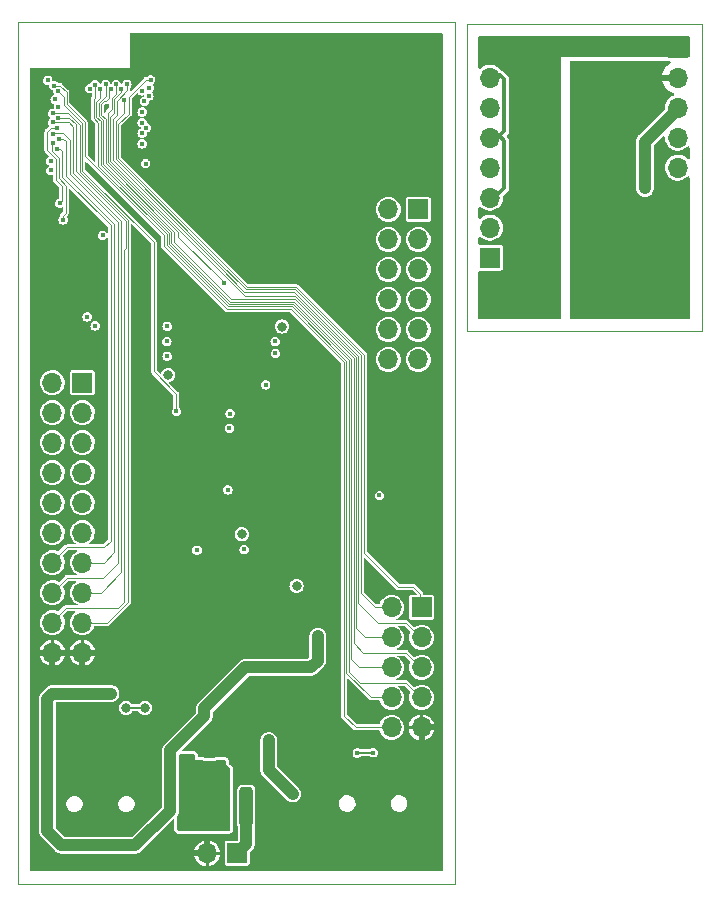
<source format=gbr>
%TF.GenerationSoftware,KiCad,Pcbnew,6.0.10-86aedd382b~118~ubuntu22.04.1*%
%TF.CreationDate,2023-02-06T10:04:37-03:00*%
%TF.ProjectId,MB_V2,4d425f56-322e-46b6-9963-61645f706362,1*%
%TF.SameCoordinates,Original*%
%TF.FileFunction,Copper,L4,Bot*%
%TF.FilePolarity,Positive*%
%FSLAX46Y46*%
G04 Gerber Fmt 4.6, Leading zero omitted, Abs format (unit mm)*
G04 Created by KiCad (PCBNEW 6.0.10-86aedd382b~118~ubuntu22.04.1) date 2023-02-06 10:04:37*
%MOMM*%
%LPD*%
G01*
G04 APERTURE LIST*
G04 Aperture macros list*
%AMRoundRect*
0 Rectangle with rounded corners*
0 $1 Rounding radius*
0 $2 $3 $4 $5 $6 $7 $8 $9 X,Y pos of 4 corners*
0 Add a 4 corners polygon primitive as box body*
4,1,4,$2,$3,$4,$5,$6,$7,$8,$9,$2,$3,0*
0 Add four circle primitives for the rounded corners*
1,1,$1+$1,$2,$3*
1,1,$1+$1,$4,$5*
1,1,$1+$1,$6,$7*
1,1,$1+$1,$8,$9*
0 Add four rect primitives between the rounded corners*
20,1,$1+$1,$2,$3,$4,$5,0*
20,1,$1+$1,$4,$5,$6,$7,0*
20,1,$1+$1,$6,$7,$8,$9,0*
20,1,$1+$1,$8,$9,$2,$3,0*%
G04 Aperture macros list end*
%TA.AperFunction,Profile*%
%ADD10C,0.100000*%
%TD*%
%TA.AperFunction,ComponentPad*%
%ADD11R,1.700000X1.700000*%
%TD*%
%TA.AperFunction,ComponentPad*%
%ADD12O,1.700000X1.700000*%
%TD*%
%TA.AperFunction,SMDPad,CuDef*%
%ADD13RoundRect,0.250000X0.312500X1.450000X-0.312500X1.450000X-0.312500X-1.450000X0.312500X-1.450000X0*%
%TD*%
%TA.AperFunction,SMDPad,CuDef*%
%ADD14RoundRect,0.218750X0.256250X-0.218750X0.256250X0.218750X-0.256250X0.218750X-0.256250X-0.218750X0*%
%TD*%
%TA.AperFunction,ViaPad*%
%ADD15C,0.800000*%
%TD*%
%TA.AperFunction,ViaPad*%
%ADD16C,0.400000*%
%TD*%
%TA.AperFunction,Conductor*%
%ADD17C,1.000000*%
%TD*%
%TA.AperFunction,Conductor*%
%ADD18C,0.300000*%
%TD*%
%TA.AperFunction,Conductor*%
%ADD19C,0.102000*%
%TD*%
%TA.AperFunction,Conductor*%
%ADD20C,0.101600*%
%TD*%
%TA.AperFunction,Conductor*%
%ADD21C,0.114300*%
%TD*%
%TA.AperFunction,Conductor*%
%ADD22C,0.200000*%
%TD*%
G04 APERTURE END LIST*
D10*
X132000000Y-105200000D02*
X151900000Y-105200000D01*
X151900000Y-105200000D02*
X151900000Y-131200000D01*
X151900000Y-131200000D02*
X132000000Y-131200000D01*
X132000000Y-131200000D02*
X132000000Y-105200000D01*
X94000000Y-105000000D02*
X131000000Y-105000000D01*
X131000000Y-105000000D02*
X131000000Y-178000000D01*
X131000000Y-178000000D02*
X94000000Y-178000000D01*
X94000000Y-178000000D02*
X94000000Y-105000000D01*
D11*
%TO.P,J8,1,Pin_1*%
%TO.N,Net-(F1-Pad1)*%
X112580000Y-175410000D03*
D12*
%TO.P,J8,2,Pin_2*%
%TO.N,GND*%
X110040000Y-175410000D03*
%TD*%
D13*
%TO.P,F1,1*%
%TO.N,Net-(F1-Pad1)*%
X113367500Y-171510000D03*
%TO.P,F1,2*%
%TO.N,+24V*%
X109092500Y-171510000D03*
%TD*%
D14*
%TO.P,D7,2,A*%
%TO.N,GND*%
X110250000Y-166952500D03*
%TO.P,D7,1,K*%
%TO.N,+24V*%
X110250000Y-168527500D03*
%TD*%
D11*
%TO.P,J7,1,Pin_1*%
%TO.N,+3V3*%
X127920000Y-120900000D03*
D12*
%TO.P,J7,2,Pin_2*%
%TO.N,VDDUSB*%
X125380000Y-120900000D03*
%TO.P,J7,3,Pin_3*%
%TO.N,+3V3*%
X127920000Y-123440000D03*
%TO.P,J7,4,Pin_4*%
%TO.N,PB13*%
X125380000Y-123440000D03*
%TO.P,J7,5,Pin_5*%
%TO.N,PB14*%
X127920000Y-125980000D03*
%TO.P,J7,6,Pin_6*%
%TO.N,PB15*%
X125380000Y-125980000D03*
%TO.P,J7,7,Pin_7*%
%TO.N,PB6*%
X127920000Y-128520000D03*
%TO.P,J7,8,Pin_8*%
%TO.N,PB12*%
X125380000Y-128520000D03*
%TO.P,J7,9,Pin_9*%
%TO.N,PB0*%
X127920000Y-131060000D03*
%TO.P,J7,10,Pin_10*%
%TO.N,PB1*%
X125380000Y-131060000D03*
%TO.P,J7,11,Pin_11*%
%TO.N,PC5*%
X127920000Y-133600000D03*
%TO.P,J7,12,Pin_12*%
%TO.N,PB11*%
X125380000Y-133600000D03*
%TD*%
D11*
%TO.P,J2,1,Pin_1*%
%TO.N,GNDA*%
X149900000Y-107200000D03*
D12*
%TO.P,J2,2,Pin_2*%
%TO.N,GND*%
X149900000Y-109740000D03*
%TO.P,J2,3,Pin_3*%
%TO.N,+3V3*%
X149900000Y-112280000D03*
%TO.P,J2,4,Pin_4*%
%TO.N,/Track_Mag/DATA*%
X149900000Y-114820000D03*
%TO.P,J2,5,Pin_5*%
%TO.N,/Track_Mag/STROBE*%
X149900000Y-117360000D03*
%TD*%
D11*
%TO.P,J6,1,Pin_1*%
%TO.N,5V_Prog*%
X99470000Y-135570000D03*
D12*
%TO.P,J6,2,Pin_2*%
X96930000Y-135570000D03*
%TO.P,J6,3,Pin_3*%
%TO.N,+3V3*%
X99470000Y-138110000D03*
%TO.P,J6,4,Pin_4*%
X96930000Y-138110000D03*
%TO.P,J6,5,Pin_5*%
%TO.N,PB5*%
X99470000Y-140650000D03*
%TO.P,J6,6,Pin_6*%
%TO.N,PB7*%
X96930000Y-140650000D03*
%TO.P,J6,7,Pin_7*%
%TO.N,PC11*%
X99470000Y-143190000D03*
%TO.P,J6,8,Pin_8*%
%TO.N,PC10*%
X96930000Y-143190000D03*
%TO.P,J6,9,Pin_9*%
%TO.N,PA13*%
X99470000Y-145730000D03*
%TO.P,J6,10,Pin_10*%
%TO.N,PC12*%
X96930000Y-145730000D03*
%TO.P,J6,11,Pin_11*%
%TO.N,PA15*%
X99470000Y-148270000D03*
%TO.P,J6,12,Pin_12*%
%TO.N,PA14*%
X96930000Y-148270000D03*
%TO.P,J6,13,Pin_13*%
%TO.N,PC0*%
X99470000Y-150810000D03*
%TO.P,J6,14,Pin_14*%
%TO.N,PB8*%
X96930000Y-150810000D03*
%TO.P,J6,15,Pin_15*%
%TO.N,PC1*%
X99470000Y-153350000D03*
%TO.P,J6,16,Pin_16*%
%TO.N,PB9*%
X96930000Y-153350000D03*
%TO.P,J6,17,Pin_17*%
%TO.N,PC3*%
X99470000Y-155890000D03*
%TO.P,J6,18,Pin_18*%
%TO.N,PC2*%
X96930000Y-155890000D03*
%TO.P,J6,19,Pin_19*%
%TO.N,GND*%
X99470000Y-158430000D03*
%TO.P,J6,20,Pin_20*%
X96930000Y-158430000D03*
%TD*%
D11*
%TO.P,J5,1,Pin_1*%
%TO.N,PB10*%
X128190000Y-154600000D03*
D12*
%TO.P,J5,2,Pin_2*%
%TO.N,PB2*%
X125650000Y-154600000D03*
%TO.P,J5,3,Pin_3*%
%TO.N,PC4*%
X128190000Y-157140000D03*
%TO.P,J5,4,Pin_4*%
%TO.N,PA8*%
X125650000Y-157140000D03*
%TO.P,J5,5,Pin_5*%
%TO.N,PA7*%
X128190000Y-159680000D03*
%TO.P,J5,6,Pin_6*%
%TO.N,PA6*%
X125650000Y-159680000D03*
%TO.P,J5,7,Pin_7*%
%TO.N,PA5*%
X128190000Y-162220000D03*
%TO.P,J5,8,Pin_8*%
%TO.N,PA4*%
X125650000Y-162220000D03*
%TO.P,J5,9,Pin_9*%
%TO.N,GND*%
X128190000Y-164760000D03*
%TO.P,J5,10,Pin_10*%
%TO.N,PA1*%
X125650000Y-164760000D03*
%TD*%
D11*
%TO.P,J1,1,Pin_1*%
%TO.N,+24V*%
X133975000Y-124975000D03*
D12*
%TO.P,J1,2,Pin_2*%
%TO.N,/Track_Mag/Track_C*%
X133975000Y-122435000D03*
%TO.P,J1,3,Pin_3*%
%TO.N,/Track_Mag/HC*%
X133975000Y-119895000D03*
%TO.P,J1,4,Pin_4*%
%TO.N,/Track_Mag/Track_B*%
X133975000Y-117355000D03*
%TO.P,J1,5,Pin_5*%
%TO.N,/Track_Mag/HC*%
X133975000Y-114815000D03*
%TO.P,J1,6,Pin_6*%
%TO.N,/Track_Mag/Track_A*%
X133975000Y-112275000D03*
%TO.P,J1,7,Pin_7*%
%TO.N,/Track_Mag/HC*%
X133975000Y-109735000D03*
%TO.P,J1,8,Pin_8*%
%TO.N,GNDA*%
X133975000Y-107195000D03*
%TD*%
D15*
%TO.N,GND*%
X100400000Y-163200000D03*
D16*
%TO.N,+3V3*%
X97173350Y-111593789D03*
D15*
X117610000Y-152800000D03*
X147100000Y-119100000D03*
X116380000Y-130820000D03*
D16*
X96800000Y-117600000D03*
X97450000Y-112193349D03*
D15*
X117300000Y-170400000D03*
X112960000Y-148410000D03*
X115240000Y-165850000D03*
D16*
X124620000Y-145120000D03*
D15*
X106734973Y-134915027D03*
D16*
X96793377Y-116806623D03*
D15*
%TO.N,GND*%
X114000000Y-117000000D03*
D16*
X102440000Y-109160000D03*
D15*
X110000000Y-109000000D03*
X124000000Y-109000000D03*
X146700000Y-110200000D03*
X119000000Y-119000000D03*
X96500000Y-129000000D03*
X119000000Y-115000000D03*
X126000000Y-145000000D03*
X118000000Y-138500000D03*
X122000000Y-117000000D03*
X118000000Y-117000000D03*
X107000000Y-111000000D03*
X127000000Y-107000000D03*
X126000000Y-141000000D03*
X123000000Y-107000000D03*
X113000000Y-107000000D03*
X120000000Y-121000000D03*
X114500000Y-155000000D03*
X126000000Y-147000000D03*
D16*
X103940000Y-109120000D03*
D15*
X117000000Y-119000000D03*
X126000000Y-149000000D03*
X120000000Y-113000000D03*
X128000000Y-109000000D03*
X124000000Y-144000000D03*
X119500000Y-150000000D03*
X105000000Y-165000000D03*
D16*
X98010000Y-109250000D03*
D15*
X121000000Y-119000000D03*
D16*
X98750000Y-109230000D03*
D15*
X115500000Y-141000000D03*
X120000000Y-109000000D03*
X109000000Y-144000000D03*
X119000000Y-111000000D03*
X108000000Y-164000000D03*
X114500000Y-156500000D03*
X106500000Y-164000000D03*
X128000000Y-136000000D03*
X109500000Y-157500000D03*
X119000000Y-107000000D03*
D16*
X101230000Y-109140000D03*
D15*
X127000000Y-111000000D03*
X123000000Y-115000000D03*
D16*
X101500000Y-112200000D03*
X99670000Y-109170000D03*
D15*
X112000000Y-109000000D03*
X126000000Y-109000000D03*
X128000000Y-142000000D03*
X123000000Y-119000000D03*
X118000000Y-142000000D03*
X112000000Y-117000000D03*
X126000000Y-139000000D03*
X117000000Y-107000000D03*
X122000000Y-109000000D03*
X113000000Y-115000000D03*
X126000000Y-116500000D03*
X106000000Y-109000000D03*
X111000000Y-111000000D03*
X122000000Y-113000000D03*
X108000000Y-113000000D03*
X109000000Y-142000000D03*
X105000000Y-107000000D03*
X128000000Y-152000000D03*
X109000000Y-107000000D03*
X118000000Y-113000000D03*
D16*
X112670000Y-168580000D03*
D15*
X126000000Y-137000000D03*
X128000000Y-138000000D03*
X124000000Y-138000000D03*
X115500000Y-143500000D03*
X124000000Y-113000000D03*
X142540000Y-111250000D03*
X126000000Y-135000000D03*
X118500000Y-149000000D03*
X128000000Y-146000000D03*
X109000000Y-115000000D03*
X142640000Y-112250000D03*
X109500000Y-155500000D03*
X117010000Y-173120000D03*
X110000000Y-113000000D03*
D16*
X103910000Y-107740000D03*
D15*
X114000000Y-113000000D03*
X113000000Y-111000000D03*
X124000000Y-136000000D03*
X108000000Y-162500000D03*
X114000000Y-109000000D03*
X115000000Y-115000000D03*
X108000000Y-109000000D03*
X115000000Y-111000000D03*
X121900000Y-172575000D03*
X121000000Y-111000000D03*
X142640000Y-110050000D03*
X121000000Y-107000000D03*
X97500000Y-132000000D03*
X115200000Y-158100000D03*
X110000000Y-117000000D03*
X96500000Y-124500000D03*
X108000000Y-157000000D03*
X98275000Y-173150000D03*
X111000000Y-107000000D03*
X116000000Y-113000000D03*
X128000000Y-144000000D03*
D16*
X97020000Y-125880000D03*
X103890000Y-108260000D03*
D15*
X111000000Y-115000000D03*
X128000000Y-113000000D03*
X124000000Y-142000000D03*
X118470000Y-171860000D03*
D16*
X103260000Y-109210000D03*
D15*
X115000000Y-107000000D03*
X107000000Y-115000000D03*
X116000000Y-117000000D03*
X141440000Y-108950000D03*
X112000000Y-113000000D03*
X124000000Y-117000000D03*
X125000000Y-107000000D03*
X118000000Y-109000000D03*
X124000000Y-146000000D03*
D16*
X112090000Y-167740000D03*
X96890000Y-109260000D03*
D15*
X125000000Y-148000000D03*
X96500000Y-133000000D03*
X115500000Y-145500000D03*
X104625000Y-166275000D03*
X124500000Y-153000000D03*
X108000000Y-155000000D03*
X118000000Y-121000000D03*
X120000000Y-117000000D03*
X123000000Y-111000000D03*
X141540000Y-111250000D03*
X108000000Y-117000000D03*
X142540000Y-108950000D03*
X107000000Y-107000000D03*
X97500000Y-130000000D03*
X128000000Y-140000000D03*
X97000000Y-127500000D03*
X127000000Y-151000000D03*
X121000000Y-115000000D03*
X117000000Y-115000000D03*
X127000000Y-115000000D03*
X141440000Y-112250000D03*
X126000000Y-143000000D03*
X106000000Y-162500000D03*
D16*
X101840000Y-109160000D03*
D15*
X98500000Y-133500000D03*
X109000000Y-111000000D03*
X116000000Y-109000000D03*
X128000000Y-148000000D03*
X96500000Y-131000000D03*
X124000000Y-140000000D03*
D16*
X118040000Y-168790000D03*
D15*
X126225000Y-172725000D03*
X118000000Y-140500000D03*
X128000000Y-116500000D03*
X141540000Y-110050000D03*
X126000000Y-113000000D03*
X122000000Y-121000000D03*
X128000000Y-150000000D03*
D16*
X100610000Y-109220000D03*
X112150000Y-166770000D03*
D15*
X117000000Y-111000000D03*
X125000000Y-111000000D03*
X125000000Y-115000000D03*
%TO.N,+24V*%
X108560000Y-168080000D03*
D16*
%TO.N,/STM32BLE/NRST*%
X109180000Y-149760000D03*
X97300000Y-114000000D03*
X97570000Y-120370000D03*
%TO.N,/STM32BLE/BOOT0*%
X97024302Y-115303338D03*
X97849500Y-121780000D03*
X113170000Y-149690000D03*
%TO.N,MEM_CS*%
X96535848Y-109957092D03*
X114990000Y-135750000D03*
%TO.N,PB10*%
X105250000Y-109925000D03*
%TO.N,MEM_IO3{slash}HOLD*%
X106650000Y-133325000D03*
%TO.N,MEM_SCK*%
X106625000Y-132075000D03*
X100121026Y-110675167D03*
%TO.N,MEM_IO0{slash}DI*%
X106650000Y-130800000D03*
%TO.N,/STM32BLE/INT*%
X107440000Y-138010000D03*
X97408177Y-110897663D03*
%TO.N,PB15*%
X104880819Y-113989005D03*
%TO.N,PB12*%
X104529306Y-112650001D03*
%TO.N,PB0*%
X104729304Y-111750002D03*
%TO.N,PB1*%
X105092591Y-111288689D03*
%TO.N,PB11*%
X105126379Y-110611715D03*
%TO.N,PB2*%
X102998546Y-111625819D03*
%TO.N,USART_CTS*%
X111930000Y-139420000D03*
X100560000Y-130750000D03*
%TO.N,USART_RTS_DE*%
X111780000Y-144640000D03*
X99880000Y-129990000D03*
%TO.N,MEM_IO1{slash}DO*%
X115825000Y-133075000D03*
%TO.N,PA1*%
X97070970Y-110415091D03*
%TO.N,PC3*%
X96963509Y-112764979D03*
%TO.N,PC2*%
X97435427Y-113124120D03*
%TO.N,PC1*%
X96955079Y-113526443D03*
%TO.N,PC0*%
X97456132Y-114909198D03*
%TO.N,USART_RX*%
X101180000Y-123090000D03*
X111980000Y-138190000D03*
%TO.N,PC5*%
X104531384Y-110851249D03*
%TO.N,PC4*%
X103235133Y-110302114D03*
%TO.N,PA8*%
X102782333Y-110676520D03*
%TO.N,USART_TX*%
X102340000Y-110320000D03*
X111424644Y-127090224D03*
%TO.N,PA7*%
X101910645Y-110679483D03*
%TO.N,PA6*%
X101440000Y-110310000D03*
%TO.N,PA5*%
X100988685Y-110679193D03*
%TO.N,PA4*%
X100550000Y-110330000D03*
%TO.N,MEM_IO2{slash}WP*%
X115800000Y-132075000D03*
D15*
%TO.N,USB_N*%
X103164999Y-163100000D03*
X104774999Y-163100000D03*
%TO.N,5V_Prog*%
X119400000Y-157000000D03*
X101910000Y-161890000D03*
X106910000Y-170930000D03*
D16*
%TO.N,VDDUSB*%
X104826066Y-117026269D03*
%TO.N,PB6*%
X104529308Y-113550000D03*
%TO.N,PB8*%
X97353785Y-115804181D03*
%TO.N,PB9*%
X96966624Y-114508999D03*
%TO.N,PB13*%
X104529306Y-115350000D03*
%TO.N,PB14*%
X104529306Y-114449999D03*
%TO.N,/STM32BLE/Modulo_conn/Prog_+*%
X124100000Y-166900000D03*
X122750000Y-166925000D03*
%TD*%
D17*
%TO.N,Net-(F1-Pad1)*%
X113367500Y-171510000D02*
X113367500Y-174622500D01*
X113367500Y-174622500D02*
X112580000Y-175410000D01*
%TO.N,5V_Prog*%
X106910000Y-170930000D02*
X106910000Y-166690000D01*
X109810000Y-163140000D02*
X113280000Y-159670000D01*
X106910000Y-166690000D02*
X109810000Y-163790000D01*
X109810000Y-163790000D02*
X109810000Y-163140000D01*
X113280000Y-159670000D02*
X118830000Y-159670000D01*
X118830000Y-159670000D02*
X119400000Y-159100000D01*
X119400000Y-159100000D02*
X119400000Y-157000000D01*
%TO.N,+3V3*%
X115240000Y-165850000D02*
X115240000Y-168340000D01*
X150125000Y-112130000D02*
X147100000Y-115155000D01*
X147100000Y-115155000D02*
X147100000Y-119100000D01*
X115240000Y-168340000D02*
X117300000Y-170400000D01*
D18*
%TO.N,/Track_Mag/HC*%
X134860000Y-109560000D02*
X135200000Y-109900000D01*
X134580000Y-119720000D02*
X133800000Y-119720000D01*
X135200000Y-119100000D02*
X134580000Y-119720000D01*
X133800000Y-109560000D02*
X134860000Y-109560000D01*
X135200000Y-115100000D02*
X135200000Y-119100000D01*
X133800000Y-114640000D02*
X134740000Y-114640000D01*
X135200000Y-114300000D02*
X135200000Y-109900000D01*
X133800000Y-114640000D02*
X134860000Y-114640000D01*
X134860000Y-114640000D02*
X135200000Y-114300000D01*
X134740000Y-114640000D02*
X135200000Y-115100000D01*
D19*
%TO.N,/STM32BLE/NRST*%
X96515624Y-115891765D02*
X97261930Y-116638071D01*
D20*
X97770000Y-120170000D02*
X97570000Y-120370000D01*
X97770000Y-118920000D02*
X97770000Y-120170000D01*
X97261930Y-117898070D02*
X97261930Y-118411930D01*
D19*
X96515624Y-114322188D02*
X96515624Y-115891765D01*
X97261930Y-116638071D02*
X97261930Y-117898070D01*
D20*
X97261930Y-118411930D02*
X97770000Y-118920000D01*
D19*
X96837812Y-114000000D02*
X96515624Y-114322188D01*
X97300000Y-114000000D02*
X96837812Y-114000000D01*
%TO.N,/STM32BLE/BOOT0*%
X96902785Y-115424855D02*
X96902785Y-115990992D01*
D20*
X97474257Y-118282907D02*
X98080000Y-118888650D01*
X97474257Y-117775743D02*
X97474257Y-118282907D01*
X97849500Y-121420500D02*
X97849500Y-121780000D01*
D19*
X97024302Y-115303338D02*
X96902785Y-115424855D01*
X97474256Y-116562463D02*
X97474257Y-117775743D01*
D20*
X98080000Y-121190000D02*
X97849500Y-121420500D01*
X98080000Y-118888650D02*
X98080000Y-121190000D01*
D19*
X96902785Y-115990992D02*
X97474256Y-116562463D01*
D20*
%TO.N,PB10*%
X123300000Y-149950000D02*
X123300000Y-133192348D01*
X128100000Y-154600000D02*
X128100000Y-153440000D01*
X102499550Y-113700000D02*
X102499550Y-116567874D01*
X104890816Y-109925000D02*
X103400000Y-111415816D01*
X103400000Y-112799550D02*
X102499550Y-113700000D01*
X103400000Y-111415816D02*
X103400000Y-112799550D01*
X102499550Y-116567874D02*
X113391076Y-127459400D01*
X128100000Y-153440000D02*
X127490000Y-152830000D01*
X117567052Y-127459400D02*
X123300000Y-133192348D01*
X113391076Y-127459400D02*
X117567052Y-127459400D01*
X126240000Y-152830000D02*
X126210000Y-152860000D01*
X126210000Y-152860000D02*
X123300000Y-149950000D01*
X127490000Y-152830000D02*
X126240000Y-152830000D01*
X105250000Y-109925000D02*
X104890816Y-109925000D01*
D19*
%TO.N,/STM32BLE/INT*%
X99467308Y-117606776D02*
X105500000Y-123639468D01*
X97926400Y-112052518D02*
X99467308Y-113593426D01*
X105500000Y-123639468D02*
X105500000Y-134600000D01*
X107440000Y-136540000D02*
X107440000Y-138010000D01*
X105500000Y-134600000D02*
X107440000Y-136540000D01*
X99467308Y-113593426D02*
X99467308Y-117606776D01*
X97408177Y-110897663D02*
X97926400Y-111415886D01*
X97926400Y-111415886D02*
X97926400Y-112052518D01*
%TO.N,PB2*%
X123040000Y-133220000D02*
X123040000Y-148890000D01*
D20*
X124230000Y-154600000D02*
X123039600Y-153409600D01*
X125560000Y-154600000D02*
X124230000Y-154600000D01*
X123039600Y-153409600D02*
X123039600Y-149735400D01*
D19*
X113298128Y-127662800D02*
X117482800Y-127662800D01*
D21*
X102998546Y-111625819D02*
X102998546Y-112721454D01*
D20*
X123040000Y-149735000D02*
X123040000Y-148890000D01*
D21*
X102998546Y-112721454D02*
X102290000Y-113430000D01*
X102290000Y-113430000D02*
X102290000Y-116654672D01*
X102290000Y-116654672D02*
X110967664Y-125332336D01*
D20*
X123039600Y-149735400D02*
X123040000Y-149735000D01*
D19*
X117482800Y-127662800D02*
X123040000Y-133220000D01*
X110967664Y-125332336D02*
X113298128Y-127662800D01*
D20*
%TO.N,PA1*%
X98130000Y-111968466D02*
X99670708Y-113509175D01*
X121617000Y-133809426D02*
X121617000Y-163757000D01*
X99670708Y-116361264D02*
X106400000Y-123090556D01*
X120265000Y-132465000D02*
X120272574Y-132465000D01*
X97070970Y-110415091D02*
X97565091Y-110415091D01*
X106400000Y-123090556D02*
X106400000Y-123995264D01*
X97565091Y-110415091D02*
X98130000Y-110980000D01*
X117112800Y-129312800D02*
X120265000Y-132465000D01*
X99670708Y-113509175D02*
X99670708Y-116361264D01*
X98130000Y-110980000D02*
X98130000Y-111968466D01*
X120272574Y-132465000D02*
X121617000Y-133809426D01*
X106400000Y-123995264D02*
X111717536Y-129312800D01*
X122620000Y-164760000D02*
X125560000Y-164760000D01*
X121617000Y-163757000D02*
X122620000Y-164760000D01*
X111717536Y-129312800D02*
X117112800Y-129312800D01*
D21*
%TO.N,PC3*%
X103334100Y-126565900D02*
X103334100Y-154105900D01*
X103334100Y-154105900D02*
X101530000Y-155910000D01*
D19*
X103334100Y-126565900D02*
X103334100Y-121761502D01*
D21*
X99360000Y-155910000D02*
X101530000Y-155910000D01*
D19*
X103334100Y-121761502D02*
X99263708Y-117691110D01*
X98223120Y-112723120D02*
X97005368Y-112723120D01*
X97005368Y-112723120D02*
X96963509Y-112764979D01*
X99263708Y-113763708D02*
X98223120Y-112723120D01*
X99263708Y-117691110D02*
X99263708Y-113763708D01*
%TO.N,PC2*%
X97435427Y-113124120D02*
X98324120Y-113124120D01*
X103130500Y-121845836D02*
X103130500Y-124200000D01*
X102463368Y-154680000D02*
X99920000Y-154680000D01*
X98900000Y-117615336D02*
X103130500Y-121845836D01*
X103130500Y-124200000D02*
X102971684Y-124358816D01*
X102971684Y-154171684D02*
X102463368Y-154680000D01*
X102971684Y-124358816D02*
X102971684Y-154171684D01*
D21*
X98050000Y-154680000D02*
X99920000Y-154680000D01*
X96820000Y-155910000D02*
X98050000Y-154680000D01*
D19*
X98900000Y-113700000D02*
X98900000Y-117615336D01*
X98324120Y-113124120D02*
X98900000Y-113700000D01*
%TO.N,PC1*%
X98326443Y-113526443D02*
X96955079Y-113526443D01*
X98696400Y-117796400D02*
X98696400Y-113896400D01*
X99470000Y-153350000D02*
X101050000Y-153350000D01*
X102768084Y-151631916D02*
X102768084Y-121868084D01*
X98696400Y-113896400D02*
X98326443Y-113526443D01*
X102768084Y-121868084D02*
X98696400Y-117796400D01*
X101050000Y-153350000D02*
X102768084Y-151631916D01*
%TO.N,PC0*%
X102164084Y-122118268D02*
X102164084Y-149935916D01*
X101290000Y-150810000D02*
X99470000Y-150810000D01*
X98078256Y-118032440D02*
X102164084Y-122118268D01*
X102164084Y-149935916D02*
X101290000Y-150810000D01*
X97456132Y-114909198D02*
X97865710Y-114909198D01*
X98078256Y-115121744D02*
X98078256Y-118032440D01*
X97865710Y-114909198D02*
X98078256Y-115121744D01*
D20*
%TO.N,PC4*%
X102369900Y-111687648D02*
X102369900Y-112940100D01*
X103235133Y-110822415D02*
X102369900Y-111687648D01*
D19*
X113196400Y-127866400D02*
X117398466Y-127866400D01*
X122836400Y-148986400D02*
X122836400Y-133304334D01*
X117398466Y-127866400D02*
X122836400Y-133304334D01*
D21*
X102060000Y-116730000D02*
X111035000Y-125705000D01*
D19*
X111035000Y-125705000D02*
X113196400Y-127866400D01*
D20*
X124520000Y-155900000D02*
X122836200Y-154216200D01*
D21*
X102060000Y-113250000D02*
X102060000Y-116730000D01*
D20*
X122836200Y-152888800D02*
X122836200Y-154216200D01*
X122836400Y-152888600D02*
X122836200Y-152888800D01*
X102369900Y-112940100D02*
X102060000Y-113250000D01*
X128100000Y-157140000D02*
X126860000Y-155900000D01*
X103235133Y-110302114D02*
X103235133Y-110822415D01*
X126860000Y-155900000D02*
X124520000Y-155900000D01*
X122836400Y-152888600D02*
X122836400Y-148986400D01*
%TO.N,PA8*%
X117457207Y-128212793D02*
X122633000Y-133388586D01*
X122633000Y-156353000D02*
X122633000Y-133388586D01*
X102166700Y-112719648D02*
X101850451Y-113035897D01*
X123420000Y-157140000D02*
X122633000Y-156353000D01*
X102166700Y-111585519D02*
X102166700Y-112719648D01*
X101850451Y-116816799D02*
X113246445Y-128212793D01*
X113246445Y-128212793D02*
X117457207Y-128212793D01*
X101850451Y-113035897D02*
X101850451Y-116816799D01*
X102782333Y-110969886D02*
X102166700Y-111585519D01*
X125560000Y-157140000D02*
X123420000Y-157140000D01*
X102782333Y-110676520D02*
X102782333Y-110969886D01*
%TO.N,USART_TX*%
X101647251Y-112742749D02*
X101957150Y-112432850D01*
X107590000Y-123250000D02*
X107590000Y-122843716D01*
X101950800Y-111509200D02*
X102340000Y-111120000D01*
X111424644Y-127084644D02*
X107590000Y-123250000D01*
X101647251Y-116900967D02*
X101647251Y-112742749D01*
X101957150Y-112432850D02*
X101950800Y-112426500D01*
X102340000Y-111120000D02*
X102340000Y-110320000D01*
X107590000Y-122843716D02*
X101647251Y-116900967D01*
X111424644Y-127090224D02*
X111424644Y-127084644D01*
X101950800Y-112426500D02*
X101950800Y-111509200D01*
%TO.N,PA7*%
X101747600Y-111496568D02*
X101747600Y-110842528D01*
X101049200Y-112013272D02*
X101316236Y-111746236D01*
X107230000Y-123645264D02*
X107230000Y-122771084D01*
X122430000Y-157605000D02*
X123245000Y-158420000D01*
X101444051Y-116985135D02*
X101444051Y-113264051D01*
X128100000Y-159680000D02*
X126840000Y-158420000D01*
X126840000Y-158420000D02*
X123245000Y-158420000D01*
X101747600Y-110842528D02*
X101910645Y-110679483D01*
X122430000Y-157605000D02*
X122430000Y-155597368D01*
X101049200Y-112869200D02*
X101049200Y-112013272D01*
X101497932Y-111746236D02*
X101747600Y-111496568D01*
X122429800Y-133472754D02*
X117457046Y-128500000D01*
X107230000Y-122771084D02*
X101444051Y-116985135D01*
X122430000Y-155597368D02*
X122429800Y-155597168D01*
X117457046Y-128500000D02*
X112084736Y-128500000D01*
X122429800Y-155597168D02*
X122429800Y-133472754D01*
X112084736Y-128500000D02*
X107230000Y-123645264D01*
X101444051Y-113264051D02*
X101049200Y-112869200D01*
X101316236Y-111746236D02*
X101497932Y-111746236D01*
%TO.N,PA6*%
X122226600Y-158976600D02*
X122930000Y-159680000D01*
X101240851Y-117069303D02*
X101240851Y-113348219D01*
X101240851Y-117069303D02*
X107009600Y-122838052D01*
X125560000Y-159680000D02*
X122930000Y-159680000D01*
X100846000Y-111929104D02*
X101440000Y-111335104D01*
X122226600Y-158976600D02*
X122226600Y-133556922D01*
X122226600Y-133556922D02*
X117372878Y-128703200D01*
X101440000Y-111335104D02*
X101440000Y-110310000D01*
X112000568Y-128703200D02*
X117372878Y-128703200D01*
X112000568Y-128703200D02*
X107009600Y-123712232D01*
X107009600Y-123712232D02*
X107009600Y-122838052D01*
X100846000Y-112953368D02*
X100846000Y-111929104D01*
X101240851Y-113348219D02*
X100846000Y-112953368D01*
%TO.N,PA5*%
X122023400Y-160048400D02*
X122023400Y-133641090D01*
X128100000Y-162220000D02*
X126867500Y-160987500D01*
X117288710Y-128906400D02*
X111916400Y-128906400D01*
X100642800Y-113037536D02*
X100642800Y-111844936D01*
X126867500Y-160987500D02*
X122962500Y-160987500D01*
X101037651Y-113432387D02*
X100642800Y-113037536D01*
X101037651Y-117153471D02*
X101037651Y-113432387D01*
X122962500Y-160987500D02*
X122023400Y-160048400D01*
X106806400Y-122922220D02*
X101037651Y-117153471D01*
X106806400Y-123796400D02*
X106806400Y-122922220D01*
X111916400Y-128906400D02*
X106806400Y-123796400D01*
X122023400Y-133641090D02*
X117288710Y-128906400D01*
X100988685Y-111499051D02*
X100988685Y-110679193D01*
X100642800Y-111844936D02*
X100988685Y-111499051D01*
%TO.N,PA4*%
X100834451Y-117237639D02*
X100834451Y-113554451D01*
X117204542Y-129109600D02*
X121820200Y-133725258D01*
X100834451Y-113554451D02*
X100439600Y-113159600D01*
X111801704Y-129109600D02*
X106603200Y-123911096D01*
X123907632Y-162220000D02*
X121820200Y-160132568D01*
X117204542Y-129109600D02*
X111801704Y-129109600D01*
X121820200Y-160132568D02*
X121820200Y-133725258D01*
X100550000Y-111470000D02*
X100550000Y-110330000D01*
X125560000Y-162220000D02*
X123907632Y-162220000D01*
X106603200Y-123006388D02*
X100834451Y-117237639D01*
X100439600Y-113159600D02*
X100439600Y-111580400D01*
X100439600Y-111580400D02*
X100550000Y-111470000D01*
X106603200Y-123911096D02*
X106603200Y-123006388D01*
D22*
%TO.N,USB_N*%
X103164999Y-163100000D02*
X104774999Y-163100000D01*
D17*
%TO.N,5V_Prog*%
X97700000Y-174740000D02*
X96500000Y-173540000D01*
X106910000Y-171800000D02*
X103970000Y-174740000D01*
X106910000Y-170930000D02*
X106910000Y-171800000D01*
X96500000Y-173540000D02*
X96500000Y-162310000D01*
X96920000Y-161890000D02*
X101910000Y-161890000D01*
X96500000Y-162310000D02*
X96920000Y-161890000D01*
X103970000Y-174740000D02*
X97700000Y-174740000D01*
D19*
%TO.N,PB8*%
X97776257Y-118157533D02*
X101862084Y-122243360D01*
X101862084Y-148937916D02*
X101290000Y-149510000D01*
X98140000Y-149510000D02*
X101290000Y-149510000D01*
X96820000Y-150830000D02*
X98140000Y-149510000D01*
X101862084Y-122243360D02*
X101862084Y-148937916D01*
X97776256Y-115976256D02*
X97776257Y-118157533D01*
X97353785Y-115804181D02*
X97604181Y-115804181D01*
X97604181Y-115804181D02*
X97776256Y-115976256D01*
%TO.N,PB9*%
X98394400Y-115005600D02*
X98389204Y-115005600D01*
X96930000Y-153350000D02*
X98180000Y-152100000D01*
X98394400Y-115005600D02*
X98394400Y-117921492D01*
X98180000Y-152100000D02*
X101200000Y-152100000D01*
X98389204Y-115005600D02*
X97841802Y-114458198D01*
X101200000Y-152100000D02*
X102466084Y-150833916D01*
X98394400Y-117921492D02*
X102466084Y-121993176D01*
X102466084Y-121993176D02*
X102466084Y-150833916D01*
X97017425Y-114458198D02*
X97841802Y-114458198D01*
X96966624Y-114508999D02*
X97017425Y-114458198D01*
D22*
%TO.N,/STM32BLE/Modulo_conn/Prog_+*%
X122775000Y-166900000D02*
X122750000Y-166925000D01*
X124100000Y-166900000D02*
X122775000Y-166900000D01*
%TD*%
%TA.AperFunction,Conductor*%
%TO.N,GND*%
G36*
X129965648Y-106014852D02*
G01*
X129980000Y-106049500D01*
X129980000Y-176891000D01*
X129965648Y-176925648D01*
X129931000Y-176940000D01*
X95049500Y-176940000D01*
X95014852Y-176925648D01*
X95000500Y-176891000D01*
X95000500Y-175545960D01*
X108945671Y-175545960D01*
X108947948Y-175580694D01*
X108948650Y-175585124D01*
X108997343Y-175776856D01*
X108998833Y-175781065D01*
X109081652Y-175960713D01*
X109083896Y-175964598D01*
X109198058Y-176126134D01*
X109200970Y-176129545D01*
X109342672Y-176267584D01*
X109346139Y-176270392D01*
X109510625Y-176380298D01*
X109514558Y-176382433D01*
X109696311Y-176460520D01*
X109700570Y-176461904D01*
X109893512Y-176505563D01*
X109897946Y-176506146D01*
X109904861Y-176506418D01*
X109911328Y-176504032D01*
X109914600Y-176496553D01*
X109914600Y-176494461D01*
X110165400Y-176494461D01*
X110168255Y-176501353D01*
X110172620Y-176503161D01*
X110295855Y-176485293D01*
X110300203Y-176484250D01*
X110487535Y-176420658D01*
X110491611Y-176418843D01*
X110664209Y-176322184D01*
X110667898Y-176319649D01*
X110715874Y-176279748D01*
X111529500Y-176279748D01*
X111541133Y-176338231D01*
X111585448Y-176404552D01*
X111651769Y-176448867D01*
X111710252Y-176460500D01*
X113449748Y-176460500D01*
X113508231Y-176448867D01*
X113574552Y-176404552D01*
X113618867Y-176338231D01*
X113630500Y-176279748D01*
X113630500Y-175370453D01*
X113644852Y-175335805D01*
X113844428Y-175136229D01*
X113846865Y-175133952D01*
X113889671Y-175096610D01*
X113891896Y-175094669D01*
X113929370Y-175041349D01*
X113930875Y-175039322D01*
X113949178Y-175015979D01*
X113971083Y-174988043D01*
X113976812Y-174975356D01*
X113981379Y-174967349D01*
X113987687Y-174958373D01*
X113987689Y-174958369D01*
X113989387Y-174955953D01*
X114013052Y-174895256D01*
X114014046Y-174892891D01*
X114039641Y-174836205D01*
X114039641Y-174836204D01*
X114040855Y-174833516D01*
X114043392Y-174819829D01*
X114045917Y-174810964D01*
X114049902Y-174800742D01*
X114049902Y-174800741D01*
X114050976Y-174797987D01*
X114059481Y-174733382D01*
X114059883Y-174730847D01*
X114064224Y-174707426D01*
X114071752Y-174666808D01*
X114068081Y-174603136D01*
X114068000Y-174600316D01*
X114068000Y-173209132D01*
X114077585Y-173180021D01*
X114080457Y-173176133D01*
X114080460Y-173176128D01*
X114082634Y-173173184D01*
X114127519Y-173045369D01*
X114130500Y-173013834D01*
X114130500Y-171281105D01*
X121199031Y-171281105D01*
X121199720Y-171283974D01*
X121199720Y-171283976D01*
X121200792Y-171288441D01*
X121238612Y-171445968D01*
X121316375Y-171596631D01*
X121427831Y-171724396D01*
X121430246Y-171726094D01*
X121430248Y-171726095D01*
X121437209Y-171730987D01*
X121566547Y-171821887D01*
X121569295Y-171822958D01*
X121569298Y-171822960D01*
X121672711Y-171863279D01*
X121724513Y-171883476D01*
X121853826Y-171900500D01*
X121942516Y-171900500D01*
X122068320Y-171885276D01*
X122094602Y-171875345D01*
X122224158Y-171826390D01*
X122224159Y-171826389D01*
X122226923Y-171825345D01*
X122366651Y-171729312D01*
X122368616Y-171727107D01*
X122368619Y-171727104D01*
X122477472Y-171604930D01*
X122477473Y-171604929D01*
X122479440Y-171602721D01*
X122558776Y-171452881D01*
X122560513Y-171445968D01*
X122599361Y-171291306D01*
X122600081Y-171288441D01*
X122600119Y-171281105D01*
X125599031Y-171281105D01*
X125599720Y-171283974D01*
X125599720Y-171283976D01*
X125600792Y-171288441D01*
X125638612Y-171445968D01*
X125716375Y-171596631D01*
X125827831Y-171724396D01*
X125830246Y-171726094D01*
X125830248Y-171726095D01*
X125837209Y-171730987D01*
X125966547Y-171821887D01*
X125969295Y-171822958D01*
X125969298Y-171822960D01*
X126072711Y-171863279D01*
X126124513Y-171883476D01*
X126253826Y-171900500D01*
X126342516Y-171900500D01*
X126468320Y-171885276D01*
X126494602Y-171875345D01*
X126624158Y-171826390D01*
X126624159Y-171826389D01*
X126626923Y-171825345D01*
X126766651Y-171729312D01*
X126768616Y-171727107D01*
X126768619Y-171727104D01*
X126877472Y-171604930D01*
X126877473Y-171604929D01*
X126879440Y-171602721D01*
X126958776Y-171452881D01*
X126960513Y-171445968D01*
X126999361Y-171291306D01*
X127000081Y-171288441D01*
X127000969Y-171118895D01*
X126999918Y-171114515D01*
X126972847Y-171001763D01*
X126961388Y-170954032D01*
X126906289Y-170847279D01*
X126884978Y-170805990D01*
X126884977Y-170805989D01*
X126883625Y-170803369D01*
X126772169Y-170675604D01*
X126765175Y-170670688D01*
X126635870Y-170579812D01*
X126633453Y-170578113D01*
X126630705Y-170577042D01*
X126630702Y-170577040D01*
X126522970Y-170535037D01*
X126475487Y-170516524D01*
X126346174Y-170499500D01*
X126257484Y-170499500D01*
X126131680Y-170514724D01*
X126128917Y-170515768D01*
X125975842Y-170573610D01*
X125975841Y-170573611D01*
X125973077Y-170574655D01*
X125833349Y-170670688D01*
X125831384Y-170672893D01*
X125831381Y-170672896D01*
X125788800Y-170720688D01*
X125720560Y-170797279D01*
X125641224Y-170947119D01*
X125640506Y-170949977D01*
X125640505Y-170949980D01*
X125626206Y-171006907D01*
X125599919Y-171111559D01*
X125599031Y-171281105D01*
X122600119Y-171281105D01*
X122600969Y-171118895D01*
X122599918Y-171114515D01*
X122572847Y-171001763D01*
X122561388Y-170954032D01*
X122506289Y-170847279D01*
X122484978Y-170805990D01*
X122484977Y-170805989D01*
X122483625Y-170803369D01*
X122372169Y-170675604D01*
X122365175Y-170670688D01*
X122235870Y-170579812D01*
X122233453Y-170578113D01*
X122230705Y-170577042D01*
X122230702Y-170577040D01*
X122122970Y-170535037D01*
X122075487Y-170516524D01*
X121946174Y-170499500D01*
X121857484Y-170499500D01*
X121731680Y-170514724D01*
X121728917Y-170515768D01*
X121575842Y-170573610D01*
X121575841Y-170573611D01*
X121573077Y-170574655D01*
X121433349Y-170670688D01*
X121431384Y-170672893D01*
X121431381Y-170672896D01*
X121388800Y-170720688D01*
X121320560Y-170797279D01*
X121241224Y-170947119D01*
X121240506Y-170949977D01*
X121240505Y-170949980D01*
X121226206Y-171006907D01*
X121199919Y-171111559D01*
X121199031Y-171281105D01*
X114130500Y-171281105D01*
X114130500Y-170006166D01*
X114127519Y-169974631D01*
X114082634Y-169846816D01*
X114002150Y-169737850D01*
X113893184Y-169657366D01*
X113889723Y-169656151D01*
X113889722Y-169656150D01*
X113768188Y-169613471D01*
X113765369Y-169612481D01*
X113762397Y-169612200D01*
X113734980Y-169609608D01*
X113734973Y-169609608D01*
X113733834Y-169609500D01*
X113001166Y-169609500D01*
X113000027Y-169609608D01*
X113000020Y-169609608D01*
X112972603Y-169612200D01*
X112969631Y-169612481D01*
X112966812Y-169613471D01*
X112845278Y-169656150D01*
X112845277Y-169656151D01*
X112841816Y-169657366D01*
X112732850Y-169737850D01*
X112652366Y-169846816D01*
X112607481Y-169974631D01*
X112604500Y-170006166D01*
X112604500Y-173013834D01*
X112607481Y-173045369D01*
X112652366Y-173173184D01*
X112654540Y-173176128D01*
X112654543Y-173176133D01*
X112657415Y-173180021D01*
X112667000Y-173209132D01*
X112667000Y-174310500D01*
X112652648Y-174345148D01*
X112618000Y-174359500D01*
X111710252Y-174359500D01*
X111651769Y-174371133D01*
X111585448Y-174415448D01*
X111541133Y-174481769D01*
X111529500Y-174540252D01*
X111529500Y-176279748D01*
X110715874Y-176279748D01*
X110819995Y-176193151D01*
X110823151Y-176189995D01*
X110949649Y-176037898D01*
X110952184Y-176034209D01*
X111048843Y-175861611D01*
X111050658Y-175857535D01*
X111114250Y-175670203D01*
X111115293Y-175665855D01*
X111132809Y-175545045D01*
X111130973Y-175537816D01*
X111126912Y-175535400D01*
X110175147Y-175535400D01*
X110168255Y-175538255D01*
X110165400Y-175545147D01*
X110165400Y-176494461D01*
X109914600Y-176494461D01*
X109914600Y-175545147D01*
X109911745Y-175538255D01*
X109904853Y-175535400D01*
X108954726Y-175535400D01*
X108948707Y-175537893D01*
X108945671Y-175545960D01*
X95000500Y-175545960D01*
X95000500Y-173576930D01*
X95795322Y-173576930D01*
X95795831Y-173579844D01*
X95806522Y-173641100D01*
X95806897Y-173643635D01*
X95814724Y-173708320D01*
X95815769Y-173711085D01*
X95815769Y-173711086D01*
X95819646Y-173721347D01*
X95822079Y-173730240D01*
X95823643Y-173739197D01*
X95824473Y-173743954D01*
X95825659Y-173746655D01*
X95825659Y-173746656D01*
X95850658Y-173803606D01*
X95851626Y-173805979D01*
X95874655Y-173866923D01*
X95876325Y-173869353D01*
X95876326Y-173869355D01*
X95882541Y-173878398D01*
X95887024Y-173886452D01*
X95892621Y-173899202D01*
X95894422Y-173901549D01*
X95932276Y-173950881D01*
X95933784Y-173952956D01*
X95970688Y-174006651D01*
X95972893Y-174008616D01*
X95972896Y-174008619D01*
X96018308Y-174049079D01*
X96020360Y-174051016D01*
X97186265Y-175216921D01*
X97188542Y-175219358D01*
X97227831Y-175264396D01*
X97230247Y-175266094D01*
X97230248Y-175266095D01*
X97281124Y-175301851D01*
X97283177Y-175303375D01*
X97334457Y-175343583D01*
X97342864Y-175347379D01*
X97347143Y-175349311D01*
X97355151Y-175353879D01*
X97364127Y-175360187D01*
X97364131Y-175360189D01*
X97366547Y-175361887D01*
X97369299Y-175362960D01*
X97427244Y-175385552D01*
X97429609Y-175386546D01*
X97435802Y-175389342D01*
X97488984Y-175413355D01*
X97501432Y-175415662D01*
X97502671Y-175415892D01*
X97511536Y-175418417D01*
X97512306Y-175418717D01*
X97524513Y-175423476D01*
X97527445Y-175423862D01*
X97589118Y-175431981D01*
X97591653Y-175432383D01*
X97615074Y-175436724D01*
X97655692Y-175444252D01*
X97719364Y-175440581D01*
X97722184Y-175440500D01*
X103943971Y-175440500D01*
X103947303Y-175440613D01*
X104006930Y-175444678D01*
X104071099Y-175433478D01*
X104073635Y-175433103D01*
X104138320Y-175425276D01*
X104141086Y-175424231D01*
X104151347Y-175420354D01*
X104160240Y-175417921D01*
X104171045Y-175416035D01*
X104171047Y-175416034D01*
X104173954Y-175415527D01*
X104233607Y-175389342D01*
X104235981Y-175388373D01*
X104242211Y-175386019D01*
X104296923Y-175365345D01*
X104299353Y-175363675D01*
X104299355Y-175363674D01*
X104308398Y-175357459D01*
X104316452Y-175352976D01*
X104329202Y-175347379D01*
X104380881Y-175307724D01*
X104382956Y-175306216D01*
X104428492Y-175274920D01*
X108947426Y-175274920D01*
X108949450Y-175282100D01*
X108953915Y-175284600D01*
X109904853Y-175284600D01*
X109911745Y-175281745D01*
X109914600Y-175274853D01*
X110165400Y-175274853D01*
X110168255Y-175281745D01*
X110175147Y-175284600D01*
X111124246Y-175284600D01*
X111131138Y-175281745D01*
X111133260Y-175276622D01*
X111127210Y-175210780D01*
X111126393Y-175206368D01*
X111072697Y-175015979D01*
X111071096Y-175011806D01*
X110983601Y-174834385D01*
X110981260Y-174830566D01*
X110862906Y-174672070D01*
X110859904Y-174668736D01*
X110714646Y-174534461D01*
X110711095Y-174531736D01*
X110543795Y-174426178D01*
X110539805Y-174424145D01*
X110356070Y-174350841D01*
X110351782Y-174349571D01*
X110174957Y-174314399D01*
X110167643Y-174315854D01*
X110165400Y-174319211D01*
X110165400Y-175274853D01*
X109914600Y-175274853D01*
X109914600Y-174324282D01*
X109911745Y-174317390D01*
X109907711Y-174315719D01*
X109756084Y-174341774D01*
X109751764Y-174342931D01*
X109566171Y-174411400D01*
X109562133Y-174413326D01*
X109392124Y-174514470D01*
X109388505Y-174517100D01*
X109239776Y-174647532D01*
X109236698Y-174650774D01*
X109114226Y-174806129D01*
X109111788Y-174809885D01*
X109019686Y-174984941D01*
X109017967Y-174989090D01*
X108959310Y-175177999D01*
X108958377Y-175182389D01*
X108947426Y-175274920D01*
X104428492Y-175274920D01*
X104434214Y-175270987D01*
X104436651Y-175269312D01*
X104438616Y-175267107D01*
X104438619Y-175267104D01*
X104479079Y-175221692D01*
X104481016Y-175219640D01*
X107160053Y-172540604D01*
X107194701Y-172526252D01*
X107229349Y-172540604D01*
X107243701Y-172575252D01*
X107243701Y-173374000D01*
X107249558Y-173428479D01*
X107260944Y-173480821D01*
X107268203Y-173507281D01*
X107317688Y-173594182D01*
X107364181Y-173647838D01*
X107364961Y-173648591D01*
X107364968Y-173648598D01*
X107394537Y-173677129D01*
X107397060Y-173679563D01*
X107400165Y-173681187D01*
X107400166Y-173681188D01*
X107402315Y-173682312D01*
X107485672Y-173725915D01*
X107487983Y-173726593D01*
X107487984Y-173726594D01*
X107537200Y-173741045D01*
X107553793Y-173745917D01*
X107555525Y-173746166D01*
X107624266Y-173756050D01*
X107624270Y-173756050D01*
X107626000Y-173756299D01*
X111874000Y-173756299D01*
X111875308Y-173756158D01*
X111875315Y-173756158D01*
X111927168Y-173750583D01*
X111927169Y-173750583D01*
X111928479Y-173750442D01*
X111965084Y-173742479D01*
X111980174Y-173739197D01*
X111980183Y-173739195D01*
X111980821Y-173739056D01*
X112007281Y-173731797D01*
X112094182Y-173682312D01*
X112147838Y-173635819D01*
X112148591Y-173635039D01*
X112148598Y-173635032D01*
X112177129Y-173605463D01*
X112177130Y-173605461D01*
X112179563Y-173602940D01*
X112191645Y-173579844D01*
X112224800Y-173516460D01*
X112224801Y-173516458D01*
X112225915Y-173514328D01*
X112235754Y-173480821D01*
X112245424Y-173447886D01*
X112245917Y-173446207D01*
X112248466Y-173428479D01*
X112256050Y-173375734D01*
X112256050Y-173375730D01*
X112256299Y-173374000D01*
X112256299Y-168376930D01*
X114535322Y-168376930D01*
X114535831Y-168379844D01*
X114546522Y-168441100D01*
X114546897Y-168443635D01*
X114554724Y-168508320D01*
X114555769Y-168511085D01*
X114555769Y-168511086D01*
X114559646Y-168521347D01*
X114562079Y-168530240D01*
X114564473Y-168543954D01*
X114565659Y-168546655D01*
X114565659Y-168546656D01*
X114590658Y-168603606D01*
X114591626Y-168605979D01*
X114614655Y-168666923D01*
X114616325Y-168669353D01*
X114616326Y-168669355D01*
X114622541Y-168678398D01*
X114627024Y-168686452D01*
X114632621Y-168699202D01*
X114634422Y-168701549D01*
X114672276Y-168750881D01*
X114673784Y-168752956D01*
X114710688Y-168806651D01*
X114712893Y-168808616D01*
X114712896Y-168808619D01*
X114758308Y-168849079D01*
X114760360Y-168851016D01*
X116834735Y-170925392D01*
X116865237Y-170949309D01*
X116932134Y-171001763D01*
X116932137Y-171001765D01*
X116934457Y-171003584D01*
X117088984Y-171073355D01*
X117091887Y-171073893D01*
X117091890Y-171073894D01*
X117252794Y-171103715D01*
X117252795Y-171103715D01*
X117255692Y-171104252D01*
X117424959Y-171094493D01*
X117497625Y-171072138D01*
X117584187Y-171045508D01*
X117584189Y-171045507D01*
X117587011Y-171044639D01*
X117732495Y-170957569D01*
X117745688Y-170944514D01*
X117841308Y-170849890D01*
X117853010Y-170838310D01*
X117874422Y-170803369D01*
X117940053Y-170696268D01*
X117940054Y-170696265D01*
X117941598Y-170693746D01*
X117977959Y-170579812D01*
X117992249Y-170535037D01*
X117992250Y-170535034D01*
X117993146Y-170532225D01*
X117994144Y-170517596D01*
X118004477Y-170366018D01*
X118004678Y-170363070D01*
X117975527Y-170196046D01*
X117907379Y-170040798D01*
X117856607Y-169974631D01*
X117828951Y-169938589D01*
X117828945Y-169938582D01*
X117827978Y-169937322D01*
X115954852Y-168064195D01*
X115940500Y-168029547D01*
X115940500Y-166925000D01*
X122344508Y-166925000D01*
X122345111Y-166928807D01*
X122359792Y-167021498D01*
X122364354Y-167050304D01*
X122421950Y-167163342D01*
X122511658Y-167253050D01*
X122515091Y-167254799D01*
X122515092Y-167254800D01*
X122568177Y-167281848D01*
X122624696Y-167310646D01*
X122628501Y-167311249D01*
X122628502Y-167311249D01*
X122746193Y-167329889D01*
X122750000Y-167330492D01*
X122753807Y-167329889D01*
X122871498Y-167311249D01*
X122871499Y-167311249D01*
X122875304Y-167310646D01*
X122931823Y-167281848D01*
X122984908Y-167254800D01*
X122984909Y-167254799D01*
X122988342Y-167253050D01*
X123026540Y-167214852D01*
X123061188Y-167200500D01*
X123813812Y-167200500D01*
X123848460Y-167214852D01*
X123861658Y-167228050D01*
X123865091Y-167229799D01*
X123865092Y-167229800D01*
X123892700Y-167243867D01*
X123974696Y-167285646D01*
X123978501Y-167286249D01*
X123978502Y-167286249D01*
X124096193Y-167304889D01*
X124100000Y-167305492D01*
X124103807Y-167304889D01*
X124221498Y-167286249D01*
X124221499Y-167286249D01*
X124225304Y-167285646D01*
X124307300Y-167243867D01*
X124334908Y-167229800D01*
X124334909Y-167229799D01*
X124338342Y-167228050D01*
X124428050Y-167138342D01*
X124485646Y-167025304D01*
X124505492Y-166900000D01*
X124492633Y-166818812D01*
X124486249Y-166778502D01*
X124486249Y-166778501D01*
X124485646Y-166774696D01*
X124428050Y-166661658D01*
X124338342Y-166571950D01*
X124334909Y-166570201D01*
X124334908Y-166570200D01*
X124273186Y-166538751D01*
X124225304Y-166514354D01*
X124221499Y-166513751D01*
X124221498Y-166513751D01*
X124103807Y-166495111D01*
X124100000Y-166494508D01*
X124096193Y-166495111D01*
X123978502Y-166513751D01*
X123978501Y-166513751D01*
X123974696Y-166514354D01*
X123926814Y-166538751D01*
X123865092Y-166570200D01*
X123865091Y-166570201D01*
X123861658Y-166571950D01*
X123848460Y-166585148D01*
X123813812Y-166599500D01*
X123005110Y-166599500D01*
X122982864Y-166594159D01*
X122958320Y-166581653D01*
X122875304Y-166539354D01*
X122871499Y-166538751D01*
X122871498Y-166538751D01*
X122753807Y-166520111D01*
X122750000Y-166519508D01*
X122746193Y-166520111D01*
X122628502Y-166538751D01*
X122628501Y-166538751D01*
X122624696Y-166539354D01*
X122568177Y-166568152D01*
X122515092Y-166595200D01*
X122515091Y-166595201D01*
X122511658Y-166596950D01*
X122421950Y-166686658D01*
X122420201Y-166690091D01*
X122420200Y-166690092D01*
X122409665Y-166710769D01*
X122364354Y-166799696D01*
X122344508Y-166925000D01*
X115940500Y-166925000D01*
X115940500Y-165807484D01*
X115925276Y-165681680D01*
X115914189Y-165652338D01*
X115866390Y-165525842D01*
X115866389Y-165525841D01*
X115865345Y-165523077D01*
X115817329Y-165453213D01*
X115770987Y-165385786D01*
X115769312Y-165383349D01*
X115767107Y-165381384D01*
X115767104Y-165381381D01*
X115644930Y-165272528D01*
X115644929Y-165272527D01*
X115642721Y-165270560D01*
X115492881Y-165191224D01*
X115490023Y-165190506D01*
X115490020Y-165190505D01*
X115410133Y-165170439D01*
X115328441Y-165149919D01*
X115242311Y-165149468D01*
X115161848Y-165149046D01*
X115161844Y-165149046D01*
X115158895Y-165149031D01*
X115156026Y-165149720D01*
X115156024Y-165149720D01*
X115070441Y-165170267D01*
X114994032Y-165188612D01*
X114843369Y-165266375D01*
X114715604Y-165377831D01*
X114618113Y-165516547D01*
X114617042Y-165519295D01*
X114617040Y-165519298D01*
X114614489Y-165525842D01*
X114556524Y-165674513D01*
X114539500Y-165803826D01*
X114539500Y-168313971D01*
X114539387Y-168317303D01*
X114535322Y-168376930D01*
X112256299Y-168376930D01*
X112256299Y-168277372D01*
X112255794Y-168261295D01*
X112254802Y-168245512D01*
X112233943Y-168159145D01*
X112205565Y-168094066D01*
X112183642Y-168053979D01*
X112112883Y-167983312D01*
X112053826Y-167943907D01*
X112023407Y-167929378D01*
X112017376Y-167925953D01*
X111964519Y-167890768D01*
X111954162Y-167881508D01*
X111927245Y-167849486D01*
X111919904Y-167837691D01*
X111903058Y-167799405D01*
X111899322Y-167786026D01*
X111893898Y-167744551D01*
X111894067Y-167730661D01*
X111900932Y-167686571D01*
X111901206Y-167684813D01*
X111901857Y-167610389D01*
X111891971Y-167538663D01*
X111881255Y-167492719D01*
X111831770Y-167405818D01*
X111813483Y-167384713D01*
X111785996Y-167352992D01*
X111785277Y-167352162D01*
X111784497Y-167351409D01*
X111784490Y-167351402D01*
X111754921Y-167322871D01*
X111754919Y-167322870D01*
X111752398Y-167320437D01*
X111749293Y-167318813D01*
X111749292Y-167318812D01*
X111665918Y-167275200D01*
X111665916Y-167275199D01*
X111663786Y-167274085D01*
X111595665Y-167254083D01*
X111588194Y-167253009D01*
X111525192Y-167243950D01*
X111525188Y-167243950D01*
X111523458Y-167243701D01*
X110893416Y-167243701D01*
X110893199Y-167243705D01*
X110893189Y-167243705D01*
X110884456Y-167243862D01*
X110884420Y-167243863D01*
X110884199Y-167243867D01*
X110880167Y-167244012D01*
X110877109Y-167244122D01*
X110877107Y-167244122D01*
X110875140Y-167244193D01*
X110873215Y-167244577D01*
X110873213Y-167244577D01*
X110851295Y-167248946D01*
X110794655Y-167260237D01*
X110792812Y-167260926D01*
X110792807Y-167260927D01*
X110754606Y-167275200D01*
X110728149Y-167285085D01*
X110726618Y-167285922D01*
X110726616Y-167285923D01*
X110681401Y-167310645D01*
X110664143Y-167320081D01*
X110615577Y-167356479D01*
X110603395Y-167363148D01*
X110554245Y-167381574D01*
X110542336Y-167384405D01*
X110539501Y-167384713D01*
X110534209Y-167385000D01*
X109965791Y-167385000D01*
X109960499Y-167384713D01*
X109957664Y-167384405D01*
X109945755Y-167381574D01*
X109896605Y-167363148D01*
X109884423Y-167356479D01*
X109835857Y-167320081D01*
X109835713Y-167319977D01*
X109835683Y-167319955D01*
X109832238Y-167317469D01*
X109828390Y-167314692D01*
X109828290Y-167314623D01*
X109828264Y-167314604D01*
X109823892Y-167311567D01*
X109820946Y-167309520D01*
X109811271Y-167304889D01*
X109767410Y-167283896D01*
X109746912Y-167274085D01*
X109745019Y-167273529D01*
X109745016Y-167273528D01*
X109680470Y-167254576D01*
X109678791Y-167254083D01*
X109671320Y-167253009D01*
X109608318Y-167243950D01*
X109608314Y-167243950D01*
X109606584Y-167243701D01*
X109305299Y-167243701D01*
X109270651Y-167229349D01*
X109256299Y-167194701D01*
X109256299Y-167126000D01*
X109250442Y-167071521D01*
X109241135Y-167028738D01*
X109239197Y-167019826D01*
X109239195Y-167019817D01*
X109239056Y-167019179D01*
X109231797Y-166992719D01*
X109182312Y-166905818D01*
X109180570Y-166903807D01*
X109136538Y-166852992D01*
X109135819Y-166852162D01*
X109135039Y-166851409D01*
X109135032Y-166851402D01*
X109105463Y-166822871D01*
X109105461Y-166822870D01*
X109102940Y-166820437D01*
X109099835Y-166818813D01*
X109099834Y-166818812D01*
X109016460Y-166775200D01*
X109016458Y-166775199D01*
X109014328Y-166774085D01*
X108946207Y-166754083D01*
X108938736Y-166753009D01*
X108875734Y-166743950D01*
X108875730Y-166743950D01*
X108874000Y-166743701D01*
X107965251Y-166743701D01*
X107930603Y-166729349D01*
X107916251Y-166694701D01*
X107930603Y-166660053D01*
X110286921Y-164303735D01*
X110289358Y-164301458D01*
X110332171Y-164264110D01*
X110334396Y-164262169D01*
X110371857Y-164208868D01*
X110373380Y-164206816D01*
X110390968Y-164184385D01*
X110413583Y-164155543D01*
X110419312Y-164142856D01*
X110423879Y-164134849D01*
X110430187Y-164125873D01*
X110430189Y-164125869D01*
X110431887Y-164123453D01*
X110455552Y-164062756D01*
X110456546Y-164060391D01*
X110482141Y-164003705D01*
X110482141Y-164003704D01*
X110483355Y-164001016D01*
X110485892Y-163987329D01*
X110488417Y-163978464D01*
X110492402Y-163968242D01*
X110492402Y-163968241D01*
X110493476Y-163965487D01*
X110495226Y-163952196D01*
X110501981Y-163900882D01*
X110502383Y-163898347D01*
X110508662Y-163864470D01*
X110514252Y-163834308D01*
X110510581Y-163770642D01*
X110510500Y-163767821D01*
X110510500Y-163450452D01*
X110524852Y-163415804D01*
X113555805Y-160384852D01*
X113590453Y-160370500D01*
X118803971Y-160370500D01*
X118807303Y-160370613D01*
X118866930Y-160374678D01*
X118931099Y-160363478D01*
X118933635Y-160363103D01*
X118998320Y-160355276D01*
X119011345Y-160350354D01*
X119020240Y-160347921D01*
X119031045Y-160346035D01*
X119031047Y-160346034D01*
X119033954Y-160345527D01*
X119093607Y-160319342D01*
X119095981Y-160318373D01*
X119156923Y-160295345D01*
X119159353Y-160293675D01*
X119159355Y-160293674D01*
X119168398Y-160287459D01*
X119176452Y-160282976D01*
X119189202Y-160277379D01*
X119240881Y-160237724D01*
X119242956Y-160236216D01*
X119294214Y-160200987D01*
X119296651Y-160199312D01*
X119298616Y-160197107D01*
X119298619Y-160197104D01*
X119339079Y-160151692D01*
X119341016Y-160149640D01*
X119876928Y-159613729D01*
X119879365Y-159611452D01*
X119922171Y-159574110D01*
X119924396Y-159572169D01*
X119961866Y-159518855D01*
X119963371Y-159516828D01*
X119973234Y-159504250D01*
X120003584Y-159465543D01*
X120009315Y-159452850D01*
X120013882Y-159444844D01*
X120020189Y-159435870D01*
X120020191Y-159435865D01*
X120021887Y-159433453D01*
X120045553Y-159372755D01*
X120046547Y-159370391D01*
X120072141Y-159313705D01*
X120072141Y-159313704D01*
X120073355Y-159311016D01*
X120075892Y-159297329D01*
X120078417Y-159288464D01*
X120082402Y-159278242D01*
X120082402Y-159278241D01*
X120083476Y-159275487D01*
X120085243Y-159262061D01*
X120091981Y-159210882D01*
X120092383Y-159208347D01*
X120103713Y-159147214D01*
X120104252Y-159144308D01*
X120100581Y-159080636D01*
X120100500Y-159077816D01*
X120100500Y-156957484D01*
X120099010Y-156945167D01*
X120090415Y-156874145D01*
X120085276Y-156831680D01*
X120066223Y-156781258D01*
X120026390Y-156675842D01*
X120026389Y-156675841D01*
X120025345Y-156673077D01*
X119929312Y-156533349D01*
X119927107Y-156531384D01*
X119927104Y-156531381D01*
X119804930Y-156422528D01*
X119804929Y-156422527D01*
X119802721Y-156420560D01*
X119652881Y-156341224D01*
X119650023Y-156340506D01*
X119650020Y-156340505D01*
X119556717Y-156317069D01*
X119488441Y-156299919D01*
X119402311Y-156299468D01*
X119321848Y-156299046D01*
X119321844Y-156299046D01*
X119318895Y-156299031D01*
X119316026Y-156299720D01*
X119316024Y-156299720D01*
X119243763Y-156317069D01*
X119154032Y-156338612D01*
X119146298Y-156342604D01*
X119059023Y-156387650D01*
X119003369Y-156416375D01*
X118875604Y-156527831D01*
X118873906Y-156530246D01*
X118873905Y-156530248D01*
X118826859Y-156597189D01*
X118778113Y-156666547D01*
X118777042Y-156669295D01*
X118777040Y-156669298D01*
X118754760Y-156726444D01*
X118716524Y-156824513D01*
X118699500Y-156953826D01*
X118699500Y-158789548D01*
X118685148Y-158824196D01*
X118554195Y-158955148D01*
X118519547Y-158969500D01*
X113306029Y-158969500D01*
X113302696Y-158969387D01*
X113246018Y-158965523D01*
X113243070Y-158965322D01*
X113183994Y-158975633D01*
X113178900Y-158976522D01*
X113176365Y-158976897D01*
X113111680Y-158984724D01*
X113108915Y-158985769D01*
X113108914Y-158985769D01*
X113098653Y-158989646D01*
X113089760Y-158992079D01*
X113078955Y-158993965D01*
X113078953Y-158993966D01*
X113076046Y-158994473D01*
X113073344Y-158995659D01*
X113016391Y-159020659D01*
X113014017Y-159021627D01*
X112953077Y-159044655D01*
X112941606Y-159052539D01*
X112933555Y-159057021D01*
X112920797Y-159062621D01*
X112918453Y-159064419D01*
X112918454Y-159064419D01*
X112869106Y-159102286D01*
X112867033Y-159103792D01*
X112813349Y-159140688D01*
X112811384Y-159142893D01*
X112811381Y-159142896D01*
X112770921Y-159188308D01*
X112768984Y-159190360D01*
X109333071Y-162626272D01*
X109330634Y-162628549D01*
X109285604Y-162667831D01*
X109248134Y-162721145D01*
X109246635Y-162723164D01*
X109206416Y-162774457D01*
X109200687Y-162787147D01*
X109196118Y-162795156D01*
X109189811Y-162804130D01*
X109189809Y-162804135D01*
X109188113Y-162806547D01*
X109187042Y-162809295D01*
X109164447Y-162867245D01*
X109163453Y-162869609D01*
X109136645Y-162928984D01*
X109134553Y-162940272D01*
X109134108Y-162942671D01*
X109131583Y-162951536D01*
X109126524Y-162964513D01*
X109126138Y-162967445D01*
X109118019Y-163029118D01*
X109117617Y-163031653D01*
X109105748Y-163095692D01*
X109105918Y-163098640D01*
X109109419Y-163159364D01*
X109109500Y-163162184D01*
X109109500Y-163479547D01*
X109095148Y-163514195D01*
X106433071Y-166176272D01*
X106430634Y-166178549D01*
X106385604Y-166217831D01*
X106348134Y-166271145D01*
X106346635Y-166273164D01*
X106306416Y-166324457D01*
X106300687Y-166337147D01*
X106296118Y-166345156D01*
X106289811Y-166354130D01*
X106289809Y-166354135D01*
X106288113Y-166356547D01*
X106287042Y-166359295D01*
X106264447Y-166417245D01*
X106263453Y-166419609D01*
X106236645Y-166478984D01*
X106234338Y-166491432D01*
X106234108Y-166492671D01*
X106231583Y-166501536D01*
X106226524Y-166514513D01*
X106226138Y-166517445D01*
X106218019Y-166579118D01*
X106217617Y-166581653D01*
X106205748Y-166645692D01*
X106205918Y-166648640D01*
X106209419Y-166709364D01*
X106209500Y-166712184D01*
X106209500Y-171489548D01*
X106195148Y-171524196D01*
X103694195Y-174025148D01*
X103659547Y-174039500D01*
X98010453Y-174039500D01*
X97975805Y-174025148D01*
X97214852Y-173264195D01*
X97200500Y-173229547D01*
X97200500Y-171331105D01*
X98099031Y-171331105D01*
X98099720Y-171333974D01*
X98099720Y-171333976D01*
X98100792Y-171338441D01*
X98138612Y-171495968D01*
X98139968Y-171498595D01*
X98194852Y-171604930D01*
X98216375Y-171646631D01*
X98327831Y-171774396D01*
X98330246Y-171776094D01*
X98330248Y-171776095D01*
X98337209Y-171780987D01*
X98466547Y-171871887D01*
X98469295Y-171872958D01*
X98469298Y-171872960D01*
X98572711Y-171913279D01*
X98624513Y-171933476D01*
X98753826Y-171950500D01*
X98842516Y-171950500D01*
X98968320Y-171935276D01*
X99060821Y-171900323D01*
X99124158Y-171876390D01*
X99124159Y-171876389D01*
X99126923Y-171875345D01*
X99266651Y-171779312D01*
X99268616Y-171777107D01*
X99268619Y-171777104D01*
X99377472Y-171654930D01*
X99377473Y-171654929D01*
X99379440Y-171652721D01*
X99458776Y-171502881D01*
X99460513Y-171495968D01*
X99499361Y-171341306D01*
X99500081Y-171338441D01*
X99500119Y-171331105D01*
X102499031Y-171331105D01*
X102499720Y-171333974D01*
X102499720Y-171333976D01*
X102500792Y-171338441D01*
X102538612Y-171495968D01*
X102539968Y-171498595D01*
X102594852Y-171604930D01*
X102616375Y-171646631D01*
X102727831Y-171774396D01*
X102730246Y-171776094D01*
X102730248Y-171776095D01*
X102737209Y-171780987D01*
X102866547Y-171871887D01*
X102869295Y-171872958D01*
X102869298Y-171872960D01*
X102972711Y-171913279D01*
X103024513Y-171933476D01*
X103153826Y-171950500D01*
X103242516Y-171950500D01*
X103368320Y-171935276D01*
X103460821Y-171900323D01*
X103524158Y-171876390D01*
X103524159Y-171876389D01*
X103526923Y-171875345D01*
X103666651Y-171779312D01*
X103668616Y-171777107D01*
X103668619Y-171777104D01*
X103777472Y-171654930D01*
X103777473Y-171654929D01*
X103779440Y-171652721D01*
X103858776Y-171502881D01*
X103860513Y-171495968D01*
X103899361Y-171341306D01*
X103900081Y-171338441D01*
X103900969Y-171168895D01*
X103899918Y-171164515D01*
X103862078Y-171006907D01*
X103861388Y-171004032D01*
X103783625Y-170853369D01*
X103672169Y-170725604D01*
X103665175Y-170720688D01*
X103535870Y-170629812D01*
X103533453Y-170628113D01*
X103530705Y-170627042D01*
X103530702Y-170627040D01*
X103427289Y-170586721D01*
X103375487Y-170566524D01*
X103246174Y-170549500D01*
X103157484Y-170549500D01*
X103031680Y-170564724D01*
X103028917Y-170565768D01*
X102875842Y-170623610D01*
X102875841Y-170623611D01*
X102873077Y-170624655D01*
X102733349Y-170720688D01*
X102731384Y-170722893D01*
X102731381Y-170722896D01*
X102657347Y-170805990D01*
X102620560Y-170847279D01*
X102541224Y-170997119D01*
X102540506Y-170999977D01*
X102540505Y-170999980D01*
X102529069Y-171045508D01*
X102499919Y-171161559D01*
X102499031Y-171331105D01*
X99500119Y-171331105D01*
X99500969Y-171168895D01*
X99499918Y-171164515D01*
X99462078Y-171006907D01*
X99461388Y-171004032D01*
X99383625Y-170853369D01*
X99272169Y-170725604D01*
X99265175Y-170720688D01*
X99135870Y-170629812D01*
X99133453Y-170628113D01*
X99130705Y-170627042D01*
X99130702Y-170627040D01*
X99027289Y-170586721D01*
X98975487Y-170566524D01*
X98846174Y-170549500D01*
X98757484Y-170549500D01*
X98631680Y-170564724D01*
X98628917Y-170565768D01*
X98475842Y-170623610D01*
X98475841Y-170623611D01*
X98473077Y-170624655D01*
X98333349Y-170720688D01*
X98331384Y-170722893D01*
X98331381Y-170722896D01*
X98257347Y-170805990D01*
X98220560Y-170847279D01*
X98141224Y-170997119D01*
X98140506Y-170999977D01*
X98140505Y-170999980D01*
X98129069Y-171045508D01*
X98099919Y-171161559D01*
X98099031Y-171331105D01*
X97200500Y-171331105D01*
X97200500Y-163100000D01*
X102559317Y-163100000D01*
X102559736Y-163103183D01*
X102573113Y-163204788D01*
X102579955Y-163256762D01*
X102581182Y-163259724D01*
X102581183Y-163259728D01*
X102639234Y-163399875D01*
X102640463Y-163402841D01*
X102736717Y-163528282D01*
X102862158Y-163624536D01*
X102865121Y-163625763D01*
X102865124Y-163625765D01*
X103005271Y-163683816D01*
X103005275Y-163683817D01*
X103008237Y-163685044D01*
X103011418Y-163685463D01*
X103011419Y-163685463D01*
X103161816Y-163705263D01*
X103164999Y-163705682D01*
X103168182Y-163705263D01*
X103318579Y-163685463D01*
X103318580Y-163685463D01*
X103321761Y-163685044D01*
X103324723Y-163683817D01*
X103324727Y-163683816D01*
X103464874Y-163625765D01*
X103464877Y-163625763D01*
X103467840Y-163624536D01*
X103593281Y-163528282D01*
X103676621Y-163419671D01*
X103709099Y-163400919D01*
X103715495Y-163400500D01*
X104224503Y-163400500D01*
X104259151Y-163414852D01*
X104263377Y-163419671D01*
X104346717Y-163528282D01*
X104472158Y-163624536D01*
X104475121Y-163625763D01*
X104475124Y-163625765D01*
X104615271Y-163683816D01*
X104615275Y-163683817D01*
X104618237Y-163685044D01*
X104621418Y-163685463D01*
X104621419Y-163685463D01*
X104771816Y-163705263D01*
X104774999Y-163705682D01*
X104778182Y-163705263D01*
X104928579Y-163685463D01*
X104928580Y-163685463D01*
X104931761Y-163685044D01*
X104934723Y-163683817D01*
X104934727Y-163683816D01*
X105074874Y-163625765D01*
X105074877Y-163625763D01*
X105077840Y-163624536D01*
X105203281Y-163528282D01*
X105299535Y-163402841D01*
X105300764Y-163399875D01*
X105358815Y-163259728D01*
X105358816Y-163259724D01*
X105360043Y-163256762D01*
X105366886Y-163204788D01*
X105380262Y-163103183D01*
X105380681Y-163100000D01*
X105362481Y-162961758D01*
X105360462Y-162946420D01*
X105360462Y-162946419D01*
X105360043Y-162943238D01*
X105358816Y-162940276D01*
X105358815Y-162940272D01*
X105300764Y-162800125D01*
X105300762Y-162800122D01*
X105299535Y-162797159D01*
X105203281Y-162671718D01*
X105077840Y-162575464D01*
X105074877Y-162574237D01*
X105074874Y-162574235D01*
X104934727Y-162516184D01*
X104934723Y-162516183D01*
X104931761Y-162514956D01*
X104928580Y-162514537D01*
X104928579Y-162514537D01*
X104778182Y-162494737D01*
X104774999Y-162494318D01*
X104771816Y-162494737D01*
X104621419Y-162514537D01*
X104621418Y-162514537D01*
X104618237Y-162514956D01*
X104615275Y-162516183D01*
X104615271Y-162516184D01*
X104475124Y-162574235D01*
X104475121Y-162574237D01*
X104472158Y-162575464D01*
X104346717Y-162671718D01*
X104344761Y-162674267D01*
X104263377Y-162780329D01*
X104230899Y-162799081D01*
X104224503Y-162799500D01*
X103715495Y-162799500D01*
X103680847Y-162785148D01*
X103676621Y-162780329D01*
X103595237Y-162674267D01*
X103593281Y-162671718D01*
X103467840Y-162575464D01*
X103464877Y-162574237D01*
X103464874Y-162574235D01*
X103324727Y-162516184D01*
X103324723Y-162516183D01*
X103321761Y-162514956D01*
X103318580Y-162514537D01*
X103318579Y-162514537D01*
X103168182Y-162494737D01*
X103164999Y-162494318D01*
X103161816Y-162494737D01*
X103011419Y-162514537D01*
X103011418Y-162514537D01*
X103008237Y-162514956D01*
X103005275Y-162516183D01*
X103005271Y-162516184D01*
X102865124Y-162574235D01*
X102865121Y-162574237D01*
X102862158Y-162575464D01*
X102736717Y-162671718D01*
X102640463Y-162797159D01*
X102639236Y-162800122D01*
X102639234Y-162800125D01*
X102581183Y-162940272D01*
X102581182Y-162940276D01*
X102579955Y-162943238D01*
X102579536Y-162946419D01*
X102579536Y-162946420D01*
X102577517Y-162961758D01*
X102559317Y-163100000D01*
X97200500Y-163100000D01*
X97200500Y-162639500D01*
X97214852Y-162604852D01*
X97249500Y-162590500D01*
X101952516Y-162590500D01*
X102078320Y-162575276D01*
X102081083Y-162574232D01*
X102234158Y-162516390D01*
X102234159Y-162516389D01*
X102236923Y-162515345D01*
X102326379Y-162453863D01*
X102374214Y-162420987D01*
X102376651Y-162419312D01*
X102378616Y-162417107D01*
X102378619Y-162417104D01*
X102487472Y-162294930D01*
X102487473Y-162294929D01*
X102489440Y-162292721D01*
X102568776Y-162142881D01*
X102570142Y-162137445D01*
X102601480Y-162012683D01*
X102610081Y-161978441D01*
X102610805Y-161840243D01*
X102610954Y-161811848D01*
X102610954Y-161811844D01*
X102610969Y-161808895D01*
X102609330Y-161802066D01*
X102572078Y-161646907D01*
X102571388Y-161644032D01*
X102493625Y-161493369D01*
X102382169Y-161365604D01*
X102375175Y-161360688D01*
X102271465Y-161287800D01*
X102243453Y-161268113D01*
X102240705Y-161267042D01*
X102240702Y-161267040D01*
X102104567Y-161213963D01*
X102085487Y-161206524D01*
X101956174Y-161189500D01*
X96946029Y-161189500D01*
X96942696Y-161189387D01*
X96892678Y-161185977D01*
X96883070Y-161185322D01*
X96859778Y-161189387D01*
X96818898Y-161196521D01*
X96816361Y-161196896D01*
X96765558Y-161203045D01*
X96751680Y-161204724D01*
X96748919Y-161205767D01*
X96748912Y-161205769D01*
X96738656Y-161209645D01*
X96729760Y-161212079D01*
X96727542Y-161212466D01*
X96718961Y-161213963D01*
X96718958Y-161213964D01*
X96716047Y-161214472D01*
X96713340Y-161215660D01*
X96713341Y-161215660D01*
X96656388Y-161240660D01*
X96654014Y-161241628D01*
X96593077Y-161264655D01*
X96590640Y-161266330D01*
X96581607Y-161272538D01*
X96573549Y-161277023D01*
X96563505Y-161281432D01*
X96563500Y-161281435D01*
X96560798Y-161282621D01*
X96558454Y-161284420D01*
X96509119Y-161322276D01*
X96507044Y-161323784D01*
X96462350Y-161354502D01*
X96453349Y-161360688D01*
X96451384Y-161362893D01*
X96451381Y-161362896D01*
X96410921Y-161408308D01*
X96408984Y-161410360D01*
X96023072Y-161796271D01*
X96020635Y-161798548D01*
X95998624Y-161817749D01*
X95975604Y-161837831D01*
X95938134Y-161891145D01*
X95936635Y-161893164D01*
X95896416Y-161944457D01*
X95890687Y-161957147D01*
X95886118Y-161965156D01*
X95879811Y-161974130D01*
X95879809Y-161974135D01*
X95878113Y-161976547D01*
X95867836Y-162002906D01*
X95854447Y-162037245D01*
X95853453Y-162039609D01*
X95826645Y-162098984D01*
X95824338Y-162111432D01*
X95824108Y-162112671D01*
X95821583Y-162121536D01*
X95816524Y-162134513D01*
X95816138Y-162137445D01*
X95808019Y-162199118D01*
X95807617Y-162201653D01*
X95806948Y-162205262D01*
X95795748Y-162265692D01*
X95795918Y-162268640D01*
X95799419Y-162329364D01*
X95799500Y-162332184D01*
X95799500Y-173513971D01*
X95799387Y-173517303D01*
X95795322Y-173576930D01*
X95000500Y-173576930D01*
X95000500Y-158565960D01*
X95835671Y-158565960D01*
X95837948Y-158600694D01*
X95838650Y-158605124D01*
X95887343Y-158796856D01*
X95888833Y-158801065D01*
X95971652Y-158980713D01*
X95973896Y-158984598D01*
X96088058Y-159146134D01*
X96090970Y-159149545D01*
X96232672Y-159287584D01*
X96236139Y-159290392D01*
X96400625Y-159400298D01*
X96404558Y-159402433D01*
X96586311Y-159480520D01*
X96590570Y-159481904D01*
X96783512Y-159525563D01*
X96787946Y-159526146D01*
X96794861Y-159526418D01*
X96801328Y-159524032D01*
X96804600Y-159516553D01*
X96804600Y-159514461D01*
X97055400Y-159514461D01*
X97058255Y-159521353D01*
X97062620Y-159523161D01*
X97185855Y-159505293D01*
X97190203Y-159504250D01*
X97377535Y-159440658D01*
X97381611Y-159438843D01*
X97554209Y-159342184D01*
X97557898Y-159339649D01*
X97709995Y-159213151D01*
X97713151Y-159209995D01*
X97839649Y-159057898D01*
X97842184Y-159054209D01*
X97938843Y-158881611D01*
X97940658Y-158877535D01*
X98004250Y-158690203D01*
X98005293Y-158685855D01*
X98022676Y-158565960D01*
X98375671Y-158565960D01*
X98377948Y-158600694D01*
X98378650Y-158605124D01*
X98427343Y-158796856D01*
X98428833Y-158801065D01*
X98511652Y-158980713D01*
X98513896Y-158984598D01*
X98628058Y-159146134D01*
X98630970Y-159149545D01*
X98772672Y-159287584D01*
X98776139Y-159290392D01*
X98940625Y-159400298D01*
X98944558Y-159402433D01*
X99126311Y-159480520D01*
X99130570Y-159481904D01*
X99323512Y-159525563D01*
X99327946Y-159526146D01*
X99334861Y-159526418D01*
X99341328Y-159524032D01*
X99344600Y-159516553D01*
X99344600Y-159514461D01*
X99595400Y-159514461D01*
X99598255Y-159521353D01*
X99602620Y-159523161D01*
X99725855Y-159505293D01*
X99730203Y-159504250D01*
X99917535Y-159440658D01*
X99921611Y-159438843D01*
X100094209Y-159342184D01*
X100097898Y-159339649D01*
X100249995Y-159213151D01*
X100253151Y-159209995D01*
X100379649Y-159057898D01*
X100382184Y-159054209D01*
X100478843Y-158881611D01*
X100480658Y-158877535D01*
X100544250Y-158690203D01*
X100545293Y-158685855D01*
X100562809Y-158565045D01*
X100560973Y-158557816D01*
X100556912Y-158555400D01*
X99605147Y-158555400D01*
X99598255Y-158558255D01*
X99595400Y-158565147D01*
X99595400Y-159514461D01*
X99344600Y-159514461D01*
X99344600Y-158565147D01*
X99341745Y-158558255D01*
X99334853Y-158555400D01*
X98384726Y-158555400D01*
X98378707Y-158557893D01*
X98375671Y-158565960D01*
X98022676Y-158565960D01*
X98022809Y-158565045D01*
X98020973Y-158557816D01*
X98016912Y-158555400D01*
X97065147Y-158555400D01*
X97058255Y-158558255D01*
X97055400Y-158565147D01*
X97055400Y-159514461D01*
X96804600Y-159514461D01*
X96804600Y-158565147D01*
X96801745Y-158558255D01*
X96794853Y-158555400D01*
X95844726Y-158555400D01*
X95838707Y-158557893D01*
X95835671Y-158565960D01*
X95000500Y-158565960D01*
X95000500Y-158294920D01*
X95837426Y-158294920D01*
X95839450Y-158302100D01*
X95843915Y-158304600D01*
X96794853Y-158304600D01*
X96801745Y-158301745D01*
X96804600Y-158294853D01*
X97055400Y-158294853D01*
X97058255Y-158301745D01*
X97065147Y-158304600D01*
X98014246Y-158304600D01*
X98021138Y-158301745D01*
X98023260Y-158296622D01*
X98023104Y-158294920D01*
X98377426Y-158294920D01*
X98379450Y-158302100D01*
X98383915Y-158304600D01*
X99334853Y-158304600D01*
X99341745Y-158301745D01*
X99344600Y-158294853D01*
X99595400Y-158294853D01*
X99598255Y-158301745D01*
X99605147Y-158304600D01*
X100554246Y-158304600D01*
X100561138Y-158301745D01*
X100563260Y-158296622D01*
X100557210Y-158230780D01*
X100556393Y-158226368D01*
X100502697Y-158035979D01*
X100501096Y-158031806D01*
X100413601Y-157854385D01*
X100411260Y-157850566D01*
X100292906Y-157692070D01*
X100289904Y-157688736D01*
X100144646Y-157554461D01*
X100141095Y-157551736D01*
X99973795Y-157446178D01*
X99969805Y-157444145D01*
X99786070Y-157370841D01*
X99781782Y-157369571D01*
X99604957Y-157334399D01*
X99597643Y-157335854D01*
X99595400Y-157339211D01*
X99595400Y-158294853D01*
X99344600Y-158294853D01*
X99344600Y-157344282D01*
X99341745Y-157337390D01*
X99337711Y-157335719D01*
X99186084Y-157361774D01*
X99181764Y-157362931D01*
X98996171Y-157431400D01*
X98992133Y-157433326D01*
X98822124Y-157534470D01*
X98818505Y-157537100D01*
X98669776Y-157667532D01*
X98666698Y-157670774D01*
X98544226Y-157826129D01*
X98541788Y-157829885D01*
X98449686Y-158004941D01*
X98447967Y-158009090D01*
X98389310Y-158197999D01*
X98388377Y-158202389D01*
X98377426Y-158294920D01*
X98023104Y-158294920D01*
X98017210Y-158230780D01*
X98016393Y-158226368D01*
X97962697Y-158035979D01*
X97961096Y-158031806D01*
X97873601Y-157854385D01*
X97871260Y-157850566D01*
X97752906Y-157692070D01*
X97749904Y-157688736D01*
X97604646Y-157554461D01*
X97601095Y-157551736D01*
X97433795Y-157446178D01*
X97429805Y-157444145D01*
X97246070Y-157370841D01*
X97241782Y-157369571D01*
X97064957Y-157334399D01*
X97057643Y-157335854D01*
X97055400Y-157339211D01*
X97055400Y-158294853D01*
X96804600Y-158294853D01*
X96804600Y-157344282D01*
X96801745Y-157337390D01*
X96797711Y-157335719D01*
X96646084Y-157361774D01*
X96641764Y-157362931D01*
X96456171Y-157431400D01*
X96452133Y-157433326D01*
X96282124Y-157534470D01*
X96278505Y-157537100D01*
X96129776Y-157667532D01*
X96126698Y-157670774D01*
X96004226Y-157826129D01*
X96001788Y-157829885D01*
X95909686Y-158004941D01*
X95907967Y-158009090D01*
X95849310Y-158197999D01*
X95848377Y-158202389D01*
X95837426Y-158294920D01*
X95000500Y-158294920D01*
X95000500Y-155875262D01*
X95874520Y-155875262D01*
X95874720Y-155877644D01*
X95874720Y-155877648D01*
X95878346Y-155920828D01*
X95891759Y-156080553D01*
X95912447Y-156152701D01*
X95945053Y-156266410D01*
X95948544Y-156278586D01*
X96042712Y-156461818D01*
X96044198Y-156463693D01*
X96044200Y-156463696D01*
X96154033Y-156602270D01*
X96170677Y-156623270D01*
X96172503Y-156624824D01*
X96172504Y-156624825D01*
X96305190Y-156737749D01*
X96327564Y-156756791D01*
X96507398Y-156857297D01*
X96555936Y-156873068D01*
X96701047Y-156920218D01*
X96701051Y-156920219D01*
X96703329Y-156920959D01*
X96907894Y-156945351D01*
X97113300Y-156929546D01*
X97311725Y-156874145D01*
X97313854Y-156873070D01*
X97313858Y-156873068D01*
X97415422Y-156821764D01*
X97495610Y-156781258D01*
X97634076Y-156673077D01*
X97656062Y-156655900D01*
X97656063Y-156655899D01*
X97657951Y-156654424D01*
X97659519Y-156652608D01*
X97790993Y-156500293D01*
X97790997Y-156500288D01*
X97792564Y-156498472D01*
X97894323Y-156319344D01*
X97900546Y-156300639D01*
X97943419Y-156171757D01*
X97959351Y-156123863D01*
X97961611Y-156105977D01*
X97985000Y-155920828D01*
X97985000Y-155920827D01*
X97985171Y-155919474D01*
X97985583Y-155890000D01*
X97965480Y-155684970D01*
X97960433Y-155668251D01*
X97916727Y-155523494D01*
X97905935Y-155487749D01*
X97893966Y-155465238D01*
X97819056Y-155324351D01*
X97815462Y-155287021D01*
X97827673Y-155266699D01*
X98142370Y-154952002D01*
X98177018Y-154937650D01*
X98838771Y-154937650D01*
X98873419Y-154952002D01*
X98887771Y-154986650D01*
X98873419Y-155021298D01*
X98869475Y-155024838D01*
X98733312Y-155134315D01*
X98733309Y-155134318D01*
X98731447Y-155135815D01*
X98729908Y-155137649D01*
X98729907Y-155137650D01*
X98703026Y-155169686D01*
X98599024Y-155293630D01*
X98597869Y-155295731D01*
X98502203Y-155469748D01*
X98499776Y-155474162D01*
X98499052Y-155476443D01*
X98499052Y-155476444D01*
X98494353Y-155491258D01*
X98437484Y-155670532D01*
X98414520Y-155875262D01*
X98414720Y-155877644D01*
X98414720Y-155877648D01*
X98418346Y-155920828D01*
X98431759Y-156080553D01*
X98452447Y-156152701D01*
X98485053Y-156266410D01*
X98488544Y-156278586D01*
X98582712Y-156461818D01*
X98584198Y-156463693D01*
X98584200Y-156463696D01*
X98694033Y-156602270D01*
X98710677Y-156623270D01*
X98712503Y-156624824D01*
X98712504Y-156624825D01*
X98845190Y-156737749D01*
X98867564Y-156756791D01*
X99047398Y-156857297D01*
X99095936Y-156873068D01*
X99241047Y-156920218D01*
X99241051Y-156920219D01*
X99243329Y-156920959D01*
X99447894Y-156945351D01*
X99653300Y-156929546D01*
X99851725Y-156874145D01*
X99853854Y-156873070D01*
X99853858Y-156873068D01*
X99955422Y-156821764D01*
X100035610Y-156781258D01*
X100174076Y-156673077D01*
X100196062Y-156655900D01*
X100196063Y-156655899D01*
X100197951Y-156654424D01*
X100199519Y-156652608D01*
X100330993Y-156500293D01*
X100330997Y-156500288D01*
X100332564Y-156498472D01*
X100434323Y-156319344D01*
X100440546Y-156300639D01*
X100473630Y-156201183D01*
X100498185Y-156172836D01*
X100520125Y-156167650D01*
X101499794Y-156167650D01*
X101509355Y-156168592D01*
X101530000Y-156172699D01*
X101534735Y-156171757D01*
X101625797Y-156153643D01*
X101625799Y-156153642D01*
X101630530Y-156152701D01*
X101654449Y-156136719D01*
X101715756Y-156095756D01*
X101727453Y-156078250D01*
X101733547Y-156070825D01*
X103494925Y-154309447D01*
X103502350Y-154303353D01*
X103515845Y-154294336D01*
X103519856Y-154291656D01*
X103576801Y-154206430D01*
X103578785Y-154196454D01*
X103596799Y-154105900D01*
X103594275Y-154093210D01*
X103592692Y-154085254D01*
X103591750Y-154075694D01*
X103591750Y-152800000D01*
X117004318Y-152800000D01*
X117024956Y-152956762D01*
X117026183Y-152959724D01*
X117026184Y-152959728D01*
X117084235Y-153099875D01*
X117085464Y-153102841D01*
X117181718Y-153228282D01*
X117307159Y-153324536D01*
X117310122Y-153325763D01*
X117310125Y-153325765D01*
X117450272Y-153383816D01*
X117450276Y-153383817D01*
X117453238Y-153385044D01*
X117456419Y-153385463D01*
X117456420Y-153385463D01*
X117606817Y-153405263D01*
X117610000Y-153405682D01*
X117613183Y-153405263D01*
X117763580Y-153385463D01*
X117763581Y-153385463D01*
X117766762Y-153385044D01*
X117769724Y-153383817D01*
X117769728Y-153383816D01*
X117909875Y-153325765D01*
X117909878Y-153325763D01*
X117912841Y-153324536D01*
X118038282Y-153228282D01*
X118134536Y-153102841D01*
X118135765Y-153099875D01*
X118193816Y-152959728D01*
X118193817Y-152959724D01*
X118195044Y-152956762D01*
X118215682Y-152800000D01*
X118198991Y-152673218D01*
X118195463Y-152646420D01*
X118195463Y-152646419D01*
X118195044Y-152643238D01*
X118193817Y-152640276D01*
X118193816Y-152640272D01*
X118135765Y-152500125D01*
X118135763Y-152500122D01*
X118134536Y-152497159D01*
X118042256Y-152376897D01*
X118040238Y-152374267D01*
X118038282Y-152371718D01*
X117912841Y-152275464D01*
X117909878Y-152274237D01*
X117909875Y-152274235D01*
X117769728Y-152216184D01*
X117769724Y-152216183D01*
X117766762Y-152214956D01*
X117763581Y-152214537D01*
X117763580Y-152214537D01*
X117613183Y-152194737D01*
X117610000Y-152194318D01*
X117606817Y-152194737D01*
X117456420Y-152214537D01*
X117456419Y-152214537D01*
X117453238Y-152214956D01*
X117450276Y-152216183D01*
X117450272Y-152216184D01*
X117310125Y-152274235D01*
X117310122Y-152274237D01*
X117307159Y-152275464D01*
X117181718Y-152371718D01*
X117179762Y-152374267D01*
X117177744Y-152376897D01*
X117085464Y-152497159D01*
X117084237Y-152500122D01*
X117084235Y-152500125D01*
X117026184Y-152640272D01*
X117026183Y-152640276D01*
X117024956Y-152643238D01*
X117024537Y-152646419D01*
X117024537Y-152646420D01*
X117021009Y-152673218D01*
X117004318Y-152800000D01*
X103591750Y-152800000D01*
X103591750Y-149760000D01*
X108774508Y-149760000D01*
X108775111Y-149763807D01*
X108785871Y-149831741D01*
X108794354Y-149885304D01*
X108851950Y-149998342D01*
X108941658Y-150088050D01*
X108945091Y-150089799D01*
X108945092Y-150089800D01*
X108998177Y-150116848D01*
X109054696Y-150145646D01*
X109058501Y-150146249D01*
X109058502Y-150146249D01*
X109176193Y-150164889D01*
X109180000Y-150165492D01*
X109183807Y-150164889D01*
X109301498Y-150146249D01*
X109301499Y-150146249D01*
X109305304Y-150145646D01*
X109361823Y-150116848D01*
X109414908Y-150089800D01*
X109414909Y-150089799D01*
X109418342Y-150088050D01*
X109508050Y-149998342D01*
X109565646Y-149885304D01*
X109574130Y-149831741D01*
X109584889Y-149763807D01*
X109585492Y-149760000D01*
X109575008Y-149693807D01*
X109574405Y-149690000D01*
X112764508Y-149690000D01*
X112768059Y-149712418D01*
X112775982Y-149762442D01*
X112784354Y-149815304D01*
X112841950Y-149928342D01*
X112931658Y-150018050D01*
X112935091Y-150019799D01*
X112935092Y-150019800D01*
X112988177Y-150046848D01*
X113044696Y-150075646D01*
X113048501Y-150076249D01*
X113048502Y-150076249D01*
X113166193Y-150094889D01*
X113170000Y-150095492D01*
X113173807Y-150094889D01*
X113291498Y-150076249D01*
X113291499Y-150076249D01*
X113295304Y-150075646D01*
X113351823Y-150046848D01*
X113404908Y-150019800D01*
X113404909Y-150019799D01*
X113408342Y-150018050D01*
X113498050Y-149928342D01*
X113555646Y-149815304D01*
X113564019Y-149762442D01*
X113571941Y-149712418D01*
X113575492Y-149690000D01*
X113555646Y-149564696D01*
X113498050Y-149451658D01*
X113408342Y-149361950D01*
X113404909Y-149360201D01*
X113404908Y-149360200D01*
X113339235Y-149326738D01*
X113295304Y-149304354D01*
X113291499Y-149303751D01*
X113291498Y-149303751D01*
X113173807Y-149285111D01*
X113170000Y-149284508D01*
X113166193Y-149285111D01*
X113048502Y-149303751D01*
X113048501Y-149303751D01*
X113044696Y-149304354D01*
X113000765Y-149326738D01*
X112935092Y-149360200D01*
X112935091Y-149360201D01*
X112931658Y-149361950D01*
X112841950Y-149451658D01*
X112784354Y-149564696D01*
X112764508Y-149690000D01*
X109574405Y-149690000D01*
X109566249Y-149638502D01*
X109566249Y-149638501D01*
X109565646Y-149634696D01*
X109508050Y-149521658D01*
X109418342Y-149431950D01*
X109414909Y-149430201D01*
X109414908Y-149430200D01*
X109361823Y-149403152D01*
X109305304Y-149374354D01*
X109301499Y-149373751D01*
X109301498Y-149373751D01*
X109183807Y-149355111D01*
X109180000Y-149354508D01*
X109176193Y-149355111D01*
X109058502Y-149373751D01*
X109058501Y-149373751D01*
X109054696Y-149374354D01*
X108998177Y-149403152D01*
X108945092Y-149430200D01*
X108945091Y-149430201D01*
X108941658Y-149431950D01*
X108851950Y-149521658D01*
X108794354Y-149634696D01*
X108793751Y-149638501D01*
X108793751Y-149638502D01*
X108784992Y-149693807D01*
X108774508Y-149760000D01*
X103591750Y-149760000D01*
X103591750Y-148410000D01*
X112354318Y-148410000D01*
X112374956Y-148566762D01*
X112376183Y-148569724D01*
X112376184Y-148569728D01*
X112413873Y-148660717D01*
X112435464Y-148712841D01*
X112531718Y-148838282D01*
X112657159Y-148934536D01*
X112660122Y-148935763D01*
X112660125Y-148935765D01*
X112800272Y-148993816D01*
X112800276Y-148993817D01*
X112803238Y-148995044D01*
X112806419Y-148995463D01*
X112806420Y-148995463D01*
X112956817Y-149015263D01*
X112960000Y-149015682D01*
X112963183Y-149015263D01*
X113113580Y-148995463D01*
X113113581Y-148995463D01*
X113116762Y-148995044D01*
X113119724Y-148993817D01*
X113119728Y-148993816D01*
X113259875Y-148935765D01*
X113259878Y-148935763D01*
X113262841Y-148934536D01*
X113388282Y-148838282D01*
X113484536Y-148712841D01*
X113506127Y-148660717D01*
X113543816Y-148569728D01*
X113543817Y-148569724D01*
X113545044Y-148566762D01*
X113565682Y-148410000D01*
X113545044Y-148253238D01*
X113543817Y-148250276D01*
X113543816Y-148250272D01*
X113485765Y-148110125D01*
X113485763Y-148110122D01*
X113484536Y-148107159D01*
X113388282Y-147981718D01*
X113262841Y-147885464D01*
X113259878Y-147884237D01*
X113259875Y-147884235D01*
X113119728Y-147826184D01*
X113119724Y-147826183D01*
X113116762Y-147824956D01*
X113113581Y-147824537D01*
X113113580Y-147824537D01*
X112963183Y-147804737D01*
X112960000Y-147804318D01*
X112956817Y-147804737D01*
X112806420Y-147824537D01*
X112806419Y-147824537D01*
X112803238Y-147824956D01*
X112800276Y-147826183D01*
X112800272Y-147826184D01*
X112660125Y-147884235D01*
X112660122Y-147884237D01*
X112657159Y-147885464D01*
X112531718Y-147981718D01*
X112435464Y-148107159D01*
X112434237Y-148110122D01*
X112434235Y-148110125D01*
X112376184Y-148250272D01*
X112376183Y-148250276D01*
X112374956Y-148253238D01*
X112354318Y-148410000D01*
X103591750Y-148410000D01*
X103591750Y-144640000D01*
X111374508Y-144640000D01*
X111375111Y-144643807D01*
X111389357Y-144733751D01*
X111394354Y-144765304D01*
X111451950Y-144878342D01*
X111541658Y-144968050D01*
X111545091Y-144969799D01*
X111545092Y-144969800D01*
X111560499Y-144977650D01*
X111654696Y-145025646D01*
X111658501Y-145026249D01*
X111658502Y-145026249D01*
X111776193Y-145044889D01*
X111780000Y-145045492D01*
X111783807Y-145044889D01*
X111901498Y-145026249D01*
X111901499Y-145026249D01*
X111905304Y-145025646D01*
X111999501Y-144977650D01*
X112014908Y-144969800D01*
X112014909Y-144969799D01*
X112018342Y-144968050D01*
X112108050Y-144878342D01*
X112165646Y-144765304D01*
X112170644Y-144733751D01*
X112184889Y-144643807D01*
X112185492Y-144640000D01*
X112165646Y-144514696D01*
X112108050Y-144401658D01*
X112018342Y-144311950D01*
X112014909Y-144310201D01*
X112014908Y-144310200D01*
X111961823Y-144283152D01*
X111905304Y-144254354D01*
X111901499Y-144253751D01*
X111901498Y-144253751D01*
X111783807Y-144235111D01*
X111780000Y-144234508D01*
X111776193Y-144235111D01*
X111658502Y-144253751D01*
X111658501Y-144253751D01*
X111654696Y-144254354D01*
X111598177Y-144283152D01*
X111545092Y-144310200D01*
X111545091Y-144310201D01*
X111541658Y-144311950D01*
X111451950Y-144401658D01*
X111394354Y-144514696D01*
X111374508Y-144640000D01*
X103591750Y-144640000D01*
X103591750Y-139420000D01*
X111524508Y-139420000D01*
X111544354Y-139545304D01*
X111546104Y-139548738D01*
X111579251Y-139613792D01*
X111601950Y-139658342D01*
X111691658Y-139748050D01*
X111695091Y-139749799D01*
X111695092Y-139749800D01*
X111747317Y-139776410D01*
X111804696Y-139805646D01*
X111808501Y-139806249D01*
X111808502Y-139806249D01*
X111926193Y-139824889D01*
X111930000Y-139825492D01*
X111933807Y-139824889D01*
X112051498Y-139806249D01*
X112051499Y-139806249D01*
X112055304Y-139805646D01*
X112112683Y-139776410D01*
X112164908Y-139749800D01*
X112164909Y-139749799D01*
X112168342Y-139748050D01*
X112258050Y-139658342D01*
X112280750Y-139613792D01*
X112313896Y-139548738D01*
X112315646Y-139545304D01*
X112335492Y-139420000D01*
X112315646Y-139294696D01*
X112258050Y-139181658D01*
X112168342Y-139091950D01*
X112164909Y-139090201D01*
X112164908Y-139090200D01*
X112111823Y-139063152D01*
X112055304Y-139034354D01*
X112051499Y-139033751D01*
X112051498Y-139033751D01*
X111933807Y-139015111D01*
X111930000Y-139014508D01*
X111926193Y-139015111D01*
X111808502Y-139033751D01*
X111808501Y-139033751D01*
X111804696Y-139034354D01*
X111748177Y-139063152D01*
X111695092Y-139090200D01*
X111695091Y-139090201D01*
X111691658Y-139091950D01*
X111601950Y-139181658D01*
X111544354Y-139294696D01*
X111524508Y-139420000D01*
X103591750Y-139420000D01*
X103591750Y-126540522D01*
X103586542Y-126514340D01*
X103585600Y-126504781D01*
X103585600Y-122199039D01*
X103599952Y-122164391D01*
X103634600Y-122150039D01*
X103669248Y-122164391D01*
X105234148Y-123729291D01*
X105248500Y-123763939D01*
X105248500Y-134570402D01*
X105247558Y-134579961D01*
X105244514Y-134595264D01*
X105244514Y-134595269D01*
X105243573Y-134600000D01*
X105263092Y-134698131D01*
X105265770Y-134702139D01*
X105265771Y-134702141D01*
X105294275Y-134744798D01*
X105305400Y-134761447D01*
X105318679Y-134781321D01*
X105322693Y-134784003D01*
X105335668Y-134792673D01*
X105343093Y-134798767D01*
X107174148Y-136629823D01*
X107188500Y-136664471D01*
X107188500Y-137674812D01*
X107174148Y-137709460D01*
X107111950Y-137771658D01*
X107110201Y-137775091D01*
X107110200Y-137775092D01*
X107105095Y-137785111D01*
X107054354Y-137884696D01*
X107053751Y-137888501D01*
X107053751Y-137888502D01*
X107051505Y-137902683D01*
X107034508Y-138010000D01*
X107054354Y-138135304D01*
X107111950Y-138248342D01*
X107201658Y-138338050D01*
X107205091Y-138339799D01*
X107205092Y-138339800D01*
X107258177Y-138366848D01*
X107314696Y-138395646D01*
X107318501Y-138396249D01*
X107318502Y-138396249D01*
X107436193Y-138414889D01*
X107440000Y-138415492D01*
X107443807Y-138414889D01*
X107561498Y-138396249D01*
X107561499Y-138396249D01*
X107565304Y-138395646D01*
X107621823Y-138366848D01*
X107674908Y-138339800D01*
X107674909Y-138339799D01*
X107678342Y-138338050D01*
X107768050Y-138248342D01*
X107797777Y-138190000D01*
X111574508Y-138190000D01*
X111575111Y-138193807D01*
X111591640Y-138298166D01*
X111594354Y-138315304D01*
X111607696Y-138341489D01*
X111645403Y-138415492D01*
X111651950Y-138428342D01*
X111741658Y-138518050D01*
X111745091Y-138519799D01*
X111745092Y-138519800D01*
X111787544Y-138541430D01*
X111854696Y-138575646D01*
X111858501Y-138576249D01*
X111858502Y-138576249D01*
X111976193Y-138594889D01*
X111980000Y-138595492D01*
X111983807Y-138594889D01*
X112101498Y-138576249D01*
X112101499Y-138576249D01*
X112105304Y-138575646D01*
X112172456Y-138541430D01*
X112214908Y-138519800D01*
X112214909Y-138519799D01*
X112218342Y-138518050D01*
X112308050Y-138428342D01*
X112314598Y-138415492D01*
X112352304Y-138341489D01*
X112365646Y-138315304D01*
X112368361Y-138298166D01*
X112384889Y-138193807D01*
X112385492Y-138190000D01*
X112365646Y-138064696D01*
X112308050Y-137951658D01*
X112218342Y-137861950D01*
X112214909Y-137860201D01*
X112214908Y-137860200D01*
X112161823Y-137833152D01*
X112105304Y-137804354D01*
X112101499Y-137803751D01*
X112101498Y-137803751D01*
X111983807Y-137785111D01*
X111980000Y-137784508D01*
X111976193Y-137785111D01*
X111858502Y-137803751D01*
X111858501Y-137803751D01*
X111854696Y-137804354D01*
X111798177Y-137833152D01*
X111745092Y-137860200D01*
X111745091Y-137860201D01*
X111741658Y-137861950D01*
X111651950Y-137951658D01*
X111594354Y-138064696D01*
X111574508Y-138190000D01*
X107797777Y-138190000D01*
X107825646Y-138135304D01*
X107845492Y-138010000D01*
X107828495Y-137902683D01*
X107826249Y-137888502D01*
X107826249Y-137888501D01*
X107825646Y-137884696D01*
X107774905Y-137785111D01*
X107769800Y-137775092D01*
X107769799Y-137775091D01*
X107768050Y-137771658D01*
X107705852Y-137709460D01*
X107691500Y-137674812D01*
X107691500Y-136569593D01*
X107692442Y-136560034D01*
X107695485Y-136544736D01*
X107695485Y-136544731D01*
X107696426Y-136540000D01*
X107691500Y-136515235D01*
X107691500Y-136515230D01*
X107676908Y-136441870D01*
X107673515Y-136436791D01*
X107624001Y-136362690D01*
X107621321Y-136358679D01*
X107604335Y-136347329D01*
X107596910Y-136341235D01*
X107005675Y-135750000D01*
X114584508Y-135750000D01*
X114604354Y-135875304D01*
X114661950Y-135988342D01*
X114751658Y-136078050D01*
X114755091Y-136079799D01*
X114755092Y-136079800D01*
X114808177Y-136106848D01*
X114864696Y-136135646D01*
X114868501Y-136136249D01*
X114868502Y-136136249D01*
X114986193Y-136154889D01*
X114990000Y-136155492D01*
X114993807Y-136154889D01*
X115111498Y-136136249D01*
X115111499Y-136136249D01*
X115115304Y-136135646D01*
X115171823Y-136106848D01*
X115224908Y-136079800D01*
X115224909Y-136079799D01*
X115228342Y-136078050D01*
X115318050Y-135988342D01*
X115375646Y-135875304D01*
X115395492Y-135750000D01*
X115375646Y-135624696D01*
X115341483Y-135557648D01*
X115319800Y-135515092D01*
X115319799Y-135515091D01*
X115318050Y-135511658D01*
X115228342Y-135421950D01*
X115224909Y-135420201D01*
X115224908Y-135420200D01*
X115171823Y-135393152D01*
X115115304Y-135364354D01*
X115111499Y-135363751D01*
X115111498Y-135363751D01*
X115012418Y-135348059D01*
X114990000Y-135344508D01*
X114967582Y-135348059D01*
X114868502Y-135363751D01*
X114868501Y-135363751D01*
X114864696Y-135364354D01*
X114808177Y-135393152D01*
X114755092Y-135420200D01*
X114755091Y-135420201D01*
X114751658Y-135421950D01*
X114661950Y-135511658D01*
X114660201Y-135515091D01*
X114660200Y-135515092D01*
X114638517Y-135557648D01*
X114604354Y-135624696D01*
X114584508Y-135750000D01*
X107005675Y-135750000D01*
X106841826Y-135586151D01*
X106827474Y-135551503D01*
X106841826Y-135516855D01*
X106870079Y-135502922D01*
X106888553Y-135500490D01*
X106888554Y-135500490D01*
X106891735Y-135500071D01*
X106894697Y-135498844D01*
X106894701Y-135498843D01*
X107034848Y-135440792D01*
X107034851Y-135440790D01*
X107037814Y-135439563D01*
X107153842Y-135350532D01*
X107160706Y-135345265D01*
X107163255Y-135343309D01*
X107259509Y-135217868D01*
X107260738Y-135214902D01*
X107318789Y-135074755D01*
X107318790Y-135074751D01*
X107320017Y-135071789D01*
X107340655Y-134915027D01*
X107340236Y-134911844D01*
X107320436Y-134761447D01*
X107320436Y-134761446D01*
X107320017Y-134758265D01*
X107318790Y-134755303D01*
X107318789Y-134755299D01*
X107260738Y-134615152D01*
X107260736Y-134615149D01*
X107259509Y-134612186D01*
X107163255Y-134486745D01*
X107135227Y-134465238D01*
X107040363Y-134392447D01*
X107037814Y-134390491D01*
X107034851Y-134389264D01*
X107034848Y-134389262D01*
X106894701Y-134331211D01*
X106894697Y-134331210D01*
X106891735Y-134329983D01*
X106888554Y-134329564D01*
X106888553Y-134329564D01*
X106738156Y-134309764D01*
X106734973Y-134309345D01*
X106731790Y-134309764D01*
X106581393Y-134329564D01*
X106581392Y-134329564D01*
X106578211Y-134329983D01*
X106575249Y-134331210D01*
X106575245Y-134331211D01*
X106435098Y-134389262D01*
X106435095Y-134389264D01*
X106432132Y-134390491D01*
X106429583Y-134392447D01*
X106334720Y-134465238D01*
X106306691Y-134486745D01*
X106210437Y-134612186D01*
X106209210Y-134615149D01*
X106209208Y-134615152D01*
X106151157Y-134755299D01*
X106151156Y-134755303D01*
X106149929Y-134758265D01*
X106149510Y-134761446D01*
X106149510Y-134761447D01*
X106147078Y-134779921D01*
X106128327Y-134812400D01*
X106092102Y-134822107D01*
X106063849Y-134808174D01*
X105765852Y-134510178D01*
X105751500Y-134475530D01*
X105751500Y-133325000D01*
X106244508Y-133325000D01*
X106264354Y-133450304D01*
X106321950Y-133563342D01*
X106411658Y-133653050D01*
X106415091Y-133654799D01*
X106415092Y-133654800D01*
X106468177Y-133681848D01*
X106524696Y-133710646D01*
X106528501Y-133711249D01*
X106528502Y-133711249D01*
X106646193Y-133729889D01*
X106650000Y-133730492D01*
X106653807Y-133729889D01*
X106771498Y-133711249D01*
X106771499Y-133711249D01*
X106775304Y-133710646D01*
X106831823Y-133681848D01*
X106884908Y-133654800D01*
X106884909Y-133654799D01*
X106888342Y-133653050D01*
X106978050Y-133563342D01*
X107035646Y-133450304D01*
X107055492Y-133325000D01*
X107035646Y-133199696D01*
X107006848Y-133143177D01*
X106979800Y-133090092D01*
X106979799Y-133090091D01*
X106978050Y-133086658D01*
X106966392Y-133075000D01*
X115419508Y-133075000D01*
X115439354Y-133200304D01*
X115496950Y-133313342D01*
X115586658Y-133403050D01*
X115590091Y-133404799D01*
X115590092Y-133404800D01*
X115643177Y-133431848D01*
X115699696Y-133460646D01*
X115703501Y-133461249D01*
X115703502Y-133461249D01*
X115821193Y-133479889D01*
X115825000Y-133480492D01*
X115828807Y-133479889D01*
X115946498Y-133461249D01*
X115946499Y-133461249D01*
X115950304Y-133460646D01*
X116006823Y-133431848D01*
X116059908Y-133404800D01*
X116059909Y-133404799D01*
X116063342Y-133403050D01*
X116153050Y-133313342D01*
X116210646Y-133200304D01*
X116230492Y-133075000D01*
X116221458Y-133017962D01*
X116211249Y-132953502D01*
X116211249Y-132953501D01*
X116210646Y-132949696D01*
X116157716Y-132845815D01*
X116154800Y-132840092D01*
X116154799Y-132840091D01*
X116153050Y-132836658D01*
X116063342Y-132746950D01*
X116059909Y-132745201D01*
X116059908Y-132745200D01*
X116001852Y-132715619D01*
X115950304Y-132689354D01*
X115946499Y-132688751D01*
X115946498Y-132688751D01*
X115828807Y-132670111D01*
X115825000Y-132669508D01*
X115821193Y-132670111D01*
X115703502Y-132688751D01*
X115703501Y-132688751D01*
X115699696Y-132689354D01*
X115648148Y-132715619D01*
X115590092Y-132745200D01*
X115590091Y-132745201D01*
X115586658Y-132746950D01*
X115496950Y-132836658D01*
X115495201Y-132840091D01*
X115495200Y-132840092D01*
X115492284Y-132845815D01*
X115439354Y-132949696D01*
X115438751Y-132953501D01*
X115438751Y-132953502D01*
X115428542Y-133017962D01*
X115419508Y-133075000D01*
X106966392Y-133075000D01*
X106888342Y-132996950D01*
X106884909Y-132995201D01*
X106884908Y-132995200D01*
X106795601Y-132949696D01*
X106775304Y-132939354D01*
X106771499Y-132938751D01*
X106771498Y-132938751D01*
X106653807Y-132920111D01*
X106650000Y-132919508D01*
X106646193Y-132920111D01*
X106528502Y-132938751D01*
X106528501Y-132938751D01*
X106524696Y-132939354D01*
X106504399Y-132949696D01*
X106415092Y-132995200D01*
X106415091Y-132995201D01*
X106411658Y-132996950D01*
X106321950Y-133086658D01*
X106320201Y-133090091D01*
X106320200Y-133090092D01*
X106293152Y-133143177D01*
X106264354Y-133199696D01*
X106244508Y-133325000D01*
X105751500Y-133325000D01*
X105751500Y-132075000D01*
X106219508Y-132075000D01*
X106239354Y-132200304D01*
X106296950Y-132313342D01*
X106386658Y-132403050D01*
X106390091Y-132404799D01*
X106390092Y-132404800D01*
X106443177Y-132431848D01*
X106499696Y-132460646D01*
X106503501Y-132461249D01*
X106503502Y-132461249D01*
X106621193Y-132479889D01*
X106625000Y-132480492D01*
X106628807Y-132479889D01*
X106746498Y-132461249D01*
X106746499Y-132461249D01*
X106750304Y-132460646D01*
X106806823Y-132431848D01*
X106859908Y-132404800D01*
X106859909Y-132404799D01*
X106863342Y-132403050D01*
X106953050Y-132313342D01*
X107010646Y-132200304D01*
X107030492Y-132075000D01*
X115394508Y-132075000D01*
X115414354Y-132200304D01*
X115471950Y-132313342D01*
X115561658Y-132403050D01*
X115565091Y-132404799D01*
X115565092Y-132404800D01*
X115618177Y-132431848D01*
X115674696Y-132460646D01*
X115678501Y-132461249D01*
X115678502Y-132461249D01*
X115796193Y-132479889D01*
X115800000Y-132480492D01*
X115803807Y-132479889D01*
X115921498Y-132461249D01*
X115921499Y-132461249D01*
X115925304Y-132460646D01*
X115981823Y-132431848D01*
X116034908Y-132404800D01*
X116034909Y-132404799D01*
X116038342Y-132403050D01*
X116128050Y-132313342D01*
X116185646Y-132200304D01*
X116205492Y-132075000D01*
X116185646Y-131949696D01*
X116128050Y-131836658D01*
X116038342Y-131746950D01*
X116034909Y-131745201D01*
X116034908Y-131745200D01*
X115981823Y-131718152D01*
X115925304Y-131689354D01*
X115921499Y-131688751D01*
X115921498Y-131688751D01*
X115803807Y-131670111D01*
X115800000Y-131669508D01*
X115796193Y-131670111D01*
X115678502Y-131688751D01*
X115678501Y-131688751D01*
X115674696Y-131689354D01*
X115618177Y-131718152D01*
X115565092Y-131745200D01*
X115565091Y-131745201D01*
X115561658Y-131746950D01*
X115471950Y-131836658D01*
X115414354Y-131949696D01*
X115394508Y-132075000D01*
X107030492Y-132075000D01*
X107010646Y-131949696D01*
X106953050Y-131836658D01*
X106863342Y-131746950D01*
X106859909Y-131745201D01*
X106859908Y-131745200D01*
X106806823Y-131718152D01*
X106750304Y-131689354D01*
X106746499Y-131688751D01*
X106746498Y-131688751D01*
X106628807Y-131670111D01*
X106625000Y-131669508D01*
X106621193Y-131670111D01*
X106503502Y-131688751D01*
X106503501Y-131688751D01*
X106499696Y-131689354D01*
X106443177Y-131718152D01*
X106390092Y-131745200D01*
X106390091Y-131745201D01*
X106386658Y-131746950D01*
X106296950Y-131836658D01*
X106239354Y-131949696D01*
X106219508Y-132075000D01*
X105751500Y-132075000D01*
X105751500Y-130800000D01*
X106244508Y-130800000D01*
X106264354Y-130925304D01*
X106321950Y-131038342D01*
X106411658Y-131128050D01*
X106415091Y-131129799D01*
X106415092Y-131129800D01*
X106427749Y-131136249D01*
X106524696Y-131185646D01*
X106528501Y-131186249D01*
X106528502Y-131186249D01*
X106646193Y-131204889D01*
X106650000Y-131205492D01*
X106653807Y-131204889D01*
X106771498Y-131186249D01*
X106771499Y-131186249D01*
X106775304Y-131185646D01*
X106872251Y-131136249D01*
X106884908Y-131129800D01*
X106884909Y-131129799D01*
X106888342Y-131128050D01*
X106978050Y-131038342D01*
X107035646Y-130925304D01*
X107052324Y-130820000D01*
X115774318Y-130820000D01*
X115774737Y-130823183D01*
X115788634Y-130928738D01*
X115794956Y-130976762D01*
X115796183Y-130979724D01*
X115796184Y-130979728D01*
X115854235Y-131119875D01*
X115855464Y-131122841D01*
X115951718Y-131248282D01*
X116077159Y-131344536D01*
X116080122Y-131345763D01*
X116080125Y-131345765D01*
X116220272Y-131403816D01*
X116220276Y-131403817D01*
X116223238Y-131405044D01*
X116226419Y-131405463D01*
X116226420Y-131405463D01*
X116376817Y-131425263D01*
X116380000Y-131425682D01*
X116383183Y-131425263D01*
X116533580Y-131405463D01*
X116533581Y-131405463D01*
X116536762Y-131405044D01*
X116539724Y-131403817D01*
X116539728Y-131403816D01*
X116679875Y-131345765D01*
X116679878Y-131345763D01*
X116682841Y-131344536D01*
X116808282Y-131248282D01*
X116904536Y-131122841D01*
X116905765Y-131119875D01*
X116963816Y-130979728D01*
X116963817Y-130979724D01*
X116965044Y-130976762D01*
X116971367Y-130928738D01*
X116985263Y-130823183D01*
X116985682Y-130820000D01*
X116967054Y-130678502D01*
X116965463Y-130666420D01*
X116965463Y-130666419D01*
X116965044Y-130663238D01*
X116963817Y-130660276D01*
X116963816Y-130660272D01*
X116905765Y-130520125D01*
X116905763Y-130520122D01*
X116904536Y-130517159D01*
X116856409Y-130454438D01*
X116810238Y-130394267D01*
X116808282Y-130391718D01*
X116682841Y-130295464D01*
X116679878Y-130294237D01*
X116679875Y-130294235D01*
X116539728Y-130236184D01*
X116539724Y-130236183D01*
X116536762Y-130234956D01*
X116533581Y-130234537D01*
X116533580Y-130234537D01*
X116383183Y-130214737D01*
X116380000Y-130214318D01*
X116376817Y-130214737D01*
X116226420Y-130234537D01*
X116226419Y-130234537D01*
X116223238Y-130234956D01*
X116220276Y-130236183D01*
X116220272Y-130236184D01*
X116080125Y-130294235D01*
X116080122Y-130294237D01*
X116077159Y-130295464D01*
X115951718Y-130391718D01*
X115949762Y-130394267D01*
X115903591Y-130454438D01*
X115855464Y-130517159D01*
X115854237Y-130520122D01*
X115854235Y-130520125D01*
X115796184Y-130660272D01*
X115796183Y-130660276D01*
X115794956Y-130663238D01*
X115794537Y-130666419D01*
X115794537Y-130666420D01*
X115792946Y-130678502D01*
X115774318Y-130820000D01*
X107052324Y-130820000D01*
X107055492Y-130800000D01*
X107035646Y-130674696D01*
X106978050Y-130561658D01*
X106888342Y-130471950D01*
X106884909Y-130470201D01*
X106884908Y-130470200D01*
X106795562Y-130424676D01*
X106775304Y-130414354D01*
X106771499Y-130413751D01*
X106771498Y-130413751D01*
X106653807Y-130395111D01*
X106650000Y-130394508D01*
X106646193Y-130395111D01*
X106528502Y-130413751D01*
X106528501Y-130413751D01*
X106524696Y-130414354D01*
X106504438Y-130424676D01*
X106415092Y-130470200D01*
X106415091Y-130470201D01*
X106411658Y-130471950D01*
X106321950Y-130561658D01*
X106264354Y-130674696D01*
X106244508Y-130800000D01*
X105751500Y-130800000D01*
X105751500Y-123669066D01*
X105752442Y-123659507D01*
X105755486Y-123644204D01*
X105755486Y-123644199D01*
X105756427Y-123639468D01*
X105736908Y-123541337D01*
X105695353Y-123479146D01*
X105695351Y-123479144D01*
X105693014Y-123475646D01*
X105684003Y-123462160D01*
X105684001Y-123462158D01*
X105681321Y-123458147D01*
X105664335Y-123446797D01*
X105656910Y-123440703D01*
X99733160Y-117516954D01*
X99718808Y-117482306D01*
X99718808Y-116883052D01*
X99733160Y-116848404D01*
X99767808Y-116834052D01*
X99802456Y-116848404D01*
X106134348Y-123180296D01*
X106148700Y-123214944D01*
X106148700Y-123965691D01*
X106147758Y-123975250D01*
X106143777Y-123995264D01*
X106148700Y-124020013D01*
X106163281Y-124093316D01*
X106218823Y-124176441D01*
X106222834Y-124179121D01*
X106235793Y-124187780D01*
X106243218Y-124193874D01*
X111518924Y-129469579D01*
X111525018Y-129477004D01*
X111536359Y-129493977D01*
X111619484Y-129549519D01*
X111717536Y-129569023D01*
X111722267Y-129568082D01*
X111722273Y-129568082D01*
X111737555Y-129565042D01*
X111747114Y-129564100D01*
X116988412Y-129564100D01*
X117023060Y-129578452D01*
X120066390Y-132621782D01*
X120072484Y-132629207D01*
X120083823Y-132646177D01*
X120087834Y-132648857D01*
X120104804Y-132660196D01*
X120123618Y-132672767D01*
X120131043Y-132678861D01*
X121351348Y-133899166D01*
X121365700Y-133933814D01*
X121365700Y-163727427D01*
X121364758Y-163736986D01*
X121360777Y-163757000D01*
X121365700Y-163781749D01*
X121380281Y-163855052D01*
X121435823Y-163938177D01*
X121439834Y-163940857D01*
X121452793Y-163949516D01*
X121460218Y-163955610D01*
X122421390Y-164916782D01*
X122427484Y-164924207D01*
X122438823Y-164941177D01*
X122459804Y-164955196D01*
X122521947Y-164996719D01*
X122620000Y-165016223D01*
X122640014Y-165012242D01*
X122649573Y-165011300D01*
X124592254Y-165011300D01*
X124626902Y-165025652D01*
X124639355Y-165046793D01*
X124668544Y-165148586D01*
X124762712Y-165331818D01*
X124764198Y-165333693D01*
X124764200Y-165333696D01*
X124805486Y-165385786D01*
X124890677Y-165493270D01*
X125047564Y-165626791D01*
X125227398Y-165727297D01*
X125243205Y-165732433D01*
X125421047Y-165790218D01*
X125421051Y-165790219D01*
X125423329Y-165790959D01*
X125627894Y-165815351D01*
X125833300Y-165799546D01*
X126031725Y-165744145D01*
X126033854Y-165743070D01*
X126033858Y-165743068D01*
X126149576Y-165684614D01*
X126215610Y-165651258D01*
X126296781Y-165587841D01*
X126376062Y-165525900D01*
X126376063Y-165525899D01*
X126377951Y-165524424D01*
X126379519Y-165522608D01*
X126510993Y-165370293D01*
X126510997Y-165370288D01*
X126512564Y-165368472D01*
X126614323Y-165189344D01*
X126627199Y-165150639D01*
X126673550Y-165011300D01*
X126679351Y-164993863D01*
X126688151Y-164924207D01*
X126691719Y-164895960D01*
X127095671Y-164895960D01*
X127097948Y-164930694D01*
X127098650Y-164935124D01*
X127147343Y-165126856D01*
X127148833Y-165131065D01*
X127231652Y-165310713D01*
X127233896Y-165314598D01*
X127348058Y-165476134D01*
X127350970Y-165479545D01*
X127492672Y-165617584D01*
X127496139Y-165620392D01*
X127660625Y-165730298D01*
X127664558Y-165732433D01*
X127846311Y-165810520D01*
X127850570Y-165811904D01*
X128043512Y-165855563D01*
X128047946Y-165856146D01*
X128054861Y-165856418D01*
X128061328Y-165854032D01*
X128064600Y-165846553D01*
X128064600Y-165844461D01*
X128315400Y-165844461D01*
X128318255Y-165851353D01*
X128322620Y-165853161D01*
X128445855Y-165835293D01*
X128450203Y-165834250D01*
X128637535Y-165770658D01*
X128641611Y-165768843D01*
X128814209Y-165672184D01*
X128817898Y-165669649D01*
X128969995Y-165543151D01*
X128973151Y-165539995D01*
X129099649Y-165387898D01*
X129102184Y-165384209D01*
X129198843Y-165211611D01*
X129200658Y-165207535D01*
X129264250Y-165020203D01*
X129265293Y-165015855D01*
X129282809Y-164895045D01*
X129280973Y-164887816D01*
X129276912Y-164885400D01*
X128325147Y-164885400D01*
X128318255Y-164888255D01*
X128315400Y-164895147D01*
X128315400Y-165844461D01*
X128064600Y-165844461D01*
X128064600Y-164895147D01*
X128061745Y-164888255D01*
X128054853Y-164885400D01*
X127104726Y-164885400D01*
X127098707Y-164887893D01*
X127095671Y-164895960D01*
X126691719Y-164895960D01*
X126705000Y-164790828D01*
X126705000Y-164790827D01*
X126705171Y-164789474D01*
X126705583Y-164760000D01*
X126692339Y-164624920D01*
X127097426Y-164624920D01*
X127099450Y-164632100D01*
X127103915Y-164634600D01*
X128054853Y-164634600D01*
X128061745Y-164631745D01*
X128064600Y-164624853D01*
X128315400Y-164624853D01*
X128318255Y-164631745D01*
X128325147Y-164634600D01*
X129274246Y-164634600D01*
X129281138Y-164631745D01*
X129283260Y-164626622D01*
X129277210Y-164560780D01*
X129276393Y-164556368D01*
X129222697Y-164365979D01*
X129221096Y-164361806D01*
X129133601Y-164184385D01*
X129131260Y-164180566D01*
X129012906Y-164022070D01*
X129009904Y-164018736D01*
X128864646Y-163884461D01*
X128861095Y-163881736D01*
X128693795Y-163776178D01*
X128689805Y-163774145D01*
X128506070Y-163700841D01*
X128501782Y-163699571D01*
X128324957Y-163664399D01*
X128317643Y-163665854D01*
X128315400Y-163669211D01*
X128315400Y-164624853D01*
X128064600Y-164624853D01*
X128064600Y-163674282D01*
X128061745Y-163667390D01*
X128057711Y-163665719D01*
X127906084Y-163691774D01*
X127901764Y-163692931D01*
X127716171Y-163761400D01*
X127712133Y-163763326D01*
X127542124Y-163864470D01*
X127538505Y-163867100D01*
X127389776Y-163997532D01*
X127386698Y-164000774D01*
X127264226Y-164156129D01*
X127261788Y-164159885D01*
X127169686Y-164334941D01*
X127167967Y-164339090D01*
X127109310Y-164527999D01*
X127108377Y-164532389D01*
X127097426Y-164624920D01*
X126692339Y-164624920D01*
X126685480Y-164554970D01*
X126678663Y-164532389D01*
X126652624Y-164446146D01*
X126625935Y-164357749D01*
X126546779Y-164208876D01*
X126530342Y-164177962D01*
X126530339Y-164177958D01*
X126529218Y-164175849D01*
X126399011Y-164016200D01*
X126240275Y-163884882D01*
X126059055Y-163786897D01*
X125862254Y-163725977D01*
X125859879Y-163725727D01*
X125859877Y-163725727D01*
X125659752Y-163704693D01*
X125659747Y-163704693D01*
X125657369Y-163704443D01*
X125654984Y-163704660D01*
X125654979Y-163704660D01*
X125554786Y-163713778D01*
X125452203Y-163723114D01*
X125320977Y-163761736D01*
X125256875Y-163780602D01*
X125256873Y-163780603D01*
X125254572Y-163781280D01*
X125252446Y-163782391D01*
X125252447Y-163782391D01*
X125090415Y-163867100D01*
X125072002Y-163876726D01*
X125045111Y-163898347D01*
X124913312Y-164004315D01*
X124913309Y-164004318D01*
X124911447Y-164005815D01*
X124909908Y-164007649D01*
X124909907Y-164007650D01*
X124900605Y-164018736D01*
X124779024Y-164163630D01*
X124777869Y-164165731D01*
X124703253Y-164301458D01*
X124679776Y-164344162D01*
X124679052Y-164346443D01*
X124679052Y-164346444D01*
X124638426Y-164474516D01*
X124614270Y-164503203D01*
X124591720Y-164508700D01*
X122744388Y-164508700D01*
X122709740Y-164494348D01*
X121882652Y-163667260D01*
X121868300Y-163632612D01*
X121868300Y-160654356D01*
X121882652Y-160619708D01*
X121917300Y-160605356D01*
X121951948Y-160619708D01*
X123709020Y-162376779D01*
X123715114Y-162384204D01*
X123726455Y-162401177D01*
X123774591Y-162433340D01*
X123809580Y-162456719D01*
X123907632Y-162476223D01*
X123912363Y-162475282D01*
X123912369Y-162475282D01*
X123927651Y-162472242D01*
X123937210Y-162471300D01*
X124592254Y-162471300D01*
X124626902Y-162485652D01*
X124639355Y-162506793D01*
X124656256Y-162565732D01*
X124658993Y-162575276D01*
X124668544Y-162608586D01*
X124669638Y-162610715D01*
X124669639Y-162610717D01*
X124684432Y-162639500D01*
X124762712Y-162791818D01*
X124764198Y-162793693D01*
X124764200Y-162793696D01*
X124824368Y-162869609D01*
X124890677Y-162953270D01*
X124892503Y-162954824D01*
X124892504Y-162954825D01*
X124907333Y-162967445D01*
X125047564Y-163086791D01*
X125227398Y-163187297D01*
X125275936Y-163203068D01*
X125421047Y-163250218D01*
X125421051Y-163250219D01*
X125423329Y-163250959D01*
X125627894Y-163275351D01*
X125833300Y-163259546D01*
X126031725Y-163204145D01*
X126033854Y-163203070D01*
X126033858Y-163203068D01*
X126120728Y-163159186D01*
X126215610Y-163111258D01*
X126377951Y-162984424D01*
X126403500Y-162954825D01*
X126510993Y-162830293D01*
X126510997Y-162830288D01*
X126512564Y-162828472D01*
X126614323Y-162649344D01*
X126627882Y-162608586D01*
X126658551Y-162516390D01*
X126679351Y-162453863D01*
X126694723Y-162332184D01*
X126705000Y-162250828D01*
X126705000Y-162250827D01*
X126705171Y-162249474D01*
X126705583Y-162220000D01*
X126685480Y-162014970D01*
X126680433Y-161998251D01*
X126626626Y-161820039D01*
X126625935Y-161817749D01*
X126533569Y-161644032D01*
X126530342Y-161637962D01*
X126530339Y-161637958D01*
X126529218Y-161635849D01*
X126399011Y-161476200D01*
X126240275Y-161344882D01*
X126238168Y-161343743D01*
X126238164Y-161343740D01*
X126214422Y-161330903D01*
X126190769Y-161301799D01*
X126194624Y-161264495D01*
X126223728Y-161240842D01*
X126237727Y-161238800D01*
X126743112Y-161238800D01*
X126777760Y-161253152D01*
X127232425Y-161707817D01*
X127246777Y-161742465D01*
X127240716Y-161766070D01*
X127224114Y-161796271D01*
X127219776Y-161804162D01*
X127219052Y-161806443D01*
X127219052Y-161806444D01*
X127209711Y-161835890D01*
X127157484Y-162000532D01*
X127134520Y-162205262D01*
X127134720Y-162207644D01*
X127134720Y-162207648D01*
X127139842Y-162268640D01*
X127151759Y-162410553D01*
X127170320Y-162475282D01*
X127198993Y-162575276D01*
X127208544Y-162608586D01*
X127209638Y-162610715D01*
X127209639Y-162610717D01*
X127224432Y-162639500D01*
X127302712Y-162791818D01*
X127304198Y-162793693D01*
X127304200Y-162793696D01*
X127364368Y-162869609D01*
X127430677Y-162953270D01*
X127432503Y-162954824D01*
X127432504Y-162954825D01*
X127447333Y-162967445D01*
X127587564Y-163086791D01*
X127767398Y-163187297D01*
X127815936Y-163203068D01*
X127961047Y-163250218D01*
X127961051Y-163250219D01*
X127963329Y-163250959D01*
X128167894Y-163275351D01*
X128373300Y-163259546D01*
X128571725Y-163204145D01*
X128573854Y-163203070D01*
X128573858Y-163203068D01*
X128660728Y-163159186D01*
X128755610Y-163111258D01*
X128917951Y-162984424D01*
X128943500Y-162954825D01*
X129050993Y-162830293D01*
X129050997Y-162830288D01*
X129052564Y-162828472D01*
X129154323Y-162649344D01*
X129167882Y-162608586D01*
X129198551Y-162516390D01*
X129219351Y-162453863D01*
X129234723Y-162332184D01*
X129245000Y-162250828D01*
X129245000Y-162250827D01*
X129245171Y-162249474D01*
X129245583Y-162220000D01*
X129225480Y-162014970D01*
X129220433Y-161998251D01*
X129166626Y-161820039D01*
X129165935Y-161817749D01*
X129073569Y-161644032D01*
X129070342Y-161637962D01*
X129070339Y-161637958D01*
X129069218Y-161635849D01*
X128939011Y-161476200D01*
X128780275Y-161344882D01*
X128629965Y-161263610D01*
X128601160Y-161248035D01*
X128601159Y-161248034D01*
X128599055Y-161246897D01*
X128402254Y-161185977D01*
X128399879Y-161185727D01*
X128399877Y-161185727D01*
X128199752Y-161164693D01*
X128199747Y-161164693D01*
X128197369Y-161164443D01*
X128194984Y-161164660D01*
X128194979Y-161164660D01*
X128094786Y-161173778D01*
X127992203Y-161183114D01*
X127851244Y-161224600D01*
X127796875Y-161240602D01*
X127796873Y-161240603D01*
X127794572Y-161241280D01*
X127617708Y-161333743D01*
X127580354Y-161337077D01*
X127560359Y-161324967D01*
X127066110Y-160830718D01*
X127060016Y-160823293D01*
X127051357Y-160810334D01*
X127048677Y-160806323D01*
X126965552Y-160750781D01*
X126892249Y-160736200D01*
X126867500Y-160731277D01*
X126852057Y-160734349D01*
X126847487Y-160735258D01*
X126837927Y-160736200D01*
X126094761Y-160736200D01*
X126060113Y-160721848D01*
X126045761Y-160687200D01*
X126060113Y-160652552D01*
X126072668Y-160643463D01*
X126148107Y-160605356D01*
X126215610Y-160571258D01*
X126377951Y-160444424D01*
X126403500Y-160414825D01*
X126510993Y-160290293D01*
X126510997Y-160290288D01*
X126512564Y-160288472D01*
X126614323Y-160109344D01*
X126627882Y-160068586D01*
X126678595Y-159916135D01*
X126679351Y-159913863D01*
X126688151Y-159844207D01*
X126705000Y-159710828D01*
X126705000Y-159710827D01*
X126705171Y-159709474D01*
X126705583Y-159680000D01*
X126685480Y-159474970D01*
X126682090Y-159463740D01*
X126635103Y-159308115D01*
X126625935Y-159277749D01*
X126567484Y-159167817D01*
X126530342Y-159097962D01*
X126530339Y-159097958D01*
X126529218Y-159095849D01*
X126399011Y-158936200D01*
X126240275Y-158804882D01*
X126163561Y-158763403D01*
X126139909Y-158734299D01*
X126143764Y-158696994D01*
X126172868Y-158673342D01*
X126186867Y-158671300D01*
X126715612Y-158671300D01*
X126750260Y-158685652D01*
X127232425Y-159167817D01*
X127246777Y-159202465D01*
X127240716Y-159226070D01*
X127220931Y-159262061D01*
X127219776Y-159264162D01*
X127219052Y-159266443D01*
X127219052Y-159266444D01*
X127212346Y-159287584D01*
X127157484Y-159460532D01*
X127134520Y-159665262D01*
X127134720Y-159667644D01*
X127134720Y-159667648D01*
X127138346Y-159710828D01*
X127151759Y-159870553D01*
X127208544Y-160068586D01*
X127302712Y-160251818D01*
X127304198Y-160253693D01*
X127304200Y-160253696D01*
X127399686Y-160374169D01*
X127430677Y-160413270D01*
X127587564Y-160546791D01*
X127767398Y-160647297D01*
X127815936Y-160663068D01*
X127961047Y-160710218D01*
X127961051Y-160710219D01*
X127963329Y-160710959D01*
X128167894Y-160735351D01*
X128373300Y-160719546D01*
X128571725Y-160664145D01*
X128573854Y-160663070D01*
X128573858Y-160663068D01*
X128688107Y-160605356D01*
X128755610Y-160571258D01*
X128917951Y-160444424D01*
X128943500Y-160414825D01*
X129050993Y-160290293D01*
X129050997Y-160290288D01*
X129052564Y-160288472D01*
X129154323Y-160109344D01*
X129167882Y-160068586D01*
X129218595Y-159916135D01*
X129219351Y-159913863D01*
X129228151Y-159844207D01*
X129245000Y-159710828D01*
X129245000Y-159710827D01*
X129245171Y-159709474D01*
X129245583Y-159680000D01*
X129225480Y-159474970D01*
X129222090Y-159463740D01*
X129175103Y-159308115D01*
X129165935Y-159277749D01*
X129107484Y-159167817D01*
X129070342Y-159097962D01*
X129070339Y-159097958D01*
X129069218Y-159095849D01*
X128939011Y-158936200D01*
X128780275Y-158804882D01*
X128649734Y-158734299D01*
X128601160Y-158708035D01*
X128601159Y-158708034D01*
X128599055Y-158706897D01*
X128402254Y-158645977D01*
X128399879Y-158645727D01*
X128399877Y-158645727D01*
X128199752Y-158624693D01*
X128199747Y-158624693D01*
X128197369Y-158624443D01*
X128194984Y-158624660D01*
X128194979Y-158624660D01*
X128094786Y-158633779D01*
X127992203Y-158643114D01*
X127851244Y-158684600D01*
X127796875Y-158700602D01*
X127796873Y-158700603D01*
X127794572Y-158701280D01*
X127617708Y-158793743D01*
X127580354Y-158797077D01*
X127560359Y-158784967D01*
X127038610Y-158263218D01*
X127032516Y-158255793D01*
X127023857Y-158242834D01*
X127021177Y-158238823D01*
X126938052Y-158183281D01*
X126864749Y-158168700D01*
X126840000Y-158163777D01*
X126824557Y-158166849D01*
X126819987Y-158167758D01*
X126810427Y-158168700D01*
X126149202Y-158168700D01*
X126114554Y-158154348D01*
X126100202Y-158119700D01*
X126114554Y-158085052D01*
X126127109Y-158075963D01*
X126215610Y-158031258D01*
X126377951Y-157904424D01*
X126403500Y-157874825D01*
X126510993Y-157750293D01*
X126510997Y-157750288D01*
X126512564Y-157748472D01*
X126614323Y-157569344D01*
X126620181Y-157551736D01*
X126678595Y-157376135D01*
X126679351Y-157373863D01*
X126688151Y-157304207D01*
X126705000Y-157170828D01*
X126705000Y-157170827D01*
X126705171Y-157169474D01*
X126705583Y-157140000D01*
X126685480Y-156934970D01*
X126683843Y-156929546D01*
X126639071Y-156781258D01*
X126625935Y-156737749D01*
X126588077Y-156666547D01*
X126530342Y-156557962D01*
X126530339Y-156557958D01*
X126529218Y-156555849D01*
X126399011Y-156396200D01*
X126240275Y-156264882D01*
X126238168Y-156263743D01*
X126238164Y-156263740D01*
X126200551Y-156243403D01*
X126176898Y-156214299D01*
X126180753Y-156176995D01*
X126209857Y-156153342D01*
X126223856Y-156151300D01*
X126735612Y-156151300D01*
X126770260Y-156165652D01*
X127232425Y-156627817D01*
X127246777Y-156662465D01*
X127240716Y-156686070D01*
X127220931Y-156722061D01*
X127219776Y-156724162D01*
X127219052Y-156726443D01*
X127219052Y-156726444D01*
X127209055Y-156757960D01*
X127157484Y-156920532D01*
X127134520Y-157125262D01*
X127134720Y-157127644D01*
X127134720Y-157127648D01*
X127138346Y-157170828D01*
X127151759Y-157330553D01*
X127208544Y-157528586D01*
X127209638Y-157530715D01*
X127209639Y-157530717D01*
X127220441Y-157551736D01*
X127302712Y-157711818D01*
X127304198Y-157713693D01*
X127304200Y-157713696D01*
X127412682Y-157850566D01*
X127430677Y-157873270D01*
X127587564Y-158006791D01*
X127767398Y-158107297D01*
X127815936Y-158123068D01*
X127961047Y-158170218D01*
X127961051Y-158170219D01*
X127963329Y-158170959D01*
X128167894Y-158195351D01*
X128373300Y-158179546D01*
X128571725Y-158124145D01*
X128573854Y-158123070D01*
X128573858Y-158123068D01*
X128667109Y-158075963D01*
X128755610Y-158031258D01*
X128917951Y-157904424D01*
X128943500Y-157874825D01*
X129050993Y-157750293D01*
X129050997Y-157750288D01*
X129052564Y-157748472D01*
X129154323Y-157569344D01*
X129160181Y-157551736D01*
X129218595Y-157376135D01*
X129219351Y-157373863D01*
X129228151Y-157304207D01*
X129245000Y-157170828D01*
X129245000Y-157170827D01*
X129245171Y-157169474D01*
X129245583Y-157140000D01*
X129225480Y-156934970D01*
X129223843Y-156929546D01*
X129179071Y-156781258D01*
X129165935Y-156737749D01*
X129128077Y-156666547D01*
X129070342Y-156557962D01*
X129070339Y-156557958D01*
X129069218Y-156555849D01*
X128939011Y-156396200D01*
X128780275Y-156264882D01*
X128609786Y-156172699D01*
X128601160Y-156168035D01*
X128601159Y-156168034D01*
X128599055Y-156166897D01*
X128402254Y-156105977D01*
X128399879Y-156105727D01*
X128399877Y-156105727D01*
X128199752Y-156084693D01*
X128199747Y-156084693D01*
X128197369Y-156084443D01*
X128194984Y-156084660D01*
X128194979Y-156084660D01*
X128094786Y-156093778D01*
X127992203Y-156103114D01*
X127878023Y-156136719D01*
X127796875Y-156160602D01*
X127796873Y-156160603D01*
X127794572Y-156161280D01*
X127617708Y-156253743D01*
X127580354Y-156257077D01*
X127560359Y-156244967D01*
X127058610Y-155743218D01*
X127052516Y-155735793D01*
X127043857Y-155722834D01*
X127041177Y-155718823D01*
X126958052Y-155663281D01*
X126884749Y-155648700D01*
X126860000Y-155643777D01*
X126844557Y-155646849D01*
X126839987Y-155647758D01*
X126830427Y-155648700D01*
X126109609Y-155648700D01*
X126074961Y-155634348D01*
X126060609Y-155599700D01*
X126074961Y-155565052D01*
X126087516Y-155555963D01*
X126101910Y-155548692D01*
X126215610Y-155491258D01*
X126377951Y-155364424D01*
X126403500Y-155334825D01*
X126510993Y-155210293D01*
X126510997Y-155210288D01*
X126512564Y-155208472D01*
X126614323Y-155029344D01*
X126619046Y-155015148D01*
X126671913Y-154856223D01*
X126679351Y-154833863D01*
X126688151Y-154764207D01*
X126705000Y-154630828D01*
X126705000Y-154630827D01*
X126705171Y-154629474D01*
X126705583Y-154600000D01*
X126685480Y-154394970D01*
X126683843Y-154389546D01*
X126639071Y-154241258D01*
X126625935Y-154197749D01*
X126617596Y-154182066D01*
X126530342Y-154017962D01*
X126530339Y-154017958D01*
X126529218Y-154015849D01*
X126399011Y-153856200D01*
X126240275Y-153724882D01*
X126132230Y-153666463D01*
X126061160Y-153628035D01*
X126061159Y-153628034D01*
X126059055Y-153626897D01*
X125862254Y-153565977D01*
X125859879Y-153565727D01*
X125859877Y-153565727D01*
X125659752Y-153544693D01*
X125659747Y-153544693D01*
X125657369Y-153544443D01*
X125654984Y-153544660D01*
X125654979Y-153544660D01*
X125554786Y-153553778D01*
X125452203Y-153563114D01*
X125368161Y-153587849D01*
X125256875Y-153620602D01*
X125256873Y-153620603D01*
X125254572Y-153621280D01*
X125072002Y-153716726D01*
X124996950Y-153777069D01*
X124913312Y-153844315D01*
X124913309Y-153844318D01*
X124911447Y-153845815D01*
X124909908Y-153847649D01*
X124909907Y-153847650D01*
X124861151Y-153905755D01*
X124779024Y-154003630D01*
X124679776Y-154184162D01*
X124662133Y-154239782D01*
X124638426Y-154314516D01*
X124614270Y-154343203D01*
X124591720Y-154348700D01*
X124354388Y-154348700D01*
X124319740Y-154334348D01*
X123305252Y-153319860D01*
X123290900Y-153285212D01*
X123290900Y-150414588D01*
X123305252Y-150379940D01*
X123339900Y-150365588D01*
X123374548Y-150379940D01*
X126011390Y-153016782D01*
X126017484Y-153024207D01*
X126028823Y-153041177D01*
X126049804Y-153055196D01*
X126111947Y-153096719D01*
X126210000Y-153116223D01*
X126308052Y-153096719D01*
X126312061Y-153094040D01*
X126312064Y-153094039D01*
X126318769Y-153089558D01*
X126345992Y-153081300D01*
X127365612Y-153081300D01*
X127400260Y-153095652D01*
X127770460Y-153465852D01*
X127784812Y-153500500D01*
X127770460Y-153535148D01*
X127735812Y-153549500D01*
X127320252Y-153549500D01*
X127261769Y-153561133D01*
X127257755Y-153563815D01*
X127253461Y-153566684D01*
X127195448Y-153605448D01*
X127151133Y-153671769D01*
X127139500Y-153730252D01*
X127139500Y-155469748D01*
X127151133Y-155528231D01*
X127195448Y-155594552D01*
X127261769Y-155638867D01*
X127320252Y-155650500D01*
X129059748Y-155650500D01*
X129118231Y-155638867D01*
X129184552Y-155594552D01*
X129228867Y-155528231D01*
X129240500Y-155469748D01*
X129240500Y-153730252D01*
X129228867Y-153671769D01*
X129184552Y-153605448D01*
X129126539Y-153566684D01*
X129122245Y-153563815D01*
X129118231Y-153561133D01*
X129059748Y-153549500D01*
X128400300Y-153549500D01*
X128365652Y-153535148D01*
X128351300Y-153500500D01*
X128351300Y-153469573D01*
X128352242Y-153460013D01*
X128355281Y-153444736D01*
X128356223Y-153440000D01*
X128336719Y-153341947D01*
X128333847Y-153337648D01*
X128295196Y-153279804D01*
X128283857Y-153262834D01*
X128281177Y-153258823D01*
X128264207Y-153247484D01*
X128256782Y-153241390D01*
X127688610Y-152673218D01*
X127682516Y-152665793D01*
X127673857Y-152652834D01*
X127671177Y-152648823D01*
X127588052Y-152593281D01*
X127514749Y-152578700D01*
X127490000Y-152573777D01*
X127485264Y-152574719D01*
X127469987Y-152577758D01*
X127460427Y-152578700D01*
X126304388Y-152578700D01*
X126269740Y-152564348D01*
X123565652Y-149860260D01*
X123551300Y-149825612D01*
X123551300Y-145120000D01*
X124214508Y-145120000D01*
X124234354Y-145245304D01*
X124291950Y-145358342D01*
X124381658Y-145448050D01*
X124385091Y-145449799D01*
X124385092Y-145449800D01*
X124438177Y-145476848D01*
X124494696Y-145505646D01*
X124498501Y-145506249D01*
X124498502Y-145506249D01*
X124540534Y-145512906D01*
X124602265Y-145522683D01*
X124616193Y-145524889D01*
X124620000Y-145525492D01*
X124623807Y-145524889D01*
X124637736Y-145522683D01*
X124699466Y-145512906D01*
X124741498Y-145506249D01*
X124741499Y-145506249D01*
X124745304Y-145505646D01*
X124801823Y-145476848D01*
X124854908Y-145449800D01*
X124854909Y-145449799D01*
X124858342Y-145448050D01*
X124948050Y-145358342D01*
X125005646Y-145245304D01*
X125025492Y-145120000D01*
X125013596Y-145044889D01*
X125006249Y-144998502D01*
X125006249Y-144998501D01*
X125005646Y-144994696D01*
X124948050Y-144881658D01*
X124858342Y-144791950D01*
X124854909Y-144790201D01*
X124854908Y-144790200D01*
X124777192Y-144750602D01*
X124745304Y-144734354D01*
X124741499Y-144733751D01*
X124741498Y-144733751D01*
X124623807Y-144715111D01*
X124620000Y-144714508D01*
X124616193Y-144715111D01*
X124498502Y-144733751D01*
X124498501Y-144733751D01*
X124494696Y-144734354D01*
X124462808Y-144750602D01*
X124385092Y-144790200D01*
X124385091Y-144790201D01*
X124381658Y-144791950D01*
X124291950Y-144881658D01*
X124234354Y-144994696D01*
X124233751Y-144998501D01*
X124233751Y-144998502D01*
X124226404Y-145044889D01*
X124214508Y-145120000D01*
X123551300Y-145120000D01*
X123551300Y-133585262D01*
X124324520Y-133585262D01*
X124324720Y-133587644D01*
X124324720Y-133587648D01*
X124328346Y-133630828D01*
X124341759Y-133790553D01*
X124398544Y-133988586D01*
X124492712Y-134171818D01*
X124494198Y-134173693D01*
X124494200Y-134173696D01*
X124601714Y-134309345D01*
X124620677Y-134333270D01*
X124622503Y-134334824D01*
X124622504Y-134334825D01*
X124687912Y-134390491D01*
X124777564Y-134466791D01*
X124957398Y-134567297D01*
X124974236Y-134572768D01*
X125151047Y-134630218D01*
X125151051Y-134630219D01*
X125153329Y-134630959D01*
X125357894Y-134655351D01*
X125563300Y-134639546D01*
X125761725Y-134584145D01*
X125763854Y-134583070D01*
X125763858Y-134583068D01*
X125889700Y-134519500D01*
X125945610Y-134491258D01*
X126107951Y-134364424D01*
X126133500Y-134334825D01*
X126240993Y-134210293D01*
X126240997Y-134210288D01*
X126242564Y-134208472D01*
X126344323Y-134029344D01*
X126357882Y-133988586D01*
X126382853Y-133913518D01*
X126409351Y-133833863D01*
X126435171Y-133629474D01*
X126435583Y-133600000D01*
X126434138Y-133585262D01*
X126864520Y-133585262D01*
X126864720Y-133587644D01*
X126864720Y-133587648D01*
X126868346Y-133630828D01*
X126881759Y-133790553D01*
X126938544Y-133988586D01*
X127032712Y-134171818D01*
X127034198Y-134173693D01*
X127034200Y-134173696D01*
X127141714Y-134309345D01*
X127160677Y-134333270D01*
X127162503Y-134334824D01*
X127162504Y-134334825D01*
X127227912Y-134390491D01*
X127317564Y-134466791D01*
X127497398Y-134567297D01*
X127514236Y-134572768D01*
X127691047Y-134630218D01*
X127691051Y-134630219D01*
X127693329Y-134630959D01*
X127897894Y-134655351D01*
X128103300Y-134639546D01*
X128301725Y-134584145D01*
X128303854Y-134583070D01*
X128303858Y-134583068D01*
X128429700Y-134519500D01*
X128485610Y-134491258D01*
X128647951Y-134364424D01*
X128673500Y-134334825D01*
X128780993Y-134210293D01*
X128780997Y-134210288D01*
X128782564Y-134208472D01*
X128884323Y-134029344D01*
X128897882Y-133988586D01*
X128922853Y-133913518D01*
X128949351Y-133833863D01*
X128975171Y-133629474D01*
X128975583Y-133600000D01*
X128955480Y-133394970D01*
X128950433Y-133378251D01*
X128922624Y-133286146D01*
X128895935Y-133197749D01*
X128840929Y-133094296D01*
X128800342Y-133017962D01*
X128800339Y-133017958D01*
X128799218Y-133015849D01*
X128669011Y-132856200D01*
X128510275Y-132724882D01*
X128357295Y-132642166D01*
X128331160Y-132628035D01*
X128331159Y-132628034D01*
X128329055Y-132626897D01*
X128132254Y-132565977D01*
X128129879Y-132565727D01*
X128129877Y-132565727D01*
X127929752Y-132544693D01*
X127929747Y-132544693D01*
X127927369Y-132544443D01*
X127924984Y-132544660D01*
X127924979Y-132544660D01*
X127824786Y-132553778D01*
X127722203Y-132563114D01*
X127581244Y-132604600D01*
X127526875Y-132620602D01*
X127526873Y-132620603D01*
X127524572Y-132621280D01*
X127515180Y-132626190D01*
X127414431Y-132678861D01*
X127342002Y-132716726D01*
X127260206Y-132782491D01*
X127183312Y-132844315D01*
X127183309Y-132844318D01*
X127181447Y-132845815D01*
X127179908Y-132847649D01*
X127179907Y-132847650D01*
X127131151Y-132905755D01*
X127049024Y-133003630D01*
X126949776Y-133184162D01*
X126949052Y-133186443D01*
X126949052Y-133186444D01*
X126944655Y-133200304D01*
X126887484Y-133380532D01*
X126864520Y-133585262D01*
X126434138Y-133585262D01*
X126415480Y-133394970D01*
X126410433Y-133378251D01*
X126382624Y-133286146D01*
X126355935Y-133197749D01*
X126300929Y-133094296D01*
X126260342Y-133017962D01*
X126260339Y-133017958D01*
X126259218Y-133015849D01*
X126129011Y-132856200D01*
X125970275Y-132724882D01*
X125817295Y-132642166D01*
X125791160Y-132628035D01*
X125791159Y-132628034D01*
X125789055Y-132626897D01*
X125592254Y-132565977D01*
X125589879Y-132565727D01*
X125589877Y-132565727D01*
X125389752Y-132544693D01*
X125389747Y-132544693D01*
X125387369Y-132544443D01*
X125384984Y-132544660D01*
X125384979Y-132544660D01*
X125284786Y-132553778D01*
X125182203Y-132563114D01*
X125041244Y-132604600D01*
X124986875Y-132620602D01*
X124986873Y-132620603D01*
X124984572Y-132621280D01*
X124975180Y-132626190D01*
X124874431Y-132678861D01*
X124802002Y-132716726D01*
X124720206Y-132782491D01*
X124643312Y-132844315D01*
X124643309Y-132844318D01*
X124641447Y-132845815D01*
X124639908Y-132847649D01*
X124639907Y-132847650D01*
X124591151Y-132905755D01*
X124509024Y-133003630D01*
X124409776Y-133184162D01*
X124409052Y-133186443D01*
X124409052Y-133186444D01*
X124404655Y-133200304D01*
X124347484Y-133380532D01*
X124324520Y-133585262D01*
X123551300Y-133585262D01*
X123551300Y-133221926D01*
X123552242Y-133212367D01*
X123555282Y-133197085D01*
X123555282Y-133197079D01*
X123556223Y-133192348D01*
X123536719Y-133094296D01*
X123495196Y-133032152D01*
X123481177Y-133011171D01*
X123464207Y-132999832D01*
X123456782Y-132993738D01*
X121508306Y-131045262D01*
X124324520Y-131045262D01*
X124324720Y-131047644D01*
X124324720Y-131047648D01*
X124331035Y-131122841D01*
X124341759Y-131250553D01*
X124368147Y-131342580D01*
X124386059Y-131405044D01*
X124398544Y-131448586D01*
X124492712Y-131631818D01*
X124494198Y-131633693D01*
X124494200Y-131633696D01*
X124537836Y-131688751D01*
X124620677Y-131793270D01*
X124777564Y-131926791D01*
X124957398Y-132027297D01*
X125005936Y-132043068D01*
X125151047Y-132090218D01*
X125151051Y-132090219D01*
X125153329Y-132090959D01*
X125357894Y-132115351D01*
X125563300Y-132099546D01*
X125761725Y-132044145D01*
X125763854Y-132043070D01*
X125763858Y-132043068D01*
X125850728Y-131999186D01*
X125945610Y-131951258D01*
X126107951Y-131824424D01*
X126133500Y-131794825D01*
X126240993Y-131670293D01*
X126240997Y-131670288D01*
X126242564Y-131668472D01*
X126344323Y-131489344D01*
X126357882Y-131448586D01*
X126408595Y-131296135D01*
X126409351Y-131293863D01*
X126435171Y-131089474D01*
X126435583Y-131060000D01*
X126434138Y-131045262D01*
X126864520Y-131045262D01*
X126864720Y-131047644D01*
X126864720Y-131047648D01*
X126871035Y-131122841D01*
X126881759Y-131250553D01*
X126908147Y-131342580D01*
X126926059Y-131405044D01*
X126938544Y-131448586D01*
X127032712Y-131631818D01*
X127034198Y-131633693D01*
X127034200Y-131633696D01*
X127077836Y-131688751D01*
X127160677Y-131793270D01*
X127317564Y-131926791D01*
X127497398Y-132027297D01*
X127545936Y-132043068D01*
X127691047Y-132090218D01*
X127691051Y-132090219D01*
X127693329Y-132090959D01*
X127897894Y-132115351D01*
X128103300Y-132099546D01*
X128301725Y-132044145D01*
X128303854Y-132043070D01*
X128303858Y-132043068D01*
X128390728Y-131999186D01*
X128485610Y-131951258D01*
X128647951Y-131824424D01*
X128673500Y-131794825D01*
X128780993Y-131670293D01*
X128780997Y-131670288D01*
X128782564Y-131668472D01*
X128884323Y-131489344D01*
X128897882Y-131448586D01*
X128948595Y-131296135D01*
X128949351Y-131293863D01*
X128975171Y-131089474D01*
X128975583Y-131060000D01*
X128955480Y-130854970D01*
X128950433Y-130838251D01*
X128922624Y-130746146D01*
X128895935Y-130657749D01*
X128820084Y-130515092D01*
X128800342Y-130477962D01*
X128800339Y-130477958D01*
X128799218Y-130475849D01*
X128669011Y-130316200D01*
X128510275Y-130184882D01*
X128329055Y-130086897D01*
X128132254Y-130025977D01*
X128129879Y-130025727D01*
X128129877Y-130025727D01*
X127929752Y-130004693D01*
X127929747Y-130004693D01*
X127927369Y-130004443D01*
X127924984Y-130004660D01*
X127924979Y-130004660D01*
X127824786Y-130013778D01*
X127722203Y-130023114D01*
X127581244Y-130064600D01*
X127526875Y-130080602D01*
X127526873Y-130080603D01*
X127524572Y-130081280D01*
X127522446Y-130082391D01*
X127522447Y-130082391D01*
X127459491Y-130115304D01*
X127342002Y-130176726D01*
X127274414Y-130231068D01*
X127183312Y-130304315D01*
X127183309Y-130304318D01*
X127181447Y-130305815D01*
X127179908Y-130307649D01*
X127179907Y-130307650D01*
X127169712Y-130319800D01*
X127049024Y-130463630D01*
X126949776Y-130644162D01*
X126949052Y-130646443D01*
X126949052Y-130646444D01*
X126944666Y-130660272D01*
X126887484Y-130840532D01*
X126864520Y-131045262D01*
X126434138Y-131045262D01*
X126415480Y-130854970D01*
X126410433Y-130838251D01*
X126382624Y-130746146D01*
X126355935Y-130657749D01*
X126280084Y-130515092D01*
X126260342Y-130477962D01*
X126260339Y-130477958D01*
X126259218Y-130475849D01*
X126129011Y-130316200D01*
X125970275Y-130184882D01*
X125789055Y-130086897D01*
X125592254Y-130025977D01*
X125589879Y-130025727D01*
X125589877Y-130025727D01*
X125389752Y-130004693D01*
X125389747Y-130004693D01*
X125387369Y-130004443D01*
X125384984Y-130004660D01*
X125384979Y-130004660D01*
X125284786Y-130013778D01*
X125182203Y-130023114D01*
X125041244Y-130064600D01*
X124986875Y-130080602D01*
X124986873Y-130080603D01*
X124984572Y-130081280D01*
X124982446Y-130082391D01*
X124982447Y-130082391D01*
X124919491Y-130115304D01*
X124802002Y-130176726D01*
X124734414Y-130231068D01*
X124643312Y-130304315D01*
X124643309Y-130304318D01*
X124641447Y-130305815D01*
X124639908Y-130307649D01*
X124639907Y-130307650D01*
X124629712Y-130319800D01*
X124509024Y-130463630D01*
X124409776Y-130644162D01*
X124409052Y-130646443D01*
X124409052Y-130646444D01*
X124404666Y-130660272D01*
X124347484Y-130840532D01*
X124324520Y-131045262D01*
X121508306Y-131045262D01*
X118968306Y-128505262D01*
X124324520Y-128505262D01*
X124324720Y-128507644D01*
X124324720Y-128507648D01*
X124328346Y-128550828D01*
X124341759Y-128710553D01*
X124398544Y-128908586D01*
X124492712Y-129091818D01*
X124494198Y-129093693D01*
X124494200Y-129093696D01*
X124604033Y-129232270D01*
X124620677Y-129253270D01*
X124777564Y-129386791D01*
X124957398Y-129487297D01*
X124977957Y-129493977D01*
X125151047Y-129550218D01*
X125151051Y-129550219D01*
X125153329Y-129550959D01*
X125357894Y-129575351D01*
X125563300Y-129559546D01*
X125761725Y-129504145D01*
X125763854Y-129503070D01*
X125763858Y-129503068D01*
X125850728Y-129459186D01*
X125945610Y-129411258D01*
X126107951Y-129284424D01*
X126133500Y-129254825D01*
X126240993Y-129130293D01*
X126240997Y-129130288D01*
X126242564Y-129128472D01*
X126344323Y-128949344D01*
X126357882Y-128908586D01*
X126408595Y-128756135D01*
X126409351Y-128753863D01*
X126435171Y-128549474D01*
X126435583Y-128520000D01*
X126434138Y-128505262D01*
X126864520Y-128505262D01*
X126864720Y-128507644D01*
X126864720Y-128507648D01*
X126868346Y-128550828D01*
X126881759Y-128710553D01*
X126938544Y-128908586D01*
X127032712Y-129091818D01*
X127034198Y-129093693D01*
X127034200Y-129093696D01*
X127144033Y-129232270D01*
X127160677Y-129253270D01*
X127317564Y-129386791D01*
X127497398Y-129487297D01*
X127517957Y-129493977D01*
X127691047Y-129550218D01*
X127691051Y-129550219D01*
X127693329Y-129550959D01*
X127897894Y-129575351D01*
X128103300Y-129559546D01*
X128301725Y-129504145D01*
X128303854Y-129503070D01*
X128303858Y-129503068D01*
X128390728Y-129459186D01*
X128485610Y-129411258D01*
X128647951Y-129284424D01*
X128673500Y-129254825D01*
X128780993Y-129130293D01*
X128780997Y-129130288D01*
X128782564Y-129128472D01*
X128884323Y-128949344D01*
X128897882Y-128908586D01*
X128948595Y-128756135D01*
X128949351Y-128753863D01*
X128975171Y-128549474D01*
X128975583Y-128520000D01*
X128955480Y-128314970D01*
X128950433Y-128298251D01*
X128896626Y-128120039D01*
X128895935Y-128117749D01*
X128887596Y-128102066D01*
X128800342Y-127937962D01*
X128800339Y-127937958D01*
X128799218Y-127935849D01*
X128669011Y-127776200D01*
X128510275Y-127644882D01*
X128402230Y-127586463D01*
X128331160Y-127548035D01*
X128331159Y-127548034D01*
X128329055Y-127546897D01*
X128132254Y-127485977D01*
X128129879Y-127485727D01*
X128129877Y-127485727D01*
X127929752Y-127464693D01*
X127929747Y-127464693D01*
X127927369Y-127464443D01*
X127924984Y-127464660D01*
X127924979Y-127464660D01*
X127824786Y-127473779D01*
X127722203Y-127483114D01*
X127581244Y-127524600D01*
X127526875Y-127540602D01*
X127526873Y-127540603D01*
X127524572Y-127541280D01*
X127342002Y-127636726D01*
X127260206Y-127702491D01*
X127183312Y-127764315D01*
X127183309Y-127764318D01*
X127181447Y-127765815D01*
X127179908Y-127767649D01*
X127179907Y-127767650D01*
X127131151Y-127825755D01*
X127049024Y-127923630D01*
X126949776Y-128104162D01*
X126949052Y-128106443D01*
X126949052Y-128106444D01*
X126936616Y-128145649D01*
X126887484Y-128300532D01*
X126864520Y-128505262D01*
X126434138Y-128505262D01*
X126415480Y-128314970D01*
X126410433Y-128298251D01*
X126356626Y-128120039D01*
X126355935Y-128117749D01*
X126347596Y-128102066D01*
X126260342Y-127937962D01*
X126260339Y-127937958D01*
X126259218Y-127935849D01*
X126129011Y-127776200D01*
X125970275Y-127644882D01*
X125862230Y-127586463D01*
X125791160Y-127548035D01*
X125791159Y-127548034D01*
X125789055Y-127546897D01*
X125592254Y-127485977D01*
X125589879Y-127485727D01*
X125589877Y-127485727D01*
X125389752Y-127464693D01*
X125389747Y-127464693D01*
X125387369Y-127464443D01*
X125384984Y-127464660D01*
X125384979Y-127464660D01*
X125284786Y-127473779D01*
X125182203Y-127483114D01*
X125041244Y-127524600D01*
X124986875Y-127540602D01*
X124986873Y-127540603D01*
X124984572Y-127541280D01*
X124802002Y-127636726D01*
X124720206Y-127702491D01*
X124643312Y-127764315D01*
X124643309Y-127764318D01*
X124641447Y-127765815D01*
X124639908Y-127767649D01*
X124639907Y-127767650D01*
X124591151Y-127825755D01*
X124509024Y-127923630D01*
X124409776Y-128104162D01*
X124409052Y-128106443D01*
X124409052Y-128106444D01*
X124396616Y-128145649D01*
X124347484Y-128300532D01*
X124324520Y-128505262D01*
X118968306Y-128505262D01*
X117765662Y-127302618D01*
X117759568Y-127295193D01*
X117750909Y-127282234D01*
X117748229Y-127278223D01*
X117665104Y-127222681D01*
X117591801Y-127208100D01*
X117567052Y-127203177D01*
X117562316Y-127204119D01*
X117547039Y-127207158D01*
X117537479Y-127208100D01*
X113515464Y-127208100D01*
X113480816Y-127193748D01*
X112252330Y-125965262D01*
X124324520Y-125965262D01*
X124324720Y-125967644D01*
X124324720Y-125967648D01*
X124328346Y-126010828D01*
X124341759Y-126170553D01*
X124398544Y-126368586D01*
X124492712Y-126551818D01*
X124494198Y-126553693D01*
X124494200Y-126553696D01*
X124604033Y-126692270D01*
X124620677Y-126713270D01*
X124777564Y-126846791D01*
X124957398Y-126947297D01*
X125005936Y-126963068D01*
X125151047Y-127010218D01*
X125151051Y-127010219D01*
X125153329Y-127010959D01*
X125357894Y-127035351D01*
X125563300Y-127019546D01*
X125761725Y-126964145D01*
X125763854Y-126963070D01*
X125763858Y-126963068D01*
X125850728Y-126919186D01*
X125945610Y-126871258D01*
X126107951Y-126744424D01*
X126133500Y-126714825D01*
X126240993Y-126590293D01*
X126240997Y-126590288D01*
X126242564Y-126588472D01*
X126344323Y-126409344D01*
X126357882Y-126368586D01*
X126408595Y-126216135D01*
X126409351Y-126213863D01*
X126435171Y-126009474D01*
X126435583Y-125980000D01*
X126434138Y-125965262D01*
X126864520Y-125965262D01*
X126864720Y-125967644D01*
X126864720Y-125967648D01*
X126868346Y-126010828D01*
X126881759Y-126170553D01*
X126938544Y-126368586D01*
X127032712Y-126551818D01*
X127034198Y-126553693D01*
X127034200Y-126553696D01*
X127144033Y-126692270D01*
X127160677Y-126713270D01*
X127317564Y-126846791D01*
X127497398Y-126947297D01*
X127545936Y-126963068D01*
X127691047Y-127010218D01*
X127691051Y-127010219D01*
X127693329Y-127010959D01*
X127897894Y-127035351D01*
X128103300Y-127019546D01*
X128301725Y-126964145D01*
X128303854Y-126963070D01*
X128303858Y-126963068D01*
X128390728Y-126919186D01*
X128485610Y-126871258D01*
X128647951Y-126744424D01*
X128673500Y-126714825D01*
X128780993Y-126590293D01*
X128780997Y-126590288D01*
X128782564Y-126588472D01*
X128884323Y-126409344D01*
X128897882Y-126368586D01*
X128948595Y-126216135D01*
X128949351Y-126213863D01*
X128975171Y-126009474D01*
X128975583Y-125980000D01*
X128955480Y-125774970D01*
X128950433Y-125758251D01*
X128896626Y-125580039D01*
X128895935Y-125577749D01*
X128887596Y-125562066D01*
X128800342Y-125397962D01*
X128800339Y-125397958D01*
X128799218Y-125395849D01*
X128669011Y-125236200D01*
X128510275Y-125104882D01*
X128329055Y-125006897D01*
X128132254Y-124945977D01*
X128129879Y-124945727D01*
X128129877Y-124945727D01*
X127929752Y-124924693D01*
X127929747Y-124924693D01*
X127927369Y-124924443D01*
X127924984Y-124924660D01*
X127924979Y-124924660D01*
X127824786Y-124933778D01*
X127722203Y-124943114D01*
X127581244Y-124984600D01*
X127526875Y-125000602D01*
X127526873Y-125000603D01*
X127524572Y-125001280D01*
X127342002Y-125096726D01*
X127260206Y-125162491D01*
X127183312Y-125224315D01*
X127183309Y-125224318D01*
X127181447Y-125225815D01*
X127179908Y-125227649D01*
X127179907Y-125227650D01*
X127131151Y-125285755D01*
X127049024Y-125383630D01*
X126949776Y-125564162D01*
X126949052Y-125566443D01*
X126949052Y-125566444D01*
X126936616Y-125605649D01*
X126887484Y-125760532D01*
X126864520Y-125965262D01*
X126434138Y-125965262D01*
X126415480Y-125774970D01*
X126410433Y-125758251D01*
X126356626Y-125580039D01*
X126355935Y-125577749D01*
X126347596Y-125562066D01*
X126260342Y-125397962D01*
X126260339Y-125397958D01*
X126259218Y-125395849D01*
X126129011Y-125236200D01*
X125970275Y-125104882D01*
X125789055Y-125006897D01*
X125592254Y-124945977D01*
X125589879Y-124945727D01*
X125589877Y-124945727D01*
X125389752Y-124924693D01*
X125389747Y-124924693D01*
X125387369Y-124924443D01*
X125384984Y-124924660D01*
X125384979Y-124924660D01*
X125284786Y-124933778D01*
X125182203Y-124943114D01*
X125041244Y-124984600D01*
X124986875Y-125000602D01*
X124986873Y-125000603D01*
X124984572Y-125001280D01*
X124802002Y-125096726D01*
X124720206Y-125162491D01*
X124643312Y-125224315D01*
X124643309Y-125224318D01*
X124641447Y-125225815D01*
X124639908Y-125227649D01*
X124639907Y-125227650D01*
X124591151Y-125285755D01*
X124509024Y-125383630D01*
X124409776Y-125564162D01*
X124409052Y-125566443D01*
X124409052Y-125566444D01*
X124396616Y-125605649D01*
X124347484Y-125760532D01*
X124324520Y-125965262D01*
X112252330Y-125965262D01*
X109712330Y-123425262D01*
X124324520Y-123425262D01*
X124324720Y-123427644D01*
X124324720Y-123427648D01*
X124329044Y-123479141D01*
X124341759Y-123630553D01*
X124398544Y-123828586D01*
X124492712Y-124011818D01*
X124494198Y-124013693D01*
X124494200Y-124013696D01*
X124553555Y-124088583D01*
X124620677Y-124173270D01*
X124777564Y-124306791D01*
X124957398Y-124407297D01*
X125005936Y-124423068D01*
X125151047Y-124470218D01*
X125151051Y-124470219D01*
X125153329Y-124470959D01*
X125357894Y-124495351D01*
X125563300Y-124479546D01*
X125761725Y-124424145D01*
X125763854Y-124423070D01*
X125763858Y-124423068D01*
X125850728Y-124379186D01*
X125945610Y-124331258D01*
X126107951Y-124204424D01*
X126109519Y-124202608D01*
X126240993Y-124050293D01*
X126240997Y-124050288D01*
X126242564Y-124048472D01*
X126344323Y-123869344D01*
X126357882Y-123828586D01*
X126386138Y-123743643D01*
X126409351Y-123673863D01*
X126435171Y-123469474D01*
X126435488Y-123446797D01*
X126435564Y-123441371D01*
X126435564Y-123441368D01*
X126435583Y-123440000D01*
X126434138Y-123425262D01*
X126864520Y-123425262D01*
X126864720Y-123427644D01*
X126864720Y-123427648D01*
X126869044Y-123479141D01*
X126881759Y-123630553D01*
X126938544Y-123828586D01*
X127032712Y-124011818D01*
X127034198Y-124013693D01*
X127034200Y-124013696D01*
X127093555Y-124088583D01*
X127160677Y-124173270D01*
X127317564Y-124306791D01*
X127497398Y-124407297D01*
X127545936Y-124423068D01*
X127691047Y-124470218D01*
X127691051Y-124470219D01*
X127693329Y-124470959D01*
X127897894Y-124495351D01*
X128103300Y-124479546D01*
X128301725Y-124424145D01*
X128303854Y-124423070D01*
X128303858Y-124423068D01*
X128390728Y-124379186D01*
X128485610Y-124331258D01*
X128647951Y-124204424D01*
X128649519Y-124202608D01*
X128780993Y-124050293D01*
X128780997Y-124050288D01*
X128782564Y-124048472D01*
X128884323Y-123869344D01*
X128897882Y-123828586D01*
X128926138Y-123743643D01*
X128949351Y-123673863D01*
X128975171Y-123469474D01*
X128975488Y-123446797D01*
X128975564Y-123441371D01*
X128975564Y-123441368D01*
X128975583Y-123440000D01*
X128955480Y-123234970D01*
X128950580Y-123218738D01*
X128912860Y-123093807D01*
X128895935Y-123037749D01*
X128859116Y-122968502D01*
X128800342Y-122857962D01*
X128800339Y-122857958D01*
X128799218Y-122855849D01*
X128669011Y-122696200D01*
X128510275Y-122564882D01*
X128329055Y-122466897D01*
X128132254Y-122405977D01*
X128129879Y-122405727D01*
X128129877Y-122405727D01*
X127929752Y-122384693D01*
X127929747Y-122384693D01*
X127927369Y-122384443D01*
X127924984Y-122384660D01*
X127924979Y-122384660D01*
X127824786Y-122393779D01*
X127722203Y-122403114D01*
X127581244Y-122444600D01*
X127526875Y-122460602D01*
X127526873Y-122460603D01*
X127524572Y-122461280D01*
X127342002Y-122556726D01*
X127260206Y-122622491D01*
X127183312Y-122684315D01*
X127183309Y-122684318D01*
X127181447Y-122685815D01*
X127179908Y-122687649D01*
X127179907Y-122687650D01*
X127166397Y-122703751D01*
X127049024Y-122843630D01*
X127047869Y-122845731D01*
X126982468Y-122964696D01*
X126949776Y-123024162D01*
X126949052Y-123026443D01*
X126949052Y-123026444D01*
X126936616Y-123065649D01*
X126887484Y-123220532D01*
X126864520Y-123425262D01*
X126434138Y-123425262D01*
X126415480Y-123234970D01*
X126410580Y-123218738D01*
X126372860Y-123093807D01*
X126355935Y-123037749D01*
X126319116Y-122968502D01*
X126260342Y-122857962D01*
X126260339Y-122857958D01*
X126259218Y-122855849D01*
X126129011Y-122696200D01*
X125970275Y-122564882D01*
X125789055Y-122466897D01*
X125592254Y-122405977D01*
X125589879Y-122405727D01*
X125589877Y-122405727D01*
X125389752Y-122384693D01*
X125389747Y-122384693D01*
X125387369Y-122384443D01*
X125384984Y-122384660D01*
X125384979Y-122384660D01*
X125284786Y-122393779D01*
X125182203Y-122403114D01*
X125041244Y-122444600D01*
X124986875Y-122460602D01*
X124986873Y-122460603D01*
X124984572Y-122461280D01*
X124802002Y-122556726D01*
X124720206Y-122622491D01*
X124643312Y-122684315D01*
X124643309Y-122684318D01*
X124641447Y-122685815D01*
X124639908Y-122687649D01*
X124639907Y-122687650D01*
X124626397Y-122703751D01*
X124509024Y-122843630D01*
X124507869Y-122845731D01*
X124442468Y-122964696D01*
X124409776Y-123024162D01*
X124409052Y-123026443D01*
X124409052Y-123026444D01*
X124396616Y-123065649D01*
X124347484Y-123220532D01*
X124324520Y-123425262D01*
X109712330Y-123425262D01*
X107172330Y-120885262D01*
X124324520Y-120885262D01*
X124324720Y-120887644D01*
X124324720Y-120887648D01*
X124328346Y-120930828D01*
X124341759Y-121090553D01*
X124398544Y-121288586D01*
X124492712Y-121471818D01*
X124494198Y-121473693D01*
X124494200Y-121473696D01*
X124538349Y-121529398D01*
X124620677Y-121633270D01*
X124622503Y-121634824D01*
X124622504Y-121634825D01*
X124650325Y-121658502D01*
X124777564Y-121766791D01*
X124957398Y-121867297D01*
X125005936Y-121883068D01*
X125151047Y-121930218D01*
X125151051Y-121930219D01*
X125153329Y-121930959D01*
X125357894Y-121955351D01*
X125563300Y-121939546D01*
X125761725Y-121884145D01*
X125763854Y-121883070D01*
X125763858Y-121883068D01*
X125850728Y-121839186D01*
X125945610Y-121791258D01*
X125973142Y-121769748D01*
X126869500Y-121769748D01*
X126881133Y-121828231D01*
X126925448Y-121894552D01*
X126991769Y-121938867D01*
X127050252Y-121950500D01*
X128789748Y-121950500D01*
X128848231Y-121938867D01*
X128914552Y-121894552D01*
X128958867Y-121828231D01*
X128970500Y-121769748D01*
X128970500Y-120030252D01*
X128958867Y-119971769D01*
X128914552Y-119905448D01*
X128856539Y-119866684D01*
X128852245Y-119863815D01*
X128848231Y-119861133D01*
X128789748Y-119849500D01*
X127050252Y-119849500D01*
X126991769Y-119861133D01*
X126987755Y-119863815D01*
X126983461Y-119866684D01*
X126925448Y-119905448D01*
X126881133Y-119971769D01*
X126869500Y-120030252D01*
X126869500Y-121769748D01*
X125973142Y-121769748D01*
X126107951Y-121664424D01*
X126116348Y-121654696D01*
X126240993Y-121510293D01*
X126240997Y-121510288D01*
X126242564Y-121508472D01*
X126344323Y-121329344D01*
X126356724Y-121292067D01*
X126397334Y-121169987D01*
X126409351Y-121133863D01*
X126435171Y-120929474D01*
X126435583Y-120900000D01*
X126415480Y-120694970D01*
X126410433Y-120678251D01*
X126356626Y-120500039D01*
X126355935Y-120497749D01*
X126290035Y-120373807D01*
X126260342Y-120317962D01*
X126260339Y-120317958D01*
X126259218Y-120315849D01*
X126129011Y-120156200D01*
X125970275Y-120024882D01*
X125789055Y-119926897D01*
X125592254Y-119865977D01*
X125589879Y-119865727D01*
X125589877Y-119865727D01*
X125389752Y-119844693D01*
X125389747Y-119844693D01*
X125387369Y-119844443D01*
X125384984Y-119844660D01*
X125384979Y-119844660D01*
X125284786Y-119853779D01*
X125182203Y-119863114D01*
X125047470Y-119902768D01*
X124986875Y-119920602D01*
X124986873Y-119920603D01*
X124984572Y-119921280D01*
X124982446Y-119922391D01*
X124982447Y-119922391D01*
X124886344Y-119972633D01*
X124802002Y-120016726D01*
X124770630Y-120041950D01*
X124643312Y-120144315D01*
X124643309Y-120144318D01*
X124641447Y-120145815D01*
X124639908Y-120147649D01*
X124639907Y-120147650D01*
X124591151Y-120205755D01*
X124509024Y-120303630D01*
X124409776Y-120484162D01*
X124409052Y-120486443D01*
X124409052Y-120486444D01*
X124396616Y-120525649D01*
X124347484Y-120680532D01*
X124324520Y-120885262D01*
X107172330Y-120885262D01*
X103313337Y-117026269D01*
X104420574Y-117026269D01*
X104421177Y-117030076D01*
X104438021Y-117136423D01*
X104440420Y-117151573D01*
X104442170Y-117155007D01*
X104489888Y-117248658D01*
X104498016Y-117264611D01*
X104587724Y-117354319D01*
X104591157Y-117356068D01*
X104591158Y-117356069D01*
X104608867Y-117365092D01*
X104700762Y-117411915D01*
X104704567Y-117412518D01*
X104704568Y-117412518D01*
X104822259Y-117431158D01*
X104826066Y-117431761D01*
X104829873Y-117431158D01*
X104947564Y-117412518D01*
X104947565Y-117412518D01*
X104951370Y-117411915D01*
X105043265Y-117365092D01*
X105060974Y-117356069D01*
X105060975Y-117356068D01*
X105064408Y-117354319D01*
X105154116Y-117264611D01*
X105162245Y-117248658D01*
X105209962Y-117155007D01*
X105211712Y-117151573D01*
X105214112Y-117136423D01*
X105230955Y-117030076D01*
X105231558Y-117026269D01*
X105211712Y-116900965D01*
X105163642Y-116806623D01*
X105155866Y-116791361D01*
X105155865Y-116791360D01*
X105154116Y-116787927D01*
X105064408Y-116698219D01*
X105060975Y-116696470D01*
X105060974Y-116696469D01*
X105007889Y-116669421D01*
X104951370Y-116640623D01*
X104947565Y-116640020D01*
X104947564Y-116640020D01*
X104829873Y-116621380D01*
X104826066Y-116620777D01*
X104822259Y-116621380D01*
X104704568Y-116640020D01*
X104704567Y-116640020D01*
X104700762Y-116640623D01*
X104644243Y-116669421D01*
X104591158Y-116696469D01*
X104591157Y-116696470D01*
X104587724Y-116698219D01*
X104498016Y-116787927D01*
X104496267Y-116791360D01*
X104496266Y-116791361D01*
X104488490Y-116806623D01*
X104440420Y-116900965D01*
X104420574Y-117026269D01*
X103313337Y-117026269D01*
X102765202Y-116478134D01*
X102750850Y-116443486D01*
X102750850Y-115350000D01*
X104123814Y-115350000D01*
X104124417Y-115353807D01*
X104131127Y-115396170D01*
X104143660Y-115475304D01*
X104172458Y-115531823D01*
X104182756Y-115552033D01*
X104201256Y-115588342D01*
X104290964Y-115678050D01*
X104294397Y-115679799D01*
X104294398Y-115679800D01*
X104347483Y-115706848D01*
X104404002Y-115735646D01*
X104407807Y-115736249D01*
X104407808Y-115736249D01*
X104525499Y-115754889D01*
X104529306Y-115755492D01*
X104533113Y-115754889D01*
X104650804Y-115736249D01*
X104650805Y-115736249D01*
X104654610Y-115735646D01*
X104711129Y-115706848D01*
X104764214Y-115679800D01*
X104764215Y-115679799D01*
X104767648Y-115678050D01*
X104857356Y-115588342D01*
X104875857Y-115552033D01*
X104886154Y-115531823D01*
X104914952Y-115475304D01*
X104927486Y-115396170D01*
X104934195Y-115353807D01*
X104934798Y-115350000D01*
X104925785Y-115293094D01*
X104915555Y-115228502D01*
X104915555Y-115228501D01*
X104914952Y-115224696D01*
X104857356Y-115111658D01*
X104767648Y-115021950D01*
X104764215Y-115020201D01*
X104764214Y-115020200D01*
X104676069Y-114975288D01*
X104654610Y-114964354D01*
X104650805Y-114963751D01*
X104650804Y-114963751D01*
X104625206Y-114959697D01*
X104553856Y-114948396D01*
X104529625Y-114933548D01*
X104525891Y-114939642D01*
X104504757Y-114948396D01*
X104433406Y-114959697D01*
X104407808Y-114963751D01*
X104407807Y-114963751D01*
X104404002Y-114964354D01*
X104382543Y-114975288D01*
X104294398Y-115020200D01*
X104294397Y-115020201D01*
X104290964Y-115021950D01*
X104201256Y-115111658D01*
X104143660Y-115224696D01*
X104143057Y-115228501D01*
X104143057Y-115228502D01*
X104132827Y-115293094D01*
X104123814Y-115350000D01*
X102750850Y-115350000D01*
X102750850Y-114449999D01*
X104123814Y-114449999D01*
X104143660Y-114575303D01*
X104201256Y-114688341D01*
X104290964Y-114778049D01*
X104294397Y-114779798D01*
X104294398Y-114779799D01*
X104347483Y-114806847D01*
X104404002Y-114835645D01*
X104407807Y-114836248D01*
X104407808Y-114836248D01*
X104504755Y-114851603D01*
X104528986Y-114866452D01*
X104532720Y-114860358D01*
X104553857Y-114851603D01*
X104650804Y-114836248D01*
X104650805Y-114836248D01*
X104654610Y-114835645D01*
X104711129Y-114806847D01*
X104764214Y-114779799D01*
X104764215Y-114779798D01*
X104767648Y-114778049D01*
X104857356Y-114688341D01*
X104914952Y-114575303D01*
X104934798Y-114449999D01*
X104932567Y-114435912D01*
X104941322Y-114399445D01*
X104973298Y-114379850D01*
X105002318Y-114375254D01*
X105002320Y-114375253D01*
X105006123Y-114374651D01*
X105109087Y-114322188D01*
X105115727Y-114318805D01*
X105115728Y-114318804D01*
X105119161Y-114317055D01*
X105208869Y-114227347D01*
X105216864Y-114211657D01*
X105254298Y-114138187D01*
X105266465Y-114114309D01*
X105286311Y-113989005D01*
X105268306Y-113875324D01*
X105267068Y-113867507D01*
X105267068Y-113867506D01*
X105266465Y-113863701D01*
X105230082Y-113792295D01*
X105210619Y-113754097D01*
X105210618Y-113754096D01*
X105208869Y-113750663D01*
X105119161Y-113660955D01*
X105115728Y-113659206D01*
X105115727Y-113659205D01*
X105062642Y-113632157D01*
X105006123Y-113603359D01*
X105002318Y-113602756D01*
X105002317Y-113602756D01*
X104990293Y-113600852D01*
X104975532Y-113598514D01*
X104943555Y-113578919D01*
X104934590Y-113551326D01*
X104934800Y-113550000D01*
X104914954Y-113424696D01*
X104879338Y-113354796D01*
X104859108Y-113315092D01*
X104859107Y-113315091D01*
X104857358Y-113311658D01*
X104767650Y-113221950D01*
X104764217Y-113220201D01*
X104764216Y-113220200D01*
X104699493Y-113187222D01*
X104654612Y-113164354D01*
X104650807Y-113163751D01*
X104650806Y-113163751D01*
X104553865Y-113148397D01*
X104529624Y-113133542D01*
X104525885Y-113139643D01*
X104504750Y-113148398D01*
X104447903Y-113157401D01*
X104407810Y-113163751D01*
X104407809Y-113163751D01*
X104404004Y-113164354D01*
X104359123Y-113187222D01*
X104294400Y-113220200D01*
X104294399Y-113220201D01*
X104290966Y-113221950D01*
X104201258Y-113311658D01*
X104199509Y-113315091D01*
X104199508Y-113315092D01*
X104179278Y-113354796D01*
X104143662Y-113424696D01*
X104123816Y-113550000D01*
X104143662Y-113675304D01*
X104145412Y-113678738D01*
X104182060Y-113750663D01*
X104201258Y-113788342D01*
X104290966Y-113878050D01*
X104294399Y-113879799D01*
X104294400Y-113879800D01*
X104347485Y-113906848D01*
X104404004Y-113935646D01*
X104407809Y-113936249D01*
X104407810Y-113936249D01*
X104419834Y-113938153D01*
X104434595Y-113940491D01*
X104466572Y-113960086D01*
X104475537Y-113987679D01*
X104475327Y-113989005D01*
X104475930Y-113992812D01*
X104477558Y-114003092D01*
X104468803Y-114039559D01*
X104436827Y-114059154D01*
X104407807Y-114063750D01*
X104407805Y-114063751D01*
X104404002Y-114064353D01*
X104347483Y-114093151D01*
X104294398Y-114120199D01*
X104294397Y-114120200D01*
X104290964Y-114121949D01*
X104201256Y-114211657D01*
X104199507Y-114215090D01*
X104199506Y-114215091D01*
X104180955Y-114251500D01*
X104143660Y-114324695D01*
X104123814Y-114449999D01*
X102750850Y-114449999D01*
X102750850Y-113824388D01*
X102765202Y-113789740D01*
X103556779Y-112998162D01*
X103564204Y-112992068D01*
X103577166Y-112983407D01*
X103581177Y-112980727D01*
X103636719Y-112897602D01*
X103651300Y-112824299D01*
X103656223Y-112799550D01*
X103655282Y-112794819D01*
X103655282Y-112794813D01*
X103652242Y-112779531D01*
X103651300Y-112769972D01*
X103651300Y-112650001D01*
X104123814Y-112650001D01*
X104127365Y-112672419D01*
X104142628Y-112768786D01*
X104143660Y-112775305D01*
X104201256Y-112888343D01*
X104290964Y-112978051D01*
X104294397Y-112979800D01*
X104294398Y-112979801D01*
X104330434Y-112998162D01*
X104404002Y-113035647D01*
X104407807Y-113036250D01*
X104407808Y-113036250D01*
X104504749Y-113051604D01*
X104528990Y-113066459D01*
X104532729Y-113060358D01*
X104553864Y-113051603D01*
X104610711Y-113042600D01*
X104650804Y-113036250D01*
X104650805Y-113036250D01*
X104654610Y-113035647D01*
X104728178Y-112998162D01*
X104764214Y-112979801D01*
X104764215Y-112979800D01*
X104767648Y-112978051D01*
X104857356Y-112888343D01*
X104914952Y-112775305D01*
X104915985Y-112768786D01*
X104931247Y-112672419D01*
X104934798Y-112650001D01*
X104929212Y-112614732D01*
X104915555Y-112528503D01*
X104915555Y-112528502D01*
X104914952Y-112524697D01*
X104857356Y-112411659D01*
X104767648Y-112321951D01*
X104764215Y-112320202D01*
X104764214Y-112320201D01*
X104711129Y-112293153D01*
X104654610Y-112264355D01*
X104650805Y-112263752D01*
X104650804Y-112263752D01*
X104533113Y-112245112D01*
X104529306Y-112244509D01*
X104525499Y-112245112D01*
X104407808Y-112263752D01*
X104407807Y-112263752D01*
X104404002Y-112264355D01*
X104347483Y-112293153D01*
X104294398Y-112320201D01*
X104294397Y-112320202D01*
X104290964Y-112321951D01*
X104201256Y-112411659D01*
X104143660Y-112524697D01*
X104143057Y-112528502D01*
X104143057Y-112528503D01*
X104129400Y-112614732D01*
X104123814Y-112650001D01*
X103651300Y-112650001D01*
X103651300Y-111540204D01*
X103665652Y-111505556D01*
X104114561Y-111056647D01*
X104149209Y-111042295D01*
X104183857Y-111056647D01*
X104192868Y-111069050D01*
X104203334Y-111089591D01*
X104293042Y-111179299D01*
X104296475Y-111181048D01*
X104296476Y-111181049D01*
X104321684Y-111193893D01*
X104406080Y-111236895D01*
X104409885Y-111237498D01*
X104409886Y-111237498D01*
X104527577Y-111256138D01*
X104531384Y-111256741D01*
X104535191Y-111256138D01*
X104631037Y-111240958D01*
X104667504Y-111249713D01*
X104687099Y-111281690D01*
X104687467Y-111286366D01*
X104687099Y-111288689D01*
X104687702Y-111292496D01*
X104687702Y-111292497D01*
X104689091Y-111301268D01*
X104680335Y-111337735D01*
X104648360Y-111357330D01*
X104607805Y-111363753D01*
X104607803Y-111363754D01*
X104604000Y-111364356D01*
X104572787Y-111380260D01*
X104494396Y-111420202D01*
X104494395Y-111420203D01*
X104490962Y-111421952D01*
X104401254Y-111511660D01*
X104399505Y-111515093D01*
X104399504Y-111515094D01*
X104372456Y-111568179D01*
X104343658Y-111624698D01*
X104343055Y-111628503D01*
X104343055Y-111628504D01*
X104331580Y-111700956D01*
X104323812Y-111750002D01*
X104324415Y-111753809D01*
X104341927Y-111864374D01*
X104343658Y-111875306D01*
X104345408Y-111878740D01*
X104398988Y-111983896D01*
X104401254Y-111988344D01*
X104490962Y-112078052D01*
X104494395Y-112079801D01*
X104494396Y-112079802D01*
X104547481Y-112106850D01*
X104604000Y-112135648D01*
X104607805Y-112136251D01*
X104607806Y-112136251D01*
X104725497Y-112154891D01*
X104729304Y-112155494D01*
X104733111Y-112154891D01*
X104850802Y-112136251D01*
X104850803Y-112136251D01*
X104854608Y-112135648D01*
X104911127Y-112106850D01*
X104964212Y-112079802D01*
X104964213Y-112079801D01*
X104967646Y-112078052D01*
X105057354Y-111988344D01*
X105059621Y-111983896D01*
X105113200Y-111878740D01*
X105114950Y-111875306D01*
X105116682Y-111864374D01*
X105134193Y-111753809D01*
X105134796Y-111750002D01*
X105132804Y-111737423D01*
X105141560Y-111700956D01*
X105173535Y-111681361D01*
X105214090Y-111674938D01*
X105214092Y-111674937D01*
X105217895Y-111674335D01*
X105315313Y-111624698D01*
X105327499Y-111618489D01*
X105327500Y-111618488D01*
X105330933Y-111616739D01*
X105420641Y-111527031D01*
X105424271Y-111519908D01*
X105452222Y-111465051D01*
X105478237Y-111413993D01*
X105483338Y-111381790D01*
X105497480Y-111292496D01*
X105498083Y-111288689D01*
X105493014Y-111256685D01*
X105478840Y-111167191D01*
X105478840Y-111167190D01*
X105478237Y-111163385D01*
X105426320Y-111061493D01*
X105422391Y-111053781D01*
X105422390Y-111053780D01*
X105420641Y-111050347D01*
X105372038Y-111001744D01*
X105357686Y-110967096D01*
X105372038Y-110932448D01*
X105454429Y-110850057D01*
X105468514Y-110822415D01*
X105508014Y-110744891D01*
X105512025Y-110737019D01*
X105525808Y-110649999D01*
X105531268Y-110615522D01*
X105531871Y-110611715D01*
X105519972Y-110536589D01*
X105512628Y-110490217D01*
X105512628Y-110490216D01*
X105512025Y-110486411D01*
X105477625Y-110418898D01*
X105456179Y-110376807D01*
X105456178Y-110376806D01*
X105454429Y-110373373D01*
X105433856Y-110352800D01*
X105419504Y-110318152D01*
X105433856Y-110283504D01*
X105446258Y-110274493D01*
X105484908Y-110254800D01*
X105484909Y-110254799D01*
X105488342Y-110253050D01*
X105578050Y-110163342D01*
X105635646Y-110050304D01*
X105641998Y-110010202D01*
X105654889Y-109928807D01*
X105655492Y-109925000D01*
X105635646Y-109799696D01*
X105600034Y-109729804D01*
X105579800Y-109690092D01*
X105579799Y-109690091D01*
X105578050Y-109686658D01*
X105488342Y-109596950D01*
X105484909Y-109595201D01*
X105484908Y-109595200D01*
X105399338Y-109551600D01*
X105375304Y-109539354D01*
X105371499Y-109538751D01*
X105371498Y-109538751D01*
X105253807Y-109520111D01*
X105250000Y-109519508D01*
X105246193Y-109520111D01*
X105128502Y-109538751D01*
X105128501Y-109538751D01*
X105124696Y-109539354D01*
X105100662Y-109551600D01*
X105015092Y-109595200D01*
X105015091Y-109595201D01*
X105011658Y-109596950D01*
X104950219Y-109658389D01*
X104915571Y-109672741D01*
X104906013Y-109671800D01*
X104890816Y-109668777D01*
X104792763Y-109688281D01*
X104730620Y-109729804D01*
X104709639Y-109743823D01*
X104706959Y-109747834D01*
X104698300Y-109760793D01*
X104692206Y-109768218D01*
X103569160Y-110891264D01*
X103534512Y-110905616D01*
X103499864Y-110891264D01*
X103485512Y-110856616D01*
X103486453Y-110847062D01*
X103491356Y-110822415D01*
X103487375Y-110802401D01*
X103486433Y-110792842D01*
X103486433Y-110637502D01*
X103500785Y-110602854D01*
X103563183Y-110540456D01*
X103565154Y-110536589D01*
X103619029Y-110430852D01*
X103620779Y-110427418D01*
X103622129Y-110418898D01*
X103640022Y-110305921D01*
X103640625Y-110302114D01*
X103629674Y-110232969D01*
X103621382Y-110180616D01*
X103621382Y-110180615D01*
X103620779Y-110176810D01*
X103591981Y-110120291D01*
X103564933Y-110067206D01*
X103564932Y-110067205D01*
X103563183Y-110063772D01*
X103473475Y-109974064D01*
X103470042Y-109972315D01*
X103470041Y-109972314D01*
X103413983Y-109943751D01*
X103360437Y-109916468D01*
X103356632Y-109915865D01*
X103356631Y-109915865D01*
X103238940Y-109897225D01*
X103235133Y-109896622D01*
X103231326Y-109897225D01*
X103113635Y-109915865D01*
X103113634Y-109915865D01*
X103109829Y-109916468D01*
X103056283Y-109943751D01*
X103000225Y-109972314D01*
X103000224Y-109972315D01*
X102996791Y-109974064D01*
X102907083Y-110063772D01*
X102905334Y-110067205D01*
X102905333Y-110067206D01*
X102878285Y-110120291D01*
X102849487Y-110176810D01*
X102848885Y-110180613D01*
X102848884Y-110180615D01*
X102840951Y-110230702D01*
X102821355Y-110262678D01*
X102789998Y-110270205D01*
X102789998Y-110271631D01*
X102786140Y-110271631D01*
X102782333Y-110271028D01*
X102779362Y-110271499D01*
X102745033Y-110257279D01*
X102731284Y-110230296D01*
X102726249Y-110198502D01*
X102726249Y-110198501D01*
X102725646Y-110194696D01*
X102674895Y-110095092D01*
X102669800Y-110085092D01*
X102669799Y-110085091D01*
X102668050Y-110081658D01*
X102578342Y-109991950D01*
X102574909Y-109990201D01*
X102574908Y-109990200D01*
X102502458Y-109953285D01*
X102465304Y-109934354D01*
X102461499Y-109933751D01*
X102461498Y-109933751D01*
X102343807Y-109915111D01*
X102340000Y-109914508D01*
X102336193Y-109915111D01*
X102218502Y-109933751D01*
X102218501Y-109933751D01*
X102214696Y-109934354D01*
X102177542Y-109953285D01*
X102105092Y-109990200D01*
X102105091Y-109990201D01*
X102101658Y-109991950D01*
X102011950Y-110081658D01*
X102010201Y-110085091D01*
X102010200Y-110085092D01*
X102005105Y-110095092D01*
X101954354Y-110194696D01*
X101948293Y-110232969D01*
X101948166Y-110233768D01*
X101928571Y-110265745D01*
X101907436Y-110274499D01*
X101889919Y-110277274D01*
X101853454Y-110268519D01*
X101833858Y-110236543D01*
X101826249Y-110188501D01*
X101826248Y-110188499D01*
X101825646Y-110184696D01*
X101775271Y-110085830D01*
X101769800Y-110075092D01*
X101769799Y-110075091D01*
X101768050Y-110071658D01*
X101678342Y-109981950D01*
X101674909Y-109980201D01*
X101674908Y-109980200D01*
X101621823Y-109953152D01*
X101565304Y-109924354D01*
X101561499Y-109923751D01*
X101561498Y-109923751D01*
X101443807Y-109905111D01*
X101440000Y-109904508D01*
X101436193Y-109905111D01*
X101318502Y-109923751D01*
X101318501Y-109923751D01*
X101314696Y-109924354D01*
X101258177Y-109953152D01*
X101205092Y-109980200D01*
X101205091Y-109980201D01*
X101201658Y-109981950D01*
X101111950Y-110071658D01*
X101110201Y-110075091D01*
X101110200Y-110075092D01*
X101104729Y-110085830D01*
X101054354Y-110184696D01*
X101053752Y-110188499D01*
X101053751Y-110188501D01*
X101046660Y-110233273D01*
X101027064Y-110265249D01*
X100996350Y-110272623D01*
X100996350Y-110274304D01*
X100992492Y-110274304D01*
X100988685Y-110273701D01*
X100987513Y-110273887D01*
X100953873Y-110259952D01*
X100940124Y-110232969D01*
X100936249Y-110208502D01*
X100936249Y-110208501D01*
X100935646Y-110204696D01*
X100878050Y-110091658D01*
X100788342Y-110001950D01*
X100784909Y-110000201D01*
X100784908Y-110000200D01*
X100707775Y-109960899D01*
X100675304Y-109944354D01*
X100671499Y-109943751D01*
X100671498Y-109943751D01*
X100553807Y-109925111D01*
X100550000Y-109924508D01*
X100546193Y-109925111D01*
X100428502Y-109943751D01*
X100428501Y-109943751D01*
X100424696Y-109944354D01*
X100392225Y-109960899D01*
X100315092Y-110000200D01*
X100315091Y-110000201D01*
X100311658Y-110001950D01*
X100221950Y-110091658D01*
X100164354Y-110204696D01*
X100163751Y-110208501D01*
X100163751Y-110208502D01*
X100160482Y-110229145D01*
X100140887Y-110261121D01*
X100119750Y-110269877D01*
X99999528Y-110288918D01*
X99999527Y-110288918D01*
X99995722Y-110289521D01*
X99939531Y-110318152D01*
X99886118Y-110345367D01*
X99886117Y-110345368D01*
X99882684Y-110347117D01*
X99792976Y-110436825D01*
X99735380Y-110549863D01*
X99715534Y-110675167D01*
X99716137Y-110678974D01*
X99734695Y-110796143D01*
X99735380Y-110800471D01*
X99737130Y-110803905D01*
X99781642Y-110891264D01*
X99792976Y-110913509D01*
X99882684Y-111003217D01*
X99886117Y-111004966D01*
X99886118Y-111004967D01*
X99921445Y-111022967D01*
X99995722Y-111060813D01*
X99999527Y-111061416D01*
X99999528Y-111061416D01*
X100117219Y-111080056D01*
X100121026Y-111080659D01*
X100242036Y-111061493D01*
X100278501Y-111070248D01*
X100298097Y-111102225D01*
X100298700Y-111109890D01*
X100298700Y-111345612D01*
X100284348Y-111380260D01*
X100282818Y-111381790D01*
X100275393Y-111387884D01*
X100258423Y-111399223D01*
X100244404Y-111420204D01*
X100202881Y-111482348D01*
X100183377Y-111580400D01*
X100184319Y-111585136D01*
X100187358Y-111600413D01*
X100188300Y-111609973D01*
X100188300Y-113130027D01*
X100187358Y-113139586D01*
X100183377Y-113159600D01*
X100190682Y-113196323D01*
X100202881Y-113257652D01*
X100258423Y-113340777D01*
X100262434Y-113343457D01*
X100275393Y-113352116D01*
X100282818Y-113358210D01*
X100429050Y-113504441D01*
X100568799Y-113644190D01*
X100583151Y-113678838D01*
X100583151Y-116800019D01*
X100568799Y-116834667D01*
X100534151Y-116849019D01*
X100499503Y-116834667D01*
X99936360Y-116271524D01*
X99922008Y-116236876D01*
X99922008Y-113538753D01*
X99922950Y-113529194D01*
X99925990Y-113513912D01*
X99925990Y-113513906D01*
X99926931Y-113509175D01*
X99907427Y-113411123D01*
X99865904Y-113348979D01*
X99851885Y-113327998D01*
X99834915Y-113316659D01*
X99827490Y-113310565D01*
X98395652Y-111878726D01*
X98381300Y-111844078D01*
X98381300Y-111009573D01*
X98382242Y-111000013D01*
X98385281Y-110984736D01*
X98386223Y-110980000D01*
X98366719Y-110881948D01*
X98325196Y-110819804D01*
X98311177Y-110798823D01*
X98294207Y-110787484D01*
X98286782Y-110781390D01*
X97763701Y-110258309D01*
X97757607Y-110250884D01*
X97748948Y-110237925D01*
X97746268Y-110233914D01*
X97663143Y-110178372D01*
X97589840Y-110163791D01*
X97585104Y-110162849D01*
X97569827Y-110159810D01*
X97565091Y-110158868D01*
X97560355Y-110159810D01*
X97545078Y-110162849D01*
X97535518Y-110163791D01*
X97406358Y-110163791D01*
X97371710Y-110149439D01*
X97309312Y-110087041D01*
X97305879Y-110085292D01*
X97305878Y-110085291D01*
X97229742Y-110046498D01*
X97196274Y-110029445D01*
X97192469Y-110028842D01*
X97192468Y-110028842D01*
X97074777Y-110010202D01*
X97070970Y-110009599D01*
X97067163Y-110010202D01*
X96996087Y-110021459D01*
X96959620Y-110012704D01*
X96940025Y-109980727D01*
X96940025Y-109965399D01*
X96940737Y-109960902D01*
X96940737Y-109960899D01*
X96941340Y-109957092D01*
X96921494Y-109831788D01*
X96878717Y-109747834D01*
X96865648Y-109722184D01*
X96865647Y-109722183D01*
X96863898Y-109718750D01*
X96774190Y-109629042D01*
X96770757Y-109627293D01*
X96770756Y-109627292D01*
X96707772Y-109595200D01*
X96661152Y-109571446D01*
X96657347Y-109570843D01*
X96657346Y-109570843D01*
X96539655Y-109552203D01*
X96535848Y-109551600D01*
X96532041Y-109552203D01*
X96414350Y-109570843D01*
X96414349Y-109570843D01*
X96410544Y-109571446D01*
X96363924Y-109595200D01*
X96300940Y-109627292D01*
X96300939Y-109627293D01*
X96297506Y-109629042D01*
X96207798Y-109718750D01*
X96206049Y-109722183D01*
X96206048Y-109722184D01*
X96192979Y-109747834D01*
X96150202Y-109831788D01*
X96130356Y-109957092D01*
X96130959Y-109960899D01*
X96148070Y-110068932D01*
X96150202Y-110082396D01*
X96153958Y-110089767D01*
X96202327Y-110184696D01*
X96207798Y-110195434D01*
X96297506Y-110285142D01*
X96300939Y-110286891D01*
X96300940Y-110286892D01*
X96330815Y-110302114D01*
X96410544Y-110342738D01*
X96414349Y-110343341D01*
X96414350Y-110343341D01*
X96532041Y-110361981D01*
X96535848Y-110362584D01*
X96539655Y-110361981D01*
X96610731Y-110350724D01*
X96647198Y-110359479D01*
X96666793Y-110391456D01*
X96666793Y-110406784D01*
X96666081Y-110411281D01*
X96665478Y-110415091D01*
X96685324Y-110540395D01*
X96714122Y-110596914D01*
X96734803Y-110637502D01*
X96742920Y-110653433D01*
X96832628Y-110743141D01*
X96836061Y-110744890D01*
X96836062Y-110744891D01*
X96889147Y-110771939D01*
X96945666Y-110800737D01*
X96949471Y-110801340D01*
X96949472Y-110801340D01*
X96967869Y-110804254D01*
X96999846Y-110823850D01*
X97008600Y-110860316D01*
X97002685Y-110897663D01*
X97003288Y-110901470D01*
X97020410Y-111009573D01*
X97022531Y-111022967D01*
X97051927Y-111080659D01*
X97080127Y-111136005D01*
X97078920Y-111136620D01*
X97086491Y-111168154D01*
X97066895Y-111200131D01*
X97053237Y-111207090D01*
X97051852Y-111207540D01*
X97048046Y-111208143D01*
X97033621Y-111215493D01*
X96938442Y-111263989D01*
X96938441Y-111263990D01*
X96935008Y-111265739D01*
X96845300Y-111355447D01*
X96843551Y-111358880D01*
X96843550Y-111358881D01*
X96830138Y-111385204D01*
X96787704Y-111468485D01*
X96787101Y-111472290D01*
X96787101Y-111472291D01*
X96776345Y-111540204D01*
X96767858Y-111593789D01*
X96768461Y-111597596D01*
X96780711Y-111674938D01*
X96787704Y-111719093D01*
X96789454Y-111722527D01*
X96842935Y-111827489D01*
X96845300Y-111832131D01*
X96935008Y-111921839D01*
X96938441Y-111923588D01*
X96938442Y-111923589D01*
X96959976Y-111934561D01*
X97047495Y-111979154D01*
X97047496Y-111979155D01*
X97048046Y-111979435D01*
X97047979Y-111979567D01*
X97075005Y-112002650D01*
X97077948Y-112040038D01*
X97075006Y-112047139D01*
X97064354Y-112068045D01*
X97044508Y-112193349D01*
X97045111Y-112197156D01*
X97063032Y-112310309D01*
X97054277Y-112346776D01*
X97022300Y-112366371D01*
X97006973Y-112366371D01*
X96963509Y-112359487D01*
X96959702Y-112360090D01*
X96842011Y-112378730D01*
X96842010Y-112378730D01*
X96838205Y-112379333D01*
X96781686Y-112408131D01*
X96728601Y-112435179D01*
X96728600Y-112435180D01*
X96725167Y-112436929D01*
X96635459Y-112526637D01*
X96577863Y-112639675D01*
X96577260Y-112643480D01*
X96577260Y-112643481D01*
X96573831Y-112665132D01*
X96558017Y-112764979D01*
X96577863Y-112890283D01*
X96635459Y-113003321D01*
X96725167Y-113093029D01*
X96728604Y-113094780D01*
X96728605Y-113094781D01*
X96738660Y-113099904D01*
X96763017Y-113128421D01*
X96760074Y-113165808D01*
X96738661Y-113187222D01*
X96720171Y-113196643D01*
X96720170Y-113196644D01*
X96716737Y-113198393D01*
X96627029Y-113288101D01*
X96569433Y-113401139D01*
X96549587Y-113526443D01*
X96569433Y-113651747D01*
X96627029Y-113764785D01*
X96637543Y-113775299D01*
X96651895Y-113809947D01*
X96637544Y-113844593D01*
X96496940Y-113985198D01*
X96358716Y-114123422D01*
X96351291Y-114129516D01*
X96334303Y-114140867D01*
X96320272Y-114161866D01*
X96278716Y-114224057D01*
X96259197Y-114322188D01*
X96260138Y-114326919D01*
X96260138Y-114326924D01*
X96263182Y-114342227D01*
X96264124Y-114351786D01*
X96264124Y-115862167D01*
X96263182Y-115871726D01*
X96260138Y-115887029D01*
X96260138Y-115887034D01*
X96259197Y-115891765D01*
X96278716Y-115989896D01*
X96293999Y-116012768D01*
X96334303Y-116073086D01*
X96338314Y-116075766D01*
X96351292Y-116084438D01*
X96358717Y-116090532D01*
X96634355Y-116366170D01*
X96648707Y-116400818D01*
X96634355Y-116435466D01*
X96621952Y-116444477D01*
X96558472Y-116476821D01*
X96558469Y-116476824D01*
X96555035Y-116478573D01*
X96465327Y-116568281D01*
X96407731Y-116681319D01*
X96407128Y-116685124D01*
X96407128Y-116685125D01*
X96394516Y-116764756D01*
X96387885Y-116806623D01*
X96407731Y-116931927D01*
X96409481Y-116935361D01*
X96457741Y-117030076D01*
X96465327Y-117044965D01*
X96555035Y-117134673D01*
X96558470Y-117136423D01*
X96607371Y-117161340D01*
X96631727Y-117189858D01*
X96628784Y-117227245D01*
X96607371Y-117248658D01*
X96565092Y-117270200D01*
X96565091Y-117270201D01*
X96561658Y-117271950D01*
X96471950Y-117361658D01*
X96414354Y-117474696D01*
X96394508Y-117600000D01*
X96414354Y-117725304D01*
X96471950Y-117838342D01*
X96561658Y-117928050D01*
X96565091Y-117929799D01*
X96565092Y-117929800D01*
X96589370Y-117942170D01*
X96674696Y-117985646D01*
X96678501Y-117986249D01*
X96678502Y-117986249D01*
X96796193Y-118004889D01*
X96800000Y-118005492D01*
X96803807Y-118004889D01*
X96921498Y-117986249D01*
X96921499Y-117986249D01*
X96925304Y-117985646D01*
X96928741Y-117983895D01*
X96939385Y-117978472D01*
X96976772Y-117975529D01*
X97005289Y-117999886D01*
X97010630Y-118022131D01*
X97010630Y-118382357D01*
X97009688Y-118391916D01*
X97005707Y-118411930D01*
X97010630Y-118436679D01*
X97025211Y-118509982D01*
X97080753Y-118593107D01*
X97084764Y-118595787D01*
X97097723Y-118604446D01*
X97105148Y-118610540D01*
X97504348Y-119009740D01*
X97518700Y-119044388D01*
X97518700Y-119930783D01*
X97504348Y-119965431D01*
X97477366Y-119979180D01*
X97461829Y-119981640D01*
X97448502Y-119983751D01*
X97448501Y-119983751D01*
X97444696Y-119984354D01*
X97388177Y-120013152D01*
X97335092Y-120040200D01*
X97335091Y-120040201D01*
X97331658Y-120041950D01*
X97241950Y-120131658D01*
X97240201Y-120135091D01*
X97240200Y-120135092D01*
X97230223Y-120154673D01*
X97184354Y-120244696D01*
X97183751Y-120248501D01*
X97183751Y-120248502D01*
X97173085Y-120315849D01*
X97164508Y-120370000D01*
X97184354Y-120495304D01*
X97241950Y-120608342D01*
X97331658Y-120698050D01*
X97335091Y-120699799D01*
X97335092Y-120699800D01*
X97376770Y-120721036D01*
X97444696Y-120755646D01*
X97448501Y-120756249D01*
X97448502Y-120756249D01*
X97566193Y-120774889D01*
X97570000Y-120775492D01*
X97573807Y-120774889D01*
X97691498Y-120756249D01*
X97691499Y-120756249D01*
X97695304Y-120755646D01*
X97757454Y-120723979D01*
X97794842Y-120721036D01*
X97823359Y-120745392D01*
X97828700Y-120767638D01*
X97828700Y-121065612D01*
X97814348Y-121100260D01*
X97692718Y-121221890D01*
X97685293Y-121227984D01*
X97668323Y-121239323D01*
X97654304Y-121260304D01*
X97612781Y-121322448D01*
X97593277Y-121420500D01*
X97594219Y-121425235D01*
X97596352Y-121435958D01*
X97589036Y-121472740D01*
X97582942Y-121480166D01*
X97521450Y-121541658D01*
X97463854Y-121654696D01*
X97444008Y-121780000D01*
X97444611Y-121783807D01*
X97462576Y-121897232D01*
X97463854Y-121905304D01*
X97521450Y-122018342D01*
X97611158Y-122108050D01*
X97614591Y-122109799D01*
X97614592Y-122109800D01*
X97667677Y-122136848D01*
X97724196Y-122165646D01*
X97728001Y-122166249D01*
X97728002Y-122166249D01*
X97845693Y-122184889D01*
X97849500Y-122185492D01*
X97853307Y-122184889D01*
X97970998Y-122166249D01*
X97970999Y-122166249D01*
X97974804Y-122165646D01*
X98031323Y-122136848D01*
X98084408Y-122109800D01*
X98084409Y-122109799D01*
X98087842Y-122108050D01*
X98177550Y-122018342D01*
X98235146Y-121905304D01*
X98236425Y-121897232D01*
X98254389Y-121783807D01*
X98254992Y-121780000D01*
X98235146Y-121654696D01*
X98177550Y-121541658D01*
X98165290Y-121529398D01*
X98150938Y-121494750D01*
X98165290Y-121460102D01*
X98236782Y-121388610D01*
X98244207Y-121382516D01*
X98257166Y-121373857D01*
X98261177Y-121371177D01*
X98289129Y-121329344D01*
X98316719Y-121288053D01*
X98336223Y-121190000D01*
X98332242Y-121169986D01*
X98331300Y-121160427D01*
X98331300Y-119186546D01*
X98345652Y-119151898D01*
X98380300Y-119137546D01*
X98414948Y-119151898D01*
X101596232Y-122333182D01*
X101610584Y-122367830D01*
X101610584Y-122848793D01*
X101596232Y-122883441D01*
X101561584Y-122897793D01*
X101526936Y-122883441D01*
X101517925Y-122871038D01*
X101509802Y-122855095D01*
X101509799Y-122855092D01*
X101508050Y-122851658D01*
X101418342Y-122761950D01*
X101414909Y-122760201D01*
X101414908Y-122760200D01*
X101361823Y-122733152D01*
X101305304Y-122704354D01*
X101301499Y-122703751D01*
X101301498Y-122703751D01*
X101183807Y-122685111D01*
X101180000Y-122684508D01*
X101176193Y-122685111D01*
X101058502Y-122703751D01*
X101058501Y-122703751D01*
X101054696Y-122704354D01*
X100998177Y-122733152D01*
X100945092Y-122760200D01*
X100945091Y-122760201D01*
X100941658Y-122761950D01*
X100851950Y-122851658D01*
X100850201Y-122855091D01*
X100850200Y-122855092D01*
X100848738Y-122857962D01*
X100794354Y-122964696D01*
X100793751Y-122968501D01*
X100793751Y-122968502D01*
X100784936Y-123024162D01*
X100774508Y-123090000D01*
X100794354Y-123215304D01*
X100805588Y-123237351D01*
X100850199Y-123324905D01*
X100851950Y-123328342D01*
X100941658Y-123418050D01*
X100945091Y-123419799D01*
X100945092Y-123419800D01*
X100951149Y-123422886D01*
X101054696Y-123475646D01*
X101058501Y-123476249D01*
X101058502Y-123476249D01*
X101176193Y-123494889D01*
X101180000Y-123495492D01*
X101183807Y-123494889D01*
X101301498Y-123476249D01*
X101301499Y-123476249D01*
X101305304Y-123475646D01*
X101408851Y-123422886D01*
X101414908Y-123419800D01*
X101414909Y-123419799D01*
X101418342Y-123418050D01*
X101508050Y-123328342D01*
X101509799Y-123324908D01*
X101509802Y-123324905D01*
X101517925Y-123308962D01*
X101546442Y-123284605D01*
X101583829Y-123287548D01*
X101608186Y-123316065D01*
X101610584Y-123331207D01*
X101610584Y-148813446D01*
X101596232Y-148848094D01*
X101200178Y-149244148D01*
X101165530Y-149258500D01*
X100048785Y-149258500D01*
X100014137Y-149244148D01*
X99999785Y-149209500D01*
X100014137Y-149174852D01*
X100026691Y-149165764D01*
X100033467Y-149162341D01*
X100033472Y-149162338D01*
X100035610Y-149161258D01*
X100197951Y-149034424D01*
X100214129Y-149015682D01*
X100330993Y-148880293D01*
X100330997Y-148880288D01*
X100332564Y-148878472D01*
X100434323Y-148699344D01*
X100447882Y-148658586D01*
X100498595Y-148506135D01*
X100499351Y-148503863D01*
X100525171Y-148299474D01*
X100525583Y-148270000D01*
X100505480Y-148064970D01*
X100500433Y-148048251D01*
X100451874Y-147887420D01*
X100445935Y-147867749D01*
X100412431Y-147804737D01*
X100350342Y-147687962D01*
X100350339Y-147687958D01*
X100349218Y-147685849D01*
X100219011Y-147526200D01*
X100060275Y-147394882D01*
X99879055Y-147296897D01*
X99682254Y-147235977D01*
X99679879Y-147235727D01*
X99679877Y-147235727D01*
X99479752Y-147214693D01*
X99479747Y-147214693D01*
X99477369Y-147214443D01*
X99474984Y-147214660D01*
X99474979Y-147214660D01*
X99374786Y-147223778D01*
X99272203Y-147233114D01*
X99131244Y-147274600D01*
X99076875Y-147290602D01*
X99076873Y-147290603D01*
X99074572Y-147291280D01*
X98892002Y-147386726D01*
X98810206Y-147452491D01*
X98733312Y-147514315D01*
X98733309Y-147514318D01*
X98731447Y-147515815D01*
X98729908Y-147517649D01*
X98729907Y-147517650D01*
X98681151Y-147575755D01*
X98599024Y-147673630D01*
X98597869Y-147675731D01*
X98526948Y-147804737D01*
X98499776Y-147854162D01*
X98499052Y-147856443D01*
X98499052Y-147856444D01*
X98490236Y-147884235D01*
X98437484Y-148050532D01*
X98414520Y-148255262D01*
X98414720Y-148257644D01*
X98414720Y-148257648D01*
X98418346Y-148300828D01*
X98431759Y-148460553D01*
X98488544Y-148658586D01*
X98582712Y-148841818D01*
X98584198Y-148843693D01*
X98584200Y-148843696D01*
X98654649Y-148932580D01*
X98710677Y-149003270D01*
X98867564Y-149136791D01*
X98911342Y-149161258D01*
X98921128Y-149166727D01*
X98944372Y-149196158D01*
X98939996Y-149233405D01*
X98910565Y-149256649D01*
X98897223Y-149258500D01*
X98169598Y-149258500D01*
X98160039Y-149257558D01*
X98144736Y-149254514D01*
X98144731Y-149254514D01*
X98140000Y-149253573D01*
X98135269Y-149254514D01*
X98046599Y-149272151D01*
X98046598Y-149272151D01*
X98041869Y-149273092D01*
X98037861Y-149275770D01*
X98037859Y-149275771D01*
X97995202Y-149304275D01*
X97963660Y-149325351D01*
X97958679Y-149328679D01*
X97955999Y-149332690D01*
X97955997Y-149332692D01*
X97947328Y-149345667D01*
X97941234Y-149353092D01*
X97441713Y-149852613D01*
X97407065Y-149866965D01*
X97383760Y-149861068D01*
X97341164Y-149838037D01*
X97341161Y-149838036D01*
X97339055Y-149836897D01*
X97142254Y-149775977D01*
X97139879Y-149775727D01*
X97139877Y-149775727D01*
X96939752Y-149754693D01*
X96939747Y-149754693D01*
X96937369Y-149754443D01*
X96934984Y-149754660D01*
X96934979Y-149754660D01*
X96837385Y-149763542D01*
X96732203Y-149773114D01*
X96591244Y-149814600D01*
X96536875Y-149830602D01*
X96536873Y-149830603D01*
X96534572Y-149831280D01*
X96532446Y-149832391D01*
X96532447Y-149832391D01*
X96438515Y-149881498D01*
X96352002Y-149926726D01*
X96270206Y-149992491D01*
X96193312Y-150054315D01*
X96193309Y-150054318D01*
X96191447Y-150055815D01*
X96189908Y-150057649D01*
X96189907Y-150057650D01*
X96162930Y-150089800D01*
X96059024Y-150213630D01*
X96057869Y-150215731D01*
X95967595Y-150379940D01*
X95959776Y-150394162D01*
X95959052Y-150396443D01*
X95959052Y-150396444D01*
X95946616Y-150435649D01*
X95897484Y-150590532D01*
X95874520Y-150795262D01*
X95874720Y-150797644D01*
X95874720Y-150797648D01*
X95878346Y-150840828D01*
X95891759Y-151000553D01*
X95948544Y-151198586D01*
X96042712Y-151381818D01*
X96044198Y-151383693D01*
X96044200Y-151383696D01*
X96154033Y-151522270D01*
X96170677Y-151543270D01*
X96327564Y-151676791D01*
X96507398Y-151777297D01*
X96555936Y-151793068D01*
X96701047Y-151840218D01*
X96701051Y-151840219D01*
X96703329Y-151840959D01*
X96907894Y-151865351D01*
X97113300Y-151849546D01*
X97311725Y-151794145D01*
X97313854Y-151793070D01*
X97313858Y-151793068D01*
X97400728Y-151749186D01*
X97495610Y-151701258D01*
X97657951Y-151574424D01*
X97683500Y-151544825D01*
X97790993Y-151420293D01*
X97790997Y-151420288D01*
X97792564Y-151418472D01*
X97894323Y-151239344D01*
X97904622Y-151208386D01*
X97952158Y-151065486D01*
X97959351Y-151043863D01*
X97985171Y-150839474D01*
X97985583Y-150810000D01*
X97965480Y-150604970D01*
X97960433Y-150588251D01*
X97932624Y-150496146D01*
X97905935Y-150407749D01*
X97904812Y-150405637D01*
X97904809Y-150405629D01*
X97816037Y-150238673D01*
X97812442Y-150201343D01*
X97824653Y-150181021D01*
X98229822Y-149775852D01*
X98264470Y-149761500D01*
X99008556Y-149761500D01*
X99043204Y-149775852D01*
X99057556Y-149810500D01*
X99043204Y-149845148D01*
X99031258Y-149853924D01*
X98964666Y-149888738D01*
X98892002Y-149926726D01*
X98810206Y-149992491D01*
X98733312Y-150054315D01*
X98733309Y-150054318D01*
X98731447Y-150055815D01*
X98729908Y-150057649D01*
X98729907Y-150057650D01*
X98702930Y-150089800D01*
X98599024Y-150213630D01*
X98597869Y-150215731D01*
X98507595Y-150379940D01*
X98499776Y-150394162D01*
X98499052Y-150396443D01*
X98499052Y-150396444D01*
X98486616Y-150435649D01*
X98437484Y-150590532D01*
X98414520Y-150795262D01*
X98414720Y-150797644D01*
X98414720Y-150797648D01*
X98418346Y-150840828D01*
X98431759Y-151000553D01*
X98488544Y-151198586D01*
X98582712Y-151381818D01*
X98584198Y-151383693D01*
X98584200Y-151383696D01*
X98694033Y-151522270D01*
X98710677Y-151543270D01*
X98867564Y-151676791D01*
X98913275Y-151702338D01*
X99010592Y-151756727D01*
X99033836Y-151786158D01*
X99029460Y-151823405D01*
X99000029Y-151846649D01*
X98986687Y-151848500D01*
X98209598Y-151848500D01*
X98200039Y-151847558D01*
X98184736Y-151844514D01*
X98184731Y-151844514D01*
X98180000Y-151843573D01*
X98175269Y-151844514D01*
X98086599Y-151862151D01*
X98086598Y-151862151D01*
X98081869Y-151863092D01*
X98077861Y-151865770D01*
X98077859Y-151865771D01*
X98035202Y-151894275D01*
X97998679Y-151918679D01*
X97995999Y-151922690D01*
X97995997Y-151922692D01*
X97987328Y-151935667D01*
X97981234Y-151943092D01*
X97500128Y-152424198D01*
X97465480Y-152438550D01*
X97442175Y-152432653D01*
X97382708Y-152400500D01*
X97339055Y-152376897D01*
X97142254Y-152315977D01*
X97139879Y-152315727D01*
X97139877Y-152315727D01*
X96939752Y-152294693D01*
X96939747Y-152294693D01*
X96937369Y-152294443D01*
X96934984Y-152294660D01*
X96934979Y-152294660D01*
X96834786Y-152303778D01*
X96732203Y-152313114D01*
X96648161Y-152337849D01*
X96536875Y-152370602D01*
X96536873Y-152370603D01*
X96534572Y-152371280D01*
X96525180Y-152376190D01*
X96383950Y-152450024D01*
X96352002Y-152466726D01*
X96314151Y-152497159D01*
X96193312Y-152594315D01*
X96193309Y-152594318D01*
X96191447Y-152595815D01*
X96189908Y-152597649D01*
X96189907Y-152597650D01*
X96154143Y-152640272D01*
X96059024Y-152753630D01*
X96057869Y-152755731D01*
X96033478Y-152800099D01*
X95959776Y-152934162D01*
X95959052Y-152936443D01*
X95959052Y-152936444D01*
X95953616Y-152953580D01*
X95897484Y-153130532D01*
X95874520Y-153335262D01*
X95874720Y-153337644D01*
X95874720Y-153337648D01*
X95880398Y-153405263D01*
X95891759Y-153540553D01*
X95914713Y-153620602D01*
X95945053Y-153726410D01*
X95948544Y-153738586D01*
X96042712Y-153921818D01*
X96044198Y-153923693D01*
X96044200Y-153923696D01*
X96142099Y-154047213D01*
X96170677Y-154083270D01*
X96172503Y-154084824D01*
X96172504Y-154084825D01*
X96305190Y-154197749D01*
X96327564Y-154216791D01*
X96507398Y-154317297D01*
X96536485Y-154326748D01*
X96701047Y-154380218D01*
X96701051Y-154380219D01*
X96703329Y-154380959D01*
X96907894Y-154405351D01*
X97113300Y-154389546D01*
X97311725Y-154334145D01*
X97313854Y-154333070D01*
X97313858Y-154333068D01*
X97403779Y-154287645D01*
X97495610Y-154241258D01*
X97657951Y-154114424D01*
X97659519Y-154112608D01*
X97790993Y-153960293D01*
X97790997Y-153960288D01*
X97792564Y-153958472D01*
X97894323Y-153779344D01*
X97907882Y-153738586D01*
X97928533Y-153676506D01*
X97959351Y-153583863D01*
X97961611Y-153565977D01*
X97985000Y-153380828D01*
X97985000Y-153380827D01*
X97985171Y-153379474D01*
X97985583Y-153350000D01*
X97965480Y-153144970D01*
X97960433Y-153128251D01*
X97926777Y-153016782D01*
X97905935Y-152947749D01*
X97897596Y-152932066D01*
X97847279Y-152837430D01*
X97843685Y-152800099D01*
X97855896Y-152779778D01*
X98269822Y-152365852D01*
X98304470Y-152351500D01*
X98912916Y-152351500D01*
X98947564Y-152365852D01*
X98961916Y-152400500D01*
X98947564Y-152435148D01*
X98935618Y-152443924D01*
X98892002Y-152466726D01*
X98854151Y-152497159D01*
X98733312Y-152594315D01*
X98733309Y-152594318D01*
X98731447Y-152595815D01*
X98729908Y-152597649D01*
X98729907Y-152597650D01*
X98694143Y-152640272D01*
X98599024Y-152753630D01*
X98597869Y-152755731D01*
X98573478Y-152800099D01*
X98499776Y-152934162D01*
X98499052Y-152936443D01*
X98499052Y-152936444D01*
X98493616Y-152953580D01*
X98437484Y-153130532D01*
X98414520Y-153335262D01*
X98414720Y-153337644D01*
X98414720Y-153337648D01*
X98420398Y-153405263D01*
X98431759Y-153540553D01*
X98454713Y-153620602D01*
X98485053Y-153726410D01*
X98488544Y-153738586D01*
X98582712Y-153921818D01*
X98584198Y-153923693D01*
X98584200Y-153923696D01*
X98682099Y-154047213D01*
X98710677Y-154083270D01*
X98712503Y-154084824D01*
X98712504Y-154084825D01*
X98845190Y-154197749D01*
X98867564Y-154216791D01*
X99047398Y-154317297D01*
X99071647Y-154325176D01*
X99076485Y-154326748D01*
X99105002Y-154351105D01*
X99107945Y-154388492D01*
X99083588Y-154417009D01*
X99061343Y-154422350D01*
X98080206Y-154422350D01*
X98070646Y-154421408D01*
X98054735Y-154418243D01*
X98050000Y-154417301D01*
X98045265Y-154418243D01*
X97954203Y-154436357D01*
X97954201Y-154436358D01*
X97949470Y-154437299D01*
X97864244Y-154494244D01*
X97861564Y-154498255D01*
X97852547Y-154511750D01*
X97846453Y-154519175D01*
X97436067Y-154929561D01*
X97401419Y-154943913D01*
X97378115Y-154938016D01*
X97339055Y-154916897D01*
X97142254Y-154855977D01*
X97139879Y-154855727D01*
X97139877Y-154855727D01*
X96939752Y-154834693D01*
X96939747Y-154834693D01*
X96937369Y-154834443D01*
X96934984Y-154834660D01*
X96934979Y-154834660D01*
X96834786Y-154843779D01*
X96732203Y-154853114D01*
X96591244Y-154894600D01*
X96536875Y-154910602D01*
X96536873Y-154910603D01*
X96534572Y-154911280D01*
X96532446Y-154912391D01*
X96532447Y-154912391D01*
X96390404Y-154986650D01*
X96352002Y-155006726D01*
X96270206Y-155072491D01*
X96193312Y-155134315D01*
X96193309Y-155134318D01*
X96191447Y-155135815D01*
X96189908Y-155137649D01*
X96189907Y-155137650D01*
X96163026Y-155169686D01*
X96059024Y-155293630D01*
X96057869Y-155295731D01*
X95962203Y-155469748D01*
X95959776Y-155474162D01*
X95959052Y-155476443D01*
X95959052Y-155476444D01*
X95954353Y-155491258D01*
X95897484Y-155670532D01*
X95874520Y-155875262D01*
X95000500Y-155875262D01*
X95000500Y-148255262D01*
X95874520Y-148255262D01*
X95874720Y-148257644D01*
X95874720Y-148257648D01*
X95878346Y-148300828D01*
X95891759Y-148460553D01*
X95948544Y-148658586D01*
X96042712Y-148841818D01*
X96044198Y-148843693D01*
X96044200Y-148843696D01*
X96114649Y-148932580D01*
X96170677Y-149003270D01*
X96327564Y-149136791D01*
X96507398Y-149237297D01*
X96525227Y-149243090D01*
X96701047Y-149300218D01*
X96701051Y-149300219D01*
X96703329Y-149300959D01*
X96907894Y-149325351D01*
X97113300Y-149309546D01*
X97311725Y-149254145D01*
X97313854Y-149253070D01*
X97313858Y-149253068D01*
X97400728Y-149209186D01*
X97495610Y-149161258D01*
X97657951Y-149034424D01*
X97674129Y-149015682D01*
X97790993Y-148880293D01*
X97790997Y-148880288D01*
X97792564Y-148878472D01*
X97894323Y-148699344D01*
X97907882Y-148658586D01*
X97958595Y-148506135D01*
X97959351Y-148503863D01*
X97985171Y-148299474D01*
X97985583Y-148270000D01*
X97965480Y-148064970D01*
X97960433Y-148048251D01*
X97911874Y-147887420D01*
X97905935Y-147867749D01*
X97872431Y-147804737D01*
X97810342Y-147687962D01*
X97810339Y-147687958D01*
X97809218Y-147685849D01*
X97679011Y-147526200D01*
X97520275Y-147394882D01*
X97339055Y-147296897D01*
X97142254Y-147235977D01*
X97139879Y-147235727D01*
X97139877Y-147235727D01*
X96939752Y-147214693D01*
X96939747Y-147214693D01*
X96937369Y-147214443D01*
X96934984Y-147214660D01*
X96934979Y-147214660D01*
X96834786Y-147223778D01*
X96732203Y-147233114D01*
X96591244Y-147274600D01*
X96536875Y-147290602D01*
X96536873Y-147290603D01*
X96534572Y-147291280D01*
X96352002Y-147386726D01*
X96270206Y-147452491D01*
X96193312Y-147514315D01*
X96193309Y-147514318D01*
X96191447Y-147515815D01*
X96189908Y-147517649D01*
X96189907Y-147517650D01*
X96141151Y-147575755D01*
X96059024Y-147673630D01*
X96057869Y-147675731D01*
X95986948Y-147804737D01*
X95959776Y-147854162D01*
X95959052Y-147856443D01*
X95959052Y-147856444D01*
X95950236Y-147884235D01*
X95897484Y-148050532D01*
X95874520Y-148255262D01*
X95000500Y-148255262D01*
X95000500Y-145715262D01*
X95874520Y-145715262D01*
X95874720Y-145717644D01*
X95874720Y-145717648D01*
X95878346Y-145760828D01*
X95891759Y-145920553D01*
X95948544Y-146118586D01*
X96042712Y-146301818D01*
X96044198Y-146303693D01*
X96044200Y-146303696D01*
X96154033Y-146442270D01*
X96170677Y-146463270D01*
X96327564Y-146596791D01*
X96507398Y-146697297D01*
X96555936Y-146713068D01*
X96701047Y-146760218D01*
X96701051Y-146760219D01*
X96703329Y-146760959D01*
X96907894Y-146785351D01*
X97113300Y-146769546D01*
X97311725Y-146714145D01*
X97313854Y-146713070D01*
X97313858Y-146713068D01*
X97400728Y-146669186D01*
X97495610Y-146621258D01*
X97657951Y-146494424D01*
X97683500Y-146464825D01*
X97790993Y-146340293D01*
X97790997Y-146340288D01*
X97792564Y-146338472D01*
X97894323Y-146159344D01*
X97907882Y-146118586D01*
X97958595Y-145966135D01*
X97959351Y-145963863D01*
X97985171Y-145759474D01*
X97985583Y-145730000D01*
X97984138Y-145715262D01*
X98414520Y-145715262D01*
X98414720Y-145717644D01*
X98414720Y-145717648D01*
X98418346Y-145760828D01*
X98431759Y-145920553D01*
X98488544Y-146118586D01*
X98582712Y-146301818D01*
X98584198Y-146303693D01*
X98584200Y-146303696D01*
X98694033Y-146442270D01*
X98710677Y-146463270D01*
X98867564Y-146596791D01*
X99047398Y-146697297D01*
X99095936Y-146713068D01*
X99241047Y-146760218D01*
X99241051Y-146760219D01*
X99243329Y-146760959D01*
X99447894Y-146785351D01*
X99653300Y-146769546D01*
X99851725Y-146714145D01*
X99853854Y-146713070D01*
X99853858Y-146713068D01*
X99940728Y-146669186D01*
X100035610Y-146621258D01*
X100197951Y-146494424D01*
X100223500Y-146464825D01*
X100330993Y-146340293D01*
X100330997Y-146340288D01*
X100332564Y-146338472D01*
X100434323Y-146159344D01*
X100447882Y-146118586D01*
X100498595Y-145966135D01*
X100499351Y-145963863D01*
X100525171Y-145759474D01*
X100525583Y-145730000D01*
X100505480Y-145524970D01*
X100500433Y-145508251D01*
X100472624Y-145416146D01*
X100445935Y-145327749D01*
X100400075Y-145241498D01*
X100350342Y-145147962D01*
X100350339Y-145147958D01*
X100349218Y-145145849D01*
X100219011Y-144986200D01*
X100060275Y-144854882D01*
X99900955Y-144768738D01*
X99881160Y-144758035D01*
X99881159Y-144758034D01*
X99879055Y-144756897D01*
X99682254Y-144695977D01*
X99679879Y-144695727D01*
X99679877Y-144695727D01*
X99479752Y-144674693D01*
X99479747Y-144674693D01*
X99477369Y-144674443D01*
X99474984Y-144674660D01*
X99474979Y-144674660D01*
X99374786Y-144683779D01*
X99272203Y-144693114D01*
X99197464Y-144715111D01*
X99076875Y-144750602D01*
X99076873Y-144750603D01*
X99074572Y-144751280D01*
X98892002Y-144846726D01*
X98851946Y-144878932D01*
X98733312Y-144974315D01*
X98733309Y-144974318D01*
X98731447Y-144975815D01*
X98729908Y-144977649D01*
X98729907Y-144977650D01*
X98718485Y-144991262D01*
X98599024Y-145133630D01*
X98499776Y-145314162D01*
X98499052Y-145316443D01*
X98499052Y-145316444D01*
X98486851Y-145354908D01*
X98437484Y-145510532D01*
X98414520Y-145715262D01*
X97984138Y-145715262D01*
X97965480Y-145524970D01*
X97960433Y-145508251D01*
X97932624Y-145416146D01*
X97905935Y-145327749D01*
X97860075Y-145241498D01*
X97810342Y-145147962D01*
X97810339Y-145147958D01*
X97809218Y-145145849D01*
X97679011Y-144986200D01*
X97520275Y-144854882D01*
X97360955Y-144768738D01*
X97341160Y-144758035D01*
X97341159Y-144758034D01*
X97339055Y-144756897D01*
X97142254Y-144695977D01*
X97139879Y-144695727D01*
X97139877Y-144695727D01*
X96939752Y-144674693D01*
X96939747Y-144674693D01*
X96937369Y-144674443D01*
X96934984Y-144674660D01*
X96934979Y-144674660D01*
X96834786Y-144683779D01*
X96732203Y-144693114D01*
X96657464Y-144715111D01*
X96536875Y-144750602D01*
X96536873Y-144750603D01*
X96534572Y-144751280D01*
X96352002Y-144846726D01*
X96311946Y-144878932D01*
X96193312Y-144974315D01*
X96193309Y-144974318D01*
X96191447Y-144975815D01*
X96189908Y-144977649D01*
X96189907Y-144977650D01*
X96178485Y-144991262D01*
X96059024Y-145133630D01*
X95959776Y-145314162D01*
X95959052Y-145316443D01*
X95959052Y-145316444D01*
X95946851Y-145354908D01*
X95897484Y-145510532D01*
X95874520Y-145715262D01*
X95000500Y-145715262D01*
X95000500Y-143175262D01*
X95874520Y-143175262D01*
X95874720Y-143177644D01*
X95874720Y-143177648D01*
X95878346Y-143220828D01*
X95891759Y-143380553D01*
X95948544Y-143578586D01*
X96042712Y-143761818D01*
X96044198Y-143763693D01*
X96044200Y-143763696D01*
X96154033Y-143902270D01*
X96170677Y-143923270D01*
X96327564Y-144056791D01*
X96507398Y-144157297D01*
X96555936Y-144173068D01*
X96701047Y-144220218D01*
X96701051Y-144220219D01*
X96703329Y-144220959D01*
X96907894Y-144245351D01*
X97113300Y-144229546D01*
X97311725Y-144174145D01*
X97313854Y-144173070D01*
X97313858Y-144173068D01*
X97400728Y-144129186D01*
X97495610Y-144081258D01*
X97657951Y-143954424D01*
X97683500Y-143924825D01*
X97790993Y-143800293D01*
X97790997Y-143800288D01*
X97792564Y-143798472D01*
X97894323Y-143619344D01*
X97907882Y-143578586D01*
X97958595Y-143426135D01*
X97959351Y-143423863D01*
X97985171Y-143219474D01*
X97985583Y-143190000D01*
X97984138Y-143175262D01*
X98414520Y-143175262D01*
X98414720Y-143177644D01*
X98414720Y-143177648D01*
X98418346Y-143220828D01*
X98431759Y-143380553D01*
X98488544Y-143578586D01*
X98582712Y-143761818D01*
X98584198Y-143763693D01*
X98584200Y-143763696D01*
X98694033Y-143902270D01*
X98710677Y-143923270D01*
X98867564Y-144056791D01*
X99047398Y-144157297D01*
X99095936Y-144173068D01*
X99241047Y-144220218D01*
X99241051Y-144220219D01*
X99243329Y-144220959D01*
X99447894Y-144245351D01*
X99653300Y-144229546D01*
X99851725Y-144174145D01*
X99853854Y-144173070D01*
X99853858Y-144173068D01*
X99940728Y-144129186D01*
X100035610Y-144081258D01*
X100197951Y-143954424D01*
X100223500Y-143924825D01*
X100330993Y-143800293D01*
X100330997Y-143800288D01*
X100332564Y-143798472D01*
X100434323Y-143619344D01*
X100447882Y-143578586D01*
X100498595Y-143426135D01*
X100499351Y-143423863D01*
X100525171Y-143219474D01*
X100525583Y-143190000D01*
X100505480Y-142984970D01*
X100500433Y-142968251D01*
X100446626Y-142790039D01*
X100445935Y-142787749D01*
X100437596Y-142772066D01*
X100350342Y-142607962D01*
X100350339Y-142607958D01*
X100349218Y-142605849D01*
X100219011Y-142446200D01*
X100060275Y-142314882D01*
X99879055Y-142216897D01*
X99682254Y-142155977D01*
X99679879Y-142155727D01*
X99679877Y-142155727D01*
X99479752Y-142134693D01*
X99479747Y-142134693D01*
X99477369Y-142134443D01*
X99474984Y-142134660D01*
X99474979Y-142134660D01*
X99374786Y-142143779D01*
X99272203Y-142153114D01*
X99131244Y-142194600D01*
X99076875Y-142210602D01*
X99076873Y-142210603D01*
X99074572Y-142211280D01*
X98892002Y-142306726D01*
X98810206Y-142372491D01*
X98733312Y-142434315D01*
X98733309Y-142434318D01*
X98731447Y-142435815D01*
X98729908Y-142437649D01*
X98729907Y-142437650D01*
X98681151Y-142495755D01*
X98599024Y-142593630D01*
X98499776Y-142774162D01*
X98499052Y-142776443D01*
X98499052Y-142776444D01*
X98486616Y-142815649D01*
X98437484Y-142970532D01*
X98414520Y-143175262D01*
X97984138Y-143175262D01*
X97965480Y-142984970D01*
X97960433Y-142968251D01*
X97906626Y-142790039D01*
X97905935Y-142787749D01*
X97897596Y-142772066D01*
X97810342Y-142607962D01*
X97810339Y-142607958D01*
X97809218Y-142605849D01*
X97679011Y-142446200D01*
X97520275Y-142314882D01*
X97339055Y-142216897D01*
X97142254Y-142155977D01*
X97139879Y-142155727D01*
X97139877Y-142155727D01*
X96939752Y-142134693D01*
X96939747Y-142134693D01*
X96937369Y-142134443D01*
X96934984Y-142134660D01*
X96934979Y-142134660D01*
X96834786Y-142143779D01*
X96732203Y-142153114D01*
X96591244Y-142194600D01*
X96536875Y-142210602D01*
X96536873Y-142210603D01*
X96534572Y-142211280D01*
X96352002Y-142306726D01*
X96270206Y-142372491D01*
X96193312Y-142434315D01*
X96193309Y-142434318D01*
X96191447Y-142435815D01*
X96189908Y-142437649D01*
X96189907Y-142437650D01*
X96141151Y-142495755D01*
X96059024Y-142593630D01*
X95959776Y-142774162D01*
X95959052Y-142776443D01*
X95959052Y-142776444D01*
X95946616Y-142815649D01*
X95897484Y-142970532D01*
X95874520Y-143175262D01*
X95000500Y-143175262D01*
X95000500Y-140635262D01*
X95874520Y-140635262D01*
X95874720Y-140637644D01*
X95874720Y-140637648D01*
X95878346Y-140680828D01*
X95891759Y-140840553D01*
X95948544Y-141038586D01*
X96042712Y-141221818D01*
X96044198Y-141223693D01*
X96044200Y-141223696D01*
X96154033Y-141362270D01*
X96170677Y-141383270D01*
X96327564Y-141516791D01*
X96507398Y-141617297D01*
X96555936Y-141633068D01*
X96701047Y-141680218D01*
X96701051Y-141680219D01*
X96703329Y-141680959D01*
X96907894Y-141705351D01*
X97113300Y-141689546D01*
X97311725Y-141634145D01*
X97313854Y-141633070D01*
X97313858Y-141633068D01*
X97400728Y-141589186D01*
X97495610Y-141541258D01*
X97657951Y-141414424D01*
X97683500Y-141384825D01*
X97790993Y-141260293D01*
X97790997Y-141260288D01*
X97792564Y-141258472D01*
X97894323Y-141079344D01*
X97907882Y-141038586D01*
X97958595Y-140886135D01*
X97959351Y-140883863D01*
X97985171Y-140679474D01*
X97985583Y-140650000D01*
X97984138Y-140635262D01*
X98414520Y-140635262D01*
X98414720Y-140637644D01*
X98414720Y-140637648D01*
X98418346Y-140680828D01*
X98431759Y-140840553D01*
X98488544Y-141038586D01*
X98582712Y-141221818D01*
X98584198Y-141223693D01*
X98584200Y-141223696D01*
X98694033Y-141362270D01*
X98710677Y-141383270D01*
X98867564Y-141516791D01*
X99047398Y-141617297D01*
X99095936Y-141633068D01*
X99241047Y-141680218D01*
X99241051Y-141680219D01*
X99243329Y-141680959D01*
X99447894Y-141705351D01*
X99653300Y-141689546D01*
X99851725Y-141634145D01*
X99853854Y-141633070D01*
X99853858Y-141633068D01*
X99940728Y-141589186D01*
X100035610Y-141541258D01*
X100197951Y-141414424D01*
X100223500Y-141384825D01*
X100330993Y-141260293D01*
X100330997Y-141260288D01*
X100332564Y-141258472D01*
X100434323Y-141079344D01*
X100447882Y-141038586D01*
X100498595Y-140886135D01*
X100499351Y-140883863D01*
X100525171Y-140679474D01*
X100525583Y-140650000D01*
X100505480Y-140444970D01*
X100500433Y-140428251D01*
X100446626Y-140250039D01*
X100445935Y-140247749D01*
X100437596Y-140232066D01*
X100350342Y-140067962D01*
X100350339Y-140067958D01*
X100349218Y-140065849D01*
X100219011Y-139906200D01*
X100060275Y-139774882D01*
X99879055Y-139676897D01*
X99682254Y-139615977D01*
X99679879Y-139615727D01*
X99679877Y-139615727D01*
X99479752Y-139594693D01*
X99479747Y-139594693D01*
X99477369Y-139594443D01*
X99474984Y-139594660D01*
X99474979Y-139594660D01*
X99374786Y-139603779D01*
X99272203Y-139613114D01*
X99131244Y-139654600D01*
X99076875Y-139670602D01*
X99076873Y-139670603D01*
X99074572Y-139671280D01*
X99072446Y-139672391D01*
X99072447Y-139672391D01*
X98927726Y-139748050D01*
X98892002Y-139766726D01*
X98845772Y-139803896D01*
X98733312Y-139894315D01*
X98733309Y-139894318D01*
X98731447Y-139895815D01*
X98729908Y-139897649D01*
X98729907Y-139897650D01*
X98681151Y-139955755D01*
X98599024Y-140053630D01*
X98499776Y-140234162D01*
X98499052Y-140236443D01*
X98499052Y-140236444D01*
X98486616Y-140275649D01*
X98437484Y-140430532D01*
X98414520Y-140635262D01*
X97984138Y-140635262D01*
X97965480Y-140444970D01*
X97960433Y-140428251D01*
X97906626Y-140250039D01*
X97905935Y-140247749D01*
X97897596Y-140232066D01*
X97810342Y-140067962D01*
X97810339Y-140067958D01*
X97809218Y-140065849D01*
X97679011Y-139906200D01*
X97520275Y-139774882D01*
X97339055Y-139676897D01*
X97142254Y-139615977D01*
X97139879Y-139615727D01*
X97139877Y-139615727D01*
X96939752Y-139594693D01*
X96939747Y-139594693D01*
X96937369Y-139594443D01*
X96934984Y-139594660D01*
X96934979Y-139594660D01*
X96834786Y-139603779D01*
X96732203Y-139613114D01*
X96591244Y-139654600D01*
X96536875Y-139670602D01*
X96536873Y-139670603D01*
X96534572Y-139671280D01*
X96532446Y-139672391D01*
X96532447Y-139672391D01*
X96387726Y-139748050D01*
X96352002Y-139766726D01*
X96305772Y-139803896D01*
X96193312Y-139894315D01*
X96193309Y-139894318D01*
X96191447Y-139895815D01*
X96189908Y-139897649D01*
X96189907Y-139897650D01*
X96141151Y-139955755D01*
X96059024Y-140053630D01*
X95959776Y-140234162D01*
X95959052Y-140236443D01*
X95959052Y-140236444D01*
X95946616Y-140275649D01*
X95897484Y-140430532D01*
X95874520Y-140635262D01*
X95000500Y-140635262D01*
X95000500Y-138095262D01*
X95874520Y-138095262D01*
X95874720Y-138097644D01*
X95874720Y-138097648D01*
X95878346Y-138140828D01*
X95891759Y-138300553D01*
X95918525Y-138393896D01*
X95929184Y-138431068D01*
X95948544Y-138498586D01*
X96042712Y-138681818D01*
X96044198Y-138683693D01*
X96044200Y-138683696D01*
X96154033Y-138822270D01*
X96170677Y-138843270D01*
X96327564Y-138976791D01*
X96507398Y-139077297D01*
X96547109Y-139090200D01*
X96701047Y-139140218D01*
X96701051Y-139140219D01*
X96703329Y-139140959D01*
X96907894Y-139165351D01*
X97113300Y-139149546D01*
X97311725Y-139094145D01*
X97313854Y-139093070D01*
X97313858Y-139093068D01*
X97400728Y-139049186D01*
X97495610Y-139001258D01*
X97657951Y-138874424D01*
X97683500Y-138844825D01*
X97790993Y-138720293D01*
X97790997Y-138720288D01*
X97792564Y-138718472D01*
X97894323Y-138539344D01*
X97900825Y-138519800D01*
X97930342Y-138431068D01*
X97959351Y-138343863D01*
X97985171Y-138139474D01*
X97985583Y-138110000D01*
X97984138Y-138095262D01*
X98414520Y-138095262D01*
X98414720Y-138097644D01*
X98414720Y-138097648D01*
X98418346Y-138140828D01*
X98431759Y-138300553D01*
X98458525Y-138393896D01*
X98469184Y-138431068D01*
X98488544Y-138498586D01*
X98582712Y-138681818D01*
X98584198Y-138683693D01*
X98584200Y-138683696D01*
X98694033Y-138822270D01*
X98710677Y-138843270D01*
X98867564Y-138976791D01*
X99047398Y-139077297D01*
X99087109Y-139090200D01*
X99241047Y-139140218D01*
X99241051Y-139140219D01*
X99243329Y-139140959D01*
X99447894Y-139165351D01*
X99653300Y-139149546D01*
X99851725Y-139094145D01*
X99853854Y-139093070D01*
X99853858Y-139093068D01*
X99940728Y-139049186D01*
X100035610Y-13900125
... [227237 chars truncated]
</source>
